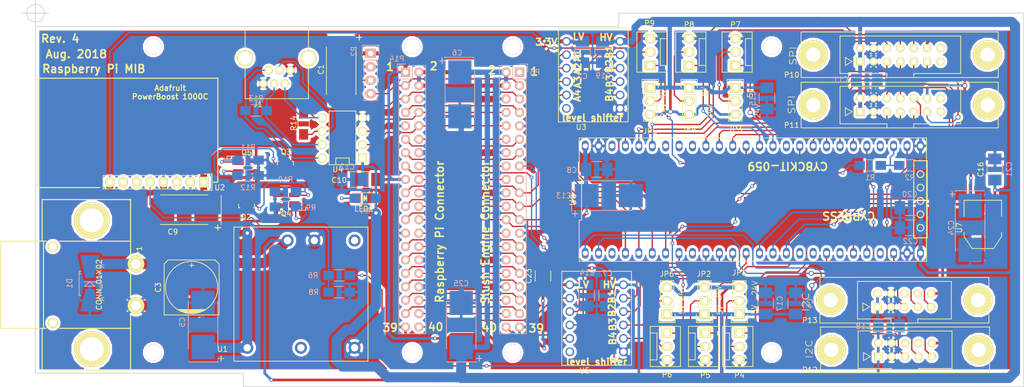
<source format=kicad_pcb>
(kicad_pcb (version 4) (host pcbnew 4.0.5)
  (layers (0 F.Cu signal) (31 B.Cu signal) (34 B.Paste user hide) (35 F.Paste user hide) (36 B.SilkS user hide) (37 F.SilkS user) (38 B.Mask user hide) (39 F.Mask user hide) (44 Edge.Cuts user))
  (net 0 "")
  (net 1 GND)
  (net 2 +3V3)
  (net 3 /v24in)
  (net 4 /IDEAL_DIODE_1/ANODE)
  (net 5 +5V)
  (net 6 /IDEAL_DIODE_2/ANODE)
  (net 7 "Net-(P2-Pad7)")
  (net 8 "Net-(P2-Pad8)")
  (net 9 "Net-(P2-Pad10)")
  (net 10 "Net-(P2-Pad11)")
  (net 11 "Net-(P2-Pad12)")
  (net 12 "Net-(P2-Pad13)")
  (net 13 "Net-(P2-Pad15)")
  (net 14 "Net-(P2-Pad16)")
  (net 15 "Net-(P2-Pad18)")
  (net 16 "Net-(P2-Pad19)")
  (net 17 "Net-(P2-Pad21)")
  (net 18 "Net-(P2-Pad22)")
  (net 19 "Net-(P2-Pad23)")
  (net 20 "Net-(P2-Pad24)")
  (net 21 "Net-(P2-Pad26)")
  (net 22 "Net-(P2-Pad27)")
  (net 23 "Net-(P2-Pad28)")
  (net 24 "Net-(P2-Pad29)")
  (net 25 "Net-(P2-Pad31)")
  (net 26 "Net-(P2-Pad32)")
  (net 27 "Net-(P2-Pad33)")
  (net 28 "Net-(P2-Pad35)")
  (net 29 "Net-(P2-Pad36)")
  (net 30 "Net-(P2-Pad37)")
  (net 31 "Net-(P2-Pad38)")
  (net 32 "Net-(P2-Pad40)")
  (net 33 "Net-(P3-Pad15)")
  (net 34 "Net-(P3-Pad40)")
  (net 35 /pwm_a)
  (net 36 /pwm_b)
  (net 37 /sar_in1)
  (net 38 /sar_in2)
  (net 39 /sar_in3)
  (net 40 /sar_in4)
  (net 41 /miso)
  (net 42 /mosi)
  (net 43 /sclk)
  (net 44 /cs_a)
  (net 45 /cs_b)
  (net 46 /cs_c)
  (net 47 /MISO_1)
  (net 48 /MOSI_1)
  (net 49 /SCLK_1)
  (net 50 /cs_1a)
  (net 51 /cs_1b)
  (net 52 /cs_1c)
  (net 53 /SDA_1)
  (net 54 /SCL_1)
  (net 55 /SDA_2)
  (net 56 /SCL_2)
  (net 57 "Net-(Q2-Pad1)")
  (net 58 "Net-(Q3-Pad1)")
  (net 59 /Supply_monitor)
  (net 60 "Net-(R6-Pad1)")
  (net 61 /enable_battery)
  (net 62 /Rpi_ss)
  (net 63 /Rpi_sclk)
  (net 64 /Rpi_miso)
  (net 65 /Rpi_mosi)
  (net 66 /rpi_intb)
  (net 67 /rpi_inta)
  (net 68 /slush_intb)
  (net 69 /slush_inta)
  (net 70 "Net-(J1-Pad4)")
  (net 71 "Net-(J1-Pad2)")
  (net 72 "Net-(J1-Pad3)")
  (net 73 "Net-(J1-Pad5)")
  (net 74 +5VD)
  (net 75 /RESET)
  (net 76 /INT_1)
  (net 77 /INT_2)
  (net 78 "Net-(Q4-Pad1)")
  (net 79 "Net-(Q5-Pad1)")
  (net 80 +3.3VA)
  (net 81 "Net-(JP1-Pad2)")
  (net 82 "Net-(JP2-Pad2)")
  (net 83 "Net-(JP3-Pad2)")
  (net 84 "Net-(JP4-Pad2)")
  (net 85 "Net-(JP5-Pad2)")
  (net 86 "Net-(JP6-Pad2)")
  (net 87 "Net-(P14-Pad4)")
  (net 88 "Net-(P14-Pad3)")
  (net 89 "Net-(LED1-Pad2)")
  (module PiMib:DIP-52_1_ELL (layer F.Cu) (at 172.72 81.026)
    (fp_text reference U6 (at -34.093 0 90) (layer F.SilkS) (effects (font (size 1.2 1.2))))
    (fp_text value PSOC_5LP)
    (pad 52 thru_hole oval (at -31.75 -10.16) (size 1.27 2.032) (drill 0.9398) (layers *.Cu *.Mask) (net 5 +5V))
    (pad 1 thru_hole oval (at -31.75 10.16) (size 1.27 2.032) (drill 0.9398) (layers *.Cu *.Mask) (net 53 /SDA_1))
    (pad 51 thru_hole oval (at -29.21 -10.16) (size 1.27 2.032) (drill 0.9398) (layers *.Cu *.Mask) (net 1 GND))
    (pad 2 thru_hole oval (at -29.21 10.16) (size 1.27 2.032) (drill 0.9398) (layers *.Cu *.Mask) (net 54 /SCL_1))
    (pad 50 thru_hole oval (at -26.67 -10.16) (size 1.27 2.032) (drill 0.9398) (layers *.Cu *.Mask))
    (pad 3 thru_hole oval (at -26.67 10.16) (size 1.27 2.032) (drill 0.9398) (layers *.Cu *.Mask))
    (pad 49 thru_hole oval (at -24.13 -10.16) (size 1.27 2.032) (drill 0.9398) (layers *.Cu *.Mask) (net 44 /cs_a))
    (pad 4 thru_hole oval (at -24.13 10.16) (size 1.27 2.032) (drill 0.9398) (layers *.Cu *.Mask) (net 65 /Rpi_mosi))
    (pad 48 thru_hole oval (at -21.59 -10.16) (size 1.27 2.032) (drill 0.9398) (layers *.Cu *.Mask) (net 45 /cs_b))
    (pad 5 thru_hole oval (at -21.59 10.16) (size 1.27 2.032) (drill 0.9398) (layers *.Cu *.Mask) (net 64 /Rpi_miso))
    (pad 47 thru_hole oval (at -19.05 -10.16) (size 1.27 2.032) (drill 0.9398) (layers *.Cu *.Mask) (net 46 /cs_c))
    (pad 6 thru_hole oval (at -19.05 10.16) (size 1.27 2.032) (drill 0.9398) (layers *.Cu *.Mask) (net 63 /Rpi_sclk))
    (pad 46 thru_hole oval (at -16.51 -10.16) (size 1.27 2.032) (drill 0.9398) (layers *.Cu *.Mask))
    (pad 7 thru_hole oval (at -16.51 10.16) (size 1.27 2.032) (drill 0.9398) (layers *.Cu *.Mask) (net 62 /Rpi_ss))
    (pad 45 thru_hole oval (at -13.97 -10.16) (size 1.27 2.032) (drill 0.9398) (layers *.Cu *.Mask))
    (pad 8 thru_hole oval (at -13.97 10.16) (size 1.27 2.032) (drill 0.9398) (layers *.Cu *.Mask) (net 61 /enable_battery))
    (pad 44 thru_hole oval (at -11.43 -10.16) (size 1.27 2.032) (drill 0.9398) (layers *.Cu *.Mask))
    (pad 9 thru_hole oval (at -11.43 10.16) (size 1.27 2.032) (drill 0.9398) (layers *.Cu *.Mask))
    (pad 43 thru_hole oval (at -8.89 -10.16) (size 1.27 2.032) (drill 0.9398) (layers *.Cu *.Mask) (net 41 /miso))
    (pad 10 thru_hole oval (at -8.89 10.16) (size 1.27 2.032) (drill 0.9398) (layers *.Cu *.Mask) (net 69 /slush_inta))
    (pad 42 thru_hole oval (at -6.35 -10.16) (size 1.27 2.032) (drill 0.9398) (layers *.Cu *.Mask) (net 42 /mosi))
    (pad 11 thru_hole oval (at -6.35 10.16) (size 1.27 2.032) (drill 0.9398) (layers *.Cu *.Mask) (net 68 /slush_intb))
    (pad 41 thru_hole oval (at -3.81 -10.16) (size 1.27 2.032) (drill 0.9398) (layers *.Cu *.Mask) (net 43 /sclk))
    (pad 12 thru_hole oval (at -3.81 10.16) (size 1.27 2.032) (drill 0.9398) (layers *.Cu *.Mask) (net 67 /rpi_inta))
    (pad 40 thru_hole oval (at -1.27 -10.16) (size 1.27 2.032) (drill 0.9398) (layers *.Cu *.Mask) (net 40 /sar_in4))
    (pad 13 thru_hole oval (at -1.27 10.16) (size 1.27 2.032) (drill 0.9398) (layers *.Cu *.Mask) (net 66 /rpi_intb))
    (pad 39 thru_hole oval (at 1.27 -10.16) (size 1.27 2.032) (drill 0.9398) (layers *.Cu *.Mask) (net 39 /sar_in3))
    (pad 14 thru_hole oval (at 1.27 10.16) (size 1.27 2.032) (drill 0.9398) (layers *.Cu *.Mask) (net 50 /cs_1a))
    (pad 38 thru_hole oval (at 3.81 -10.16) (size 1.27 2.032) (drill 0.9398) (layers *.Cu *.Mask) (net 38 /sar_in2))
    (pad 15 thru_hole oval (at 3.81 10.16) (size 1.27 2.032) (drill 0.9398) (layers *.Cu *.Mask) (net 51 /cs_1b))
    (pad 37 thru_hole oval (at 6.35 -10.16) (size 1.27 2.032) (drill 0.9398) (layers *.Cu *.Mask))
    (pad 16 thru_hole oval (at 6.35 10.16) (size 1.27 2.032) (drill 0.9398) (layers *.Cu *.Mask) (net 52 /cs_1c))
    (pad 36 thru_hole oval (at 8.89 -10.16) (size 1.27 2.032) (drill 0.9398) (layers *.Cu *.Mask) (net 37 /sar_in1))
    (pad 17 thru_hole oval (at 8.89 10.16) (size 1.27 2.032) (drill 0.9398) (layers *.Cu *.Mask))
    (pad 35 thru_hole oval (at 11.43 -10.16) (size 1.27 2.032) (drill 0.9398) (layers *.Cu *.Mask) (net 75 /RESET))
    (pad 18 thru_hole oval (at 11.43 10.16) (size 1.27 2.032) (drill 0.9398) (layers *.Cu *.Mask))
    (pad 34 thru_hole oval (at 13.97 -10.16) (size 1.27 2.032) (drill 0.9398) (layers *.Cu *.Mask) (net 47 /MISO_1))
    (pad 19 thru_hole oval (at 13.97 10.16) (size 1.27 2.032) (drill 0.9398) (layers *.Cu *.Mask) (net 76 /INT_1))
    (pad 33 thru_hole oval (at 16.51 -10.16) (size 1.27 2.032) (drill 0.9398) (layers *.Cu *.Mask) (net 48 /MOSI_1))
    (pad 20 thru_hole oval (at 16.51 10.16) (size 1.27 2.032) (drill 0.9398) (layers *.Cu *.Mask))
    (pad 32 thru_hole oval (at 19.05 -10.16) (size 1.27 2.032) (drill 0.9398) (layers *.Cu *.Mask) (net 49 /SCLK_1))
    (pad 21 thru_hole oval (at 19.05 10.16) (size 1.27 2.032) (drill 0.9398) (layers *.Cu *.Mask) (net 35 /pwm_a))
    (pad 31 thru_hole oval (at 21.59 -10.16) (size 1.27 2.032) (drill 0.9398) (layers *.Cu *.Mask) (net 55 /SDA_2))
    (pad 22 thru_hole oval (at 21.59 10.16) (size 1.27 2.032) (drill 0.9398) (layers *.Cu *.Mask) (net 36 /pwm_b))
    (pad 30 thru_hole oval (at 24.13 -10.16) (size 1.27 2.032) (drill 0.9398) (layers *.Cu *.Mask))
    (pad 23 thru_hole oval (at 24.13 10.16) (size 1.27 2.032) (drill 0.9398) (layers *.Cu *.Mask))
    (pad 29 thru_hole oval (at 26.67 -10.16) (size 1.27 2.032) (drill 0.9398) (layers *.Cu *.Mask) (net 59 /Supply_monitor))
    (pad 24 thru_hole oval (at 26.67 10.16) (size 1.27 2.032) (drill 0.9398) (layers *.Cu *.Mask) (net 77 /INT_2))
    (pad 28 thru_hole oval (at 29.21 -10.16) (size 1.27 2.032) (drill 0.9398) (layers *.Cu *.Mask) (net 56 /SCL_2))
    (pad 25 thru_hole oval (at 29.21 10.16) (size 1.27 2.032) (drill 0.9398) (layers *.Cu *.Mask) (net 1 GND))
    (pad 27 thru_hole oval (at 31.75 -10.16) (size 1.27 2.032) (drill 0.9398) (layers *.Cu *.Mask) (net 1 GND))
    (pad 26 thru_hole oval (at 31.75 10.16) (size 1.27 2.032) (drill 0.9398) (layers *.Cu *.Mask) (net 5 +5V))
  )
  (module PiMib:ADAFRUIT_TXB0104 (layer F.Cu) (at 143.129 103.505)
    (fp_text reference U5 (at -2.286 9.906) (layer F.SilkS))
    (fp_text value ADAFRUIT_TXB0104)
    (pad 1 thru_hole circle (at -5.08 -6.35) (size 1.651 1.651) (drill 1.143) (layers *.Cu *.Mask) (net 2 +3V3))
    (pad 2 thru_hole circle (at -5.08 -3.81) (size 1.651 1.651) (drill 1.143) (layers *.Cu *.Mask) (net 32 "Net-(P2-Pad40)"))
    (pad 3 thru_hole circle (at -5.08 -1.27) (size 1.651 1.651) (drill 1.143) (layers *.Cu *.Mask) (net 13 "Net-(P2-Pad15)"))
    (pad 4 thru_hole circle (at -5.08 1.27) (size 1.651 1.651) (drill 1.143) (layers *.Cu *.Mask) (net 33 "Net-(P3-Pad15)"))
    (pad 5 thru_hole circle (at -5.08 3.81) (size 1.651 1.651) (drill 1.143) (layers *.Cu *.Mask) (net 34 "Net-(P3-Pad40)"))
    (pad 6 thru_hole circle (at -5.08 6.35) (size 1.651 1.651) (drill 1.143) (layers *.Cu *.Mask))
    (pad 7 thru_hole circle (at 5.08 6.35) (size 1.651 1.651) (drill 1.143) (layers *.Cu *.Mask) (net 1 GND))
    (pad 8 thru_hole circle (at 5.08 3.81) (size 1.651 1.651) (drill 1.143) (layers *.Cu *.Mask) (net 66 /rpi_intb))
    (pad 9 thru_hole circle (at 5.08 1.27) (size 1.651 1.651) (drill 1.143) (layers *.Cu *.Mask) (net 67 /rpi_inta))
    (pad 10 thru_hole circle (at 5.08 -1.27) (size 1.651 1.651) (drill 1.143) (layers *.Cu *.Mask) (net 68 /slush_intb))
    (pad 11 thru_hole circle (at 5.08 -3.81) (size 1.651 1.651) (drill 1.143) (layers *.Cu *.Mask) (net 69 /slush_inta))
    (pad 12 thru_hole circle (at 5.08 -6.35) (size 1.651 1.651) (drill 1.143) (layers *.Cu *.Mask) (net 5 +5V))
  )
  (module PiMib:ADAFRUIT_TXB0104 (layer F.Cu) (at 142.494 57.404)
    (fp_text reference U3 (at -2.286 9.906) (layer F.SilkS))
    (fp_text value ADAFRUIT_TXB0104)
    (pad 1 thru_hole circle (at -5.08 -6.35) (size 1.651 1.651) (drill 1.143) (layers *.Cu *.Mask) (net 2 +3V3))
    (pad 2 thru_hole circle (at -5.08 -3.81) (size 1.651 1.651) (drill 1.143) (layers *.Cu *.Mask) (net 16 "Net-(P2-Pad19)"))
    (pad 3 thru_hole circle (at -5.08 -1.27) (size 1.651 1.651) (drill 1.143) (layers *.Cu *.Mask) (net 17 "Net-(P2-Pad21)"))
    (pad 4 thru_hole circle (at -5.08 1.27) (size 1.651 1.651) (drill 1.143) (layers *.Cu *.Mask) (net 19 "Net-(P2-Pad23)"))
    (pad 5 thru_hole circle (at -5.08 3.81) (size 1.651 1.651) (drill 1.143) (layers *.Cu *.Mask) (net 20 "Net-(P2-Pad24)"))
    (pad 6 thru_hole circle (at -5.08 6.35) (size 1.651 1.651) (drill 1.143) (layers *.Cu *.Mask))
    (pad 7 thru_hole circle (at 5.08 6.35) (size 1.651 1.651) (drill 1.143) (layers *.Cu *.Mask) (net 1 GND))
    (pad 8 thru_hole circle (at 5.08 3.81) (size 1.651 1.651) (drill 1.143) (layers *.Cu *.Mask) (net 62 /Rpi_ss))
    (pad 9 thru_hole circle (at 5.08 1.27) (size 1.651 1.651) (drill 1.143) (layers *.Cu *.Mask) (net 63 /Rpi_sclk))
    (pad 10 thru_hole circle (at 5.08 -1.27) (size 1.651 1.651) (drill 1.143) (layers *.Cu *.Mask) (net 64 /Rpi_miso))
    (pad 11 thru_hole circle (at 5.08 -3.81) (size 1.651 1.651) (drill 1.143) (layers *.Cu *.Mask) (net 65 /Rpi_mosi))
    (pad 12 thru_hole circle (at 5.08 -6.35) (size 1.651 1.651) (drill 1.143) (layers *.Cu *.Mask) (net 5 +5V))
  )
  (module Sockets_DIP:DIP-8__300 (layer F.Cu) (at 94.996 69.342 90)
    (fp_text reference U4 (at -5.969 -0.889 180) (layer F.SilkS))
    (fp_text value MAX488)
    (pad 1 thru_hole rect (at -3.81 3.81 90) (size 1.651 1.651) (drill 1.143) (layers *.Cu *.Mask F.SilkS) (net 5 +5V))
    (pad 2 thru_hole circle (at -1.27 3.81 90) (size 1.651 1.651) (drill 1.143) (layers *.Cu *.Mask F.SilkS) (net 9 "Net-(P2-Pad10)"))
    (pad 3 thru_hole circle (at 1.27 3.81 90) (size 1.651 1.651) (drill 1.143) (layers *.Cu *.Mask F.SilkS) (net 8 "Net-(P2-Pad8)"))
    (pad 4 thru_hole circle (at 3.81 3.81 90) (size 1.651 1.651) (drill 1.143) (layers *.Cu *.Mask F.SilkS) (net 1 GND))
    (pad 5 thru_hole circle (at 3.81 -3.81 90) (size 1.651 1.651) (drill 1.143) (layers *.Cu *.Mask F.SilkS) (net 73 "Net-(J1-Pad5)"))
    (pad 6 thru_hole circle (at 1.27 -3.81 90) (size 1.651 1.651) (drill 1.143) (layers *.Cu *.Mask F.SilkS) (net 70 "Net-(J1-Pad4)"))
    (pad 7 thru_hole circle (at -1.27 -3.81 90) (size 1.651 1.651) (drill 1.143) (layers *.Cu *.Mask F.SilkS) (net 72 "Net-(J1-Pad3)"))
    (pad 8 thru_hole circle (at -3.81 -3.81 90) (size 1.651 1.651) (drill 1.143) (layers *.Cu *.Mask F.SilkS) (net 71 "Net-(J1-Pad2)"))
  )
  (module Pin_Headers:Pin_Header_Straight_1x03 (layer F.Cu) (at 170.18 102.743 180)
    (fp_text reference JP1 (at 0 7.874 180) (layer F.SilkS))
    (fp_text value Jumper_NC_Dual)
    (pad 1 thru_hole rect (at 0 0 180) (size 2.032 1.7272) (drill 1.143) (layers *.Cu *.Mask F.SilkS) (net 5 +5V))
    (pad 2 thru_hole oval (at 0 2.54 180) (size 2.032 1.7272) (drill 1.143) (layers *.Cu *.Mask F.SilkS) (net 81 "Net-(JP1-Pad2)"))
    (pad 3 thru_hole oval (at 0 5.08 180) (size 2.032 1.7272) (drill 1.143) (layers *.Cu *.Mask F.SilkS) (net 3 /v24in))
  )
  (module Pin_Headers:Pin_Header_Straight_1x03 (layer F.Cu) (at 163.576 102.743 180)
    (fp_text reference JP2 (at 0.127 7.62 180) (layer F.SilkS))
    (fp_text value Jumper_NC_Dual)
    (pad 1 thru_hole rect (at 0 0 180) (size 2.032 1.7272) (drill 1.143) (layers *.Cu *.Mask F.SilkS) (net 5 +5V))
    (pad 2 thru_hole oval (at 0 2.54 180) (size 2.032 1.7272) (drill 1.143) (layers *.Cu *.Mask F.SilkS) (net 82 "Net-(JP2-Pad2)"))
    (pad 3 thru_hole oval (at 0 5.08 180) (size 2.032 1.7272) (drill 1.143) (layers *.Cu *.Mask F.SilkS) (net 3 /v24in))
  )
  (module Pin_Headers:Pin_Header_Straight_1x03 (layer F.Cu) (at 156.464 102.743 180)
    (fp_text reference JP6 (at 0 7.62 180) (layer F.SilkS))
    (fp_text value Jumper_NC_Dual)
    (pad 1 thru_hole rect (at 0 0 180) (size 2.032 1.7272) (drill 1.143) (layers *.Cu *.Mask F.SilkS) (net 5 +5V))
    (pad 2 thru_hole oval (at 0 2.54 180) (size 2.032 1.7272) (drill 1.143) (layers *.Cu *.Mask F.SilkS) (net 86 "Net-(JP6-Pad2)"))
    (pad 3 thru_hole oval (at 0 5.08 180) (size 2.032 1.7272) (drill 1.143) (layers *.Cu *.Mask F.SilkS) (net 3 /v24in))
  )
  (module Pin_Headers:Pin_Header_Straight_1x03 (layer F.Cu) (at 169.418 59.817)
    (fp_text reference JP3 (at 0 7.874) (layer F.SilkS))
    (fp_text value Jumper_NC_Dual)
    (pad 1 thru_hole rect (at 0 0) (size 2.032 1.7272) (drill 1.143) (layers *.Cu *.Mask F.SilkS) (net 5 +5V))
    (pad 2 thru_hole oval (at 0 2.54) (size 2.032 1.7272) (drill 1.143) (layers *.Cu *.Mask F.SilkS) (net 83 "Net-(JP3-Pad2)"))
    (pad 3 thru_hole oval (at 0 5.08) (size 2.032 1.7272) (drill 1.143) (layers *.Cu *.Mask F.SilkS) (net 3 /v24in))
  )
  (module Pin_Headers:Pin_Header_Straight_1x03 (layer F.Cu) (at 153.289 59.817)
    (fp_text reference JP5 (at 0 8.255) (layer F.SilkS))
    (fp_text value Jumper_NC_Dual)
    (pad 1 thru_hole rect (at 0 0) (size 2.032 1.7272) (drill 1.143) (layers *.Cu *.Mask F.SilkS) (net 5 +5V))
    (pad 2 thru_hole oval (at 0 2.54) (size 2.032 1.7272) (drill 1.143) (layers *.Cu *.Mask F.SilkS) (net 85 "Net-(JP5-Pad2)"))
    (pad 3 thru_hole oval (at 0 5.08) (size 2.032 1.7272) (drill 1.143) (layers *.Cu *.Mask F.SilkS) (net 3 /v24in))
  )
  (module Pin_Headers:Pin_Header_Straight_1x03 (layer F.Cu) (at 160.655 59.817)
    (fp_text reference JP4 (at 0 7.874) (layer F.SilkS))
    (fp_text value Jumper_NC_Dual)
    (pad 1 thru_hole rect (at 0 0) (size 2.032 1.7272) (drill 1.143) (layers *.Cu *.Mask F.SilkS) (net 5 +5V))
    (pad 2 thru_hole oval (at 0 2.54) (size 2.032 1.7272) (drill 1.143) (layers *.Cu *.Mask F.SilkS) (net 84 "Net-(JP4-Pad2)"))
    (pad 3 thru_hole oval (at 0 5.08) (size 2.032 1.7272) (drill 1.143) (layers *.Cu *.Mask F.SilkS) (net 3 /v24in))
  )
  (module LEDs:LED-1206 (layer F.Cu) (at 99.06 80.772 180)
    (fp_text reference LED1 (at 0 -2 180) (layer F.SilkS))
    (fp_text value LED)
    (pad 2 smd rect (at 1.41986 0) (size 1.59766 1.80086) (layers F.Cu F.Paste F.Mask) (net 89 "Net-(LED1-Pad2)"))
    (pad 1 smd rect (at -1.41986 0) (size 1.59766 1.80086) (layers F.Cu F.Paste F.Mask) (net 1 GND))
  )
  (module PCBFootprints:SOT-223 (layer F.Cu) (at 216.281 85.725 180)
    (fp_text reference U7 (at 4.445 -0.635 270) (layer F.SilkS))
    (fp_text value LT1129CST-3.3)
    (pad 4 smd rect (at 0 -4.572 180) (size 3.6576 4.064) (layers F.Cu F.Paste F.Mask) (net 1 GND))
    (pad 2 smd rect (at 0 3.81 180) (size 1.016 3.048) (layers F.Cu F.Paste F.Mask) (net 1 GND))
    (pad 3 smd rect (at 2.286 3.81 180) (size 1.016 3.048) (layers F.Cu F.Paste F.Mask) (net 80 +3.3VA))
    (pad 1 smd rect (at -2.286 3.81 180) (size 1.016 3.048) (layers F.Cu F.Paste F.Mask) (net 5 +5V))
  )
  (module PCBFootprints:SOT-23 (layer F.Cu) (at 84.201 74.422)
    (fp_text reference Q3 (at 0.127 -2.413 180) (layer F.SilkS))
    (fp_text value DMG2305UX)
    (pad 1 smd rect (at -1.4732 1.524) (size 1.8288 1.8288) (layers F.Cu F.Paste F.Mask) (net 58 "Net-(Q3-Pad1)"))
    (pad 2 smd rect (at 1.4732 1.524) (size 1.8288 1.8288) (layers F.Cu F.Paste F.Mask) (net 5 +5V))
    (pad 3 smd rect (at 0 -1.651) (size 1.143 2.032) (layers F.Cu F.Paste F.Mask) (net 6 /IDEAL_DIODE_2/ANODE))
  )
  (module PCBFootprints:SOT-23 (layer F.Cu) (at 76.835 81.915 180)
    (fp_text reference Q2 (at 0.127 -2.413 360) (layer F.SilkS))
    (fp_text value DMG2305UX)
    (pad 1 smd rect (at -1.4732 1.524 180) (size 1.8288 1.8288) (layers F.Cu F.Paste F.Mask) (net 57 "Net-(Q2-Pad1)"))
    (pad 2 smd rect (at 1.4732 1.524 180) (size 1.8288 1.8288) (layers F.Cu F.Paste F.Mask) (net 5 +5V))
    (pad 3 smd rect (at 0 -1.651 180) (size 1.143 2.032) (layers F.Cu F.Paste F.Mask) (net 4 /IDEAL_DIODE_1/ANODE))
  )
  (module PCBFootprints:SOT-143_Handsoldering (layer F.Cu) (at 76.835 74.676 270)
    (fp_text reference Q5 (at -2.54 0 360) (layer F.SilkS))
    (fp_text value BCV62)
    (pad 1 smd rect (at -0.8 1.55 270) (size 1.2 2) (layers F.Cu F.Paste F.Mask) (net 79 "Net-(Q5-Pad1)"))
    (pad 2 smd rect (at 1 1.55 270) (size 0.8 2) (layers F.Cu F.Paste F.Mask) (net 58 "Net-(Q3-Pad1)"))
    (pad 3 smd rect (at 1 -1.55 270) (size 0.8 2) (layers F.Cu F.Paste F.Mask) (net 5 +5V))
    (pad 4 smd trapezoid (at -1 -1.55 270) (size 0.8 2) (layers F.Cu F.Paste F.Mask) (net 6 /IDEAL_DIODE_2/ANODE))
  )
  (module Pin_Headers:Pin_Header_Straight_1x04 (layer B.Cu) (at 100.33 53.34 180)
    (fp_text reference P14 (at -4.953 -1.016 180) (layer B.SilkS) (effects (justify mirror)))
    (fp_text value CONN_01X04)
    (pad 1 thru_hole rect (at 0 0 180) (size 2.032 1.7272) (drill 1.016) (layers *.Cu *.Mask B.SilkS) (net 2 +3V3))
    (pad 2 thru_hole oval (at 0 -2.54 180) (size 2.032 1.7272) (drill 1.016) (layers *.Cu *.Mask B.SilkS) (net 1 GND))
    (pad 3 thru_hole oval (at 0 -5.08 180) (size 2.032 1.7272) (drill 1.016) (layers *.Cu *.Mask B.SilkS) (net 88 "Net-(P14-Pad3)"))
    (pad 4 thru_hole oval (at 0 -7.62 180) (size 2.032 1.7272) (drill 1.016) (layers *.Cu *.Mask B.SilkS) (net 87 "Net-(P14-Pad4)"))
  )
  (module Connectors_Molex:Pin_Header_Keyed_1x03 (layer F.Cu) (at 153.289 55.626 180)
    (fp_text reference P9 (at 0.127 8.001 180) (layer F.SilkS))
    (fp_text value CONN_01X03)
    (pad 1 thru_hole rect (at 0 0 180) (size 2.032 1.7272) (drill 1.143) (layers *.Cu *.Mask F.SilkS) (net 40 /sar_in4))
    (pad 2 thru_hole oval (at 0 2.54 180) (size 2.032 1.7272) (drill 1.143) (layers *.Cu *.Mask F.SilkS) (net 85 "Net-(JP5-Pad2)"))
    (pad 3 thru_hole oval (at 0 5.08 180) (size 2.032 1.7272) (drill 1.143) (layers *.Cu *.Mask F.SilkS) (net 1 GND))
  )
  (module Connectors_Molex:Pin_Header_Keyed_1x03 (layer F.Cu) (at 160.655 55.626 180)
    (fp_text reference P8 (at 0 7.747 180) (layer F.SilkS))
    (fp_text value CONN_01X03)
    (pad 1 thru_hole rect (at 0 0 180) (size 2.032 1.7272) (drill 1.143) (layers *.Cu *.Mask F.SilkS) (net 39 /sar_in3))
    (pad 2 thru_hole oval (at 0 2.54 180) (size 2.032 1.7272) (drill 1.143) (layers *.Cu *.Mask F.SilkS) (net 84 "Net-(JP4-Pad2)"))
    (pad 3 thru_hole oval (at 0 5.08 180) (size 2.032 1.7272) (drill 1.143) (layers *.Cu *.Mask F.SilkS) (net 1 GND))
  )
  (module Connectors_Molex:Pin_Header_Keyed_1x03 (layer F.Cu) (at 169.418 55.626 180)
    (fp_text reference P7 (at 0 7.747 180) (layer F.SilkS))
    (fp_text value CONN_01X03)
    (pad 1 thru_hole rect (at 0 0 180) (size 2.032 1.7272) (drill 1.143) (layers *.Cu *.Mask F.SilkS) (net 38 /sar_in2))
    (pad 2 thru_hole oval (at 0 2.54 180) (size 2.032 1.7272) (drill 1.143) (layers *.Cu *.Mask F.SilkS) (net 83 "Net-(JP3-Pad2)"))
    (pad 3 thru_hole oval (at 0 5.08 180) (size 2.032 1.7272) (drill 1.143) (layers *.Cu *.Mask F.SilkS) (net 1 GND))
  )
  (module Connectors_Molex:Pin_Header_Keyed_1x03 (layer F.Cu) (at 156.464 106.299)
    (fp_text reference P6 (at 0 7.874) (layer F.SilkS))
    (fp_text value CONN_01X03)
    (pad 1 thru_hole rect (at 0 0) (size 2.032 1.7272) (drill 1.143) (layers *.Cu *.Mask F.SilkS) (net 37 /sar_in1))
    (pad 2 thru_hole oval (at 0 2.54) (size 2.032 1.7272) (drill 1.143) (layers *.Cu *.Mask F.SilkS) (net 86 "Net-(JP6-Pad2)"))
    (pad 3 thru_hole oval (at 0 5.08) (size 2.032 1.7272) (drill 1.143) (layers *.Cu *.Mask F.SilkS) (net 1 GND))
  )
  (module Connectors_Molex:Pin_Header_Keyed_1x03 (layer F.Cu) (at 163.703 106.299)
    (fp_text reference P5 (at 0 8.001) (layer F.SilkS))
    (fp_text value CONN_01X03)
    (pad 1 thru_hole rect (at 0 0) (size 2.032 1.7272) (drill 1.143) (layers *.Cu *.Mask F.SilkS) (net 36 /pwm_b))
    (pad 2 thru_hole oval (at 0 2.54) (size 2.032 1.7272) (drill 1.143) (layers *.Cu *.Mask F.SilkS) (net 82 "Net-(JP2-Pad2)"))
    (pad 3 thru_hole oval (at 0 5.08) (size 2.032 1.7272) (drill 1.143) (layers *.Cu *.Mask F.SilkS) (net 1 GND))
  )
  (module Connectors_Molex:Pin_Header_Keyed_1x03 (layer F.Cu) (at 170.18 106.299)
    (fp_text reference P4 (at 0 8.001) (layer F.SilkS))
    (fp_text value CONN_01X03)
    (pad 1 thru_hole rect (at 0 0) (size 2.032 1.7272) (drill 1.143) (layers *.Cu *.Mask F.SilkS) (net 35 /pwm_a))
    (pad 2 thru_hole oval (at 0 2.54) (size 2.032 1.7272) (drill 1.143) (layers *.Cu *.Mask F.SilkS) (net 81 "Net-(JP1-Pad2)"))
    (pad 3 thru_hole oval (at 0 5.08) (size 2.032 1.7272) (drill 1.143) (layers *.Cu *.Mask F.SilkS) (net 1 GND))
  )
  (module Connect:he10-10d (layer F.Cu) (at 201.422 100.076)
    (fp_text reference P13 (at -17.907 3.81) (layer F.SilkS))
    (fp_text value CONN_02X05)
    (pad "" thru_hole circle (at -13.97 0) (size 5.461 5.461) (drill 2.6924) (layers *.Cu *.Mask F.SilkS))
    (pad "" thru_hole circle (at 13.97 0) (size 5.461 5.461) (drill 2.6924) (layers *.Cu *.Mask F.SilkS))
    (pad 1 thru_hole rect (at -5.08 1.27) (size 1.524 1.524) (drill 0.9144) (layers *.Cu *.Mask F.SilkS) (net 5 +5V))
    (pad 2 thru_hole circle (at -5.08 -1.27) (size 1.524 1.524) (drill 0.9144) (layers *.Cu *.Mask F.SilkS) (net 5 +5V))
    (pad 3 thru_hole circle (at -2.54 1.27) (size 1.524 1.524) (drill 0.9144) (layers *.Cu *.Mask F.SilkS) (net 1 GND))
    (pad 4 thru_hole circle (at -2.54 -1.27) (size 1.524 1.524) (drill 0.9144) (layers *.Cu *.Mask F.SilkS) (net 1 GND))
    (pad 5 thru_hole circle (at 0 1.27) (size 1.524 1.524) (drill 0.9144) (layers *.Cu *.Mask F.SilkS) (net 55 /SDA_2))
    (pad 6 thru_hole circle (at 0 -1.27) (size 1.524 1.524) (drill 0.9144) (layers *.Cu *.Mask F.SilkS))
    (pad 7 thru_hole circle (at 2.54 1.27) (size 1.524 1.524) (drill 0.9144) (layers *.Cu *.Mask F.SilkS) (net 56 /SCL_2))
    (pad 8 thru_hole circle (at 2.54 -1.27) (size 1.524 1.524) (drill 0.9144) (layers *.Cu *.Mask F.SilkS))
    (pad 9 thru_hole circle (at 5.08 1.27) (size 1.524 1.524) (drill 0.9144) (layers *.Cu *.Mask F.SilkS) (net 77 /INT_2))
    (pad 10 thru_hole circle (at 5.08 -1.27) (size 1.524 1.524) (drill 0.9144) (layers *.Cu *.Mask F.SilkS) (net 80 +3.3VA))
  )
  (module Connect:he10-10d (layer F.Cu) (at 201.549 109.474)
    (fp_text reference P12 (at -18.034 3.81) (layer F.SilkS))
    (fp_text value CONN_02X05)
    (pad "" thru_hole circle (at -13.97 0) (size 5.461 5.461) (drill 2.6924) (layers *.Cu *.Mask F.SilkS))
    (pad "" thru_hole circle (at 13.97 0) (size 5.461 5.461) (drill 2.6924) (layers *.Cu *.Mask F.SilkS))
    (pad 1 thru_hole rect (at -5.08 1.27) (size 1.524 1.524) (drill 0.9144) (layers *.Cu *.Mask F.SilkS) (net 5 +5V))
    (pad 2 thru_hole circle (at -5.08 -1.27) (size 1.524 1.524) (drill 0.9144) (layers *.Cu *.Mask F.SilkS) (net 5 +5V))
    (pad 3 thru_hole circle (at -2.54 1.27) (size 1.524 1.524) (drill 0.9144) (layers *.Cu *.Mask F.SilkS) (net 1 GND))
    (pad 4 thru_hole circle (at -2.54 -1.27) (size 1.524 1.524) (drill 0.9144) (layers *.Cu *.Mask F.SilkS) (net 1 GND))
    (pad 5 thru_hole circle (at 0 1.27) (size 1.524 1.524) (drill 0.9144) (layers *.Cu *.Mask F.SilkS) (net 53 /SDA_1))
    (pad 6 thru_hole circle (at 0 -1.27) (size 1.524 1.524) (drill 0.9144) (layers *.Cu *.Mask F.SilkS))
    (pad 7 thru_hole circle (at 2.54 1.27) (size 1.524 1.524) (drill 0.9144) (layers *.Cu *.Mask F.SilkS) (net 54 /SCL_1))
    (pad 8 thru_hole circle (at 2.54 -1.27) (size 1.524 1.524) (drill 0.9144) (layers *.Cu *.Mask F.SilkS))
    (pad 9 thru_hole circle (at 5.08 1.27) (size 1.524 1.524) (drill 0.9144) (layers *.Cu *.Mask F.SilkS) (net 76 /INT_1))
    (pad 10 thru_hole circle (at 5.08 -1.27) (size 1.524 1.524) (drill 0.9144) (layers *.Cu *.Mask F.SilkS) (net 80 +3.3VA))
  )
  (module Connect:he10-14d (layer F.Cu) (at 200.66 63.119)
    (fp_text reference P11 (at -20.574 3.81) (layer F.SilkS))
    (fp_text value CONN_02X07)
    (pad 0 thru_hole circle (at -16.51 0) (size 5.461 5.461) (drill 2.6924) (layers *.Cu *.Mask F.SilkS))
    (pad 0 thru_hole circle (at 16.51 0) (size 5.461 5.461) (drill 2.6924) (layers *.Cu *.Mask F.SilkS))
    (pad 1 thru_hole rect (at -7.62 1.27) (size 1.524 1.524) (drill 0.9144) (layers *.Cu *.Mask F.SilkS) (net 5 +5V))
    (pad 2 thru_hole circle (at -7.62 -1.27) (size 1.524 1.524) (drill 0.9144) (layers *.Cu *.Mask F.SilkS) (net 5 +5V))
    (pad 3 thru_hole circle (at -5.08 1.27) (size 1.524 1.524) (drill 0.9144) (layers *.Cu *.Mask F.SilkS) (net 1 GND))
    (pad 4 thru_hole circle (at -5.08 -1.27) (size 1.524 1.524) (drill 0.9144) (layers *.Cu *.Mask F.SilkS) (net 1 GND))
    (pad 5 thru_hole circle (at -2.54 1.27) (size 1.524 1.524) (drill 0.9144) (layers *.Cu *.Mask F.SilkS) (net 47 /MISO_1))
    (pad 6 thru_hole circle (at -2.54 -1.27) (size 1.524 1.524) (drill 0.9144) (layers *.Cu *.Mask F.SilkS) (net 50 /cs_1a))
    (pad 7 thru_hole circle (at 0 1.27) (size 1.524 1.524) (drill 0.9144) (layers *.Cu *.Mask F.SilkS) (net 48 /MOSI_1))
    (pad 8 thru_hole circle (at 0 -1.27) (size 1.524 1.524) (drill 0.9144) (layers *.Cu *.Mask F.SilkS) (net 51 /cs_1b))
    (pad 9 thru_hole circle (at 2.54 1.27) (size 1.524 1.524) (drill 0.9144) (layers *.Cu *.Mask F.SilkS) (net 49 /SCLK_1))
    (pad 10 thru_hole circle (at 2.54 -1.27) (size 1.524 1.524) (drill 0.9144) (layers *.Cu *.Mask F.SilkS) (net 52 /cs_1c))
    (pad 11 thru_hole circle (at 5.08 1.27) (size 1.524 1.524) (drill 0.9144) (layers *.Cu *.Mask F.SilkS) (net 75 /RESET))
    (pad 12 thru_hole circle (at 5.08 -1.27) (size 1.524 1.524) (drill 0.9144) (layers *.Cu *.Mask F.SilkS) (net 80 +3.3VA))
    (pad 13 thru_hole circle (at 7.62 1.27) (size 1.524 1.524) (drill 0.9144) (layers *.Cu *.Mask F.SilkS))
    (pad 14 thru_hole circle (at 7.62 -1.27) (size 1.524 1.524) (drill 0.9144) (layers *.Cu *.Mask F.SilkS))
  )
  (module Connect:he10-14d (layer F.Cu) (at 200.66 53.594)
    (fp_text reference P10 (at -20.574 3.81) (layer F.SilkS))
    (fp_text value CONN_02X07)
    (pad 0 thru_hole circle (at -16.51 0) (size 5.461 5.461) (drill 2.6924) (layers *.Cu *.Mask F.SilkS))
    (pad 0 thru_hole circle (at 16.51 0) (size 5.461 5.461) (drill 2.6924) (layers *.Cu *.Mask F.SilkS))
    (pad 1 thru_hole rect (at -7.62 1.27) (size 1.524 1.524) (drill 0.9144) (layers *.Cu *.Mask F.SilkS) (net 5 +5V))
    (pad 2 thru_hole circle (at -7.62 -1.27) (size 1.524 1.524) (drill 0.9144) (layers *.Cu *.Mask F.SilkS) (net 5 +5V))
    (pad 3 thru_hole circle (at -5.08 1.27) (size 1.524 1.524) (drill 0.9144) (layers *.Cu *.Mask F.SilkS) (net 1 GND))
    (pad 4 thru_hole circle (at -5.08 -1.27) (size 1.524 1.524) (drill 0.9144) (layers *.Cu *.Mask F.SilkS) (net 1 GND))
    (pad 5 thru_hole circle (at -2.54 1.27) (size 1.524 1.524) (drill 0.9144) (layers *.Cu *.Mask F.SilkS) (net 41 /miso))
    (pad 6 thru_hole circle (at -2.54 -1.27) (size 1.524 1.524) (drill 0.9144) (layers *.Cu *.Mask F.SilkS) (net 44 /cs_a))
    (pad 7 thru_hole circle (at 0 1.27) (size 1.524 1.524) (drill 0.9144) (layers *.Cu *.Mask F.SilkS) (net 42 /mosi))
    (pad 8 thru_hole circle (at 0 -1.27) (size 1.524 1.524) (drill 0.9144) (layers *.Cu *.Mask F.SilkS) (net 45 /cs_b))
    (pad 9 thru_hole circle (at 2.54 1.27) (size 1.524 1.524) (drill 0.9144) (layers *.Cu *.Mask F.SilkS) (net 43 /sclk))
    (pad 10 thru_hole circle (at 2.54 -1.27) (size 1.524 1.524) (drill 0.9144) (layers *.Cu *.Mask F.SilkS) (net 46 /cs_c))
    (pad 11 thru_hole circle (at 5.08 1.27) (size 1.524 1.524) (drill 0.9144) (layers *.Cu *.Mask F.SilkS) (net 75 /RESET))
    (pad 12 thru_hole circle (at 5.08 -1.27) (size 1.524 1.524) (drill 0.9144) (layers *.Cu *.Mask F.SilkS) (net 80 +3.3VA))
    (pad 13 thru_hole circle (at 7.62 1.27) (size 1.524 1.524) (drill 0.9144) (layers *.Cu *.Mask F.SilkS))
    (pad 14 thru_hole circle (at 7.62 -1.27) (size 1.524 1.524) (drill 0.9144) (layers *.Cu *.Mask F.SilkS))
  )
  (module Capacitors_Tantalum_SMD:TantalC_SizeE_EIA-7360_HandSoldering (layer B.Cu) (at 213.868 86.36 270)
    (fp_text reference C24 (at 0 3.556 270) (layer B.SilkS) (effects (justify mirror)))
    (fp_text value 10uF)
    (fp_text user + (at -6.35 3.39852 270) (layer B.SilkS) (effects (justify mirror)))
    (pad 2 smd rect (at 4.17576 0 270) (size 4.54914 4.39928) (layers B.Cu B.Paste B.Mask) (net 1 GND))
    (pad 1 smd rect (at -4.17576 0 270) (size 4.54914 4.39928) (layers B.Cu B.Paste B.Mask) (net 80 +3.3VA))
  )
  (module Mounting_Holes:MountingHole_3mm (layer F.Cu) (at 59.182 109.982)
    (fp_text reference REF** hide)
    (fp_text value MountingHole_3mm)
    (pad 1 thru_hole circle (at 0 0) (size 3 3) (drill 3) (layers))
  )
  (module Mounting_Holes:MountingHole_3mm (layer F.Cu) (at 59.182 52.07)
    (fp_text reference REF** hide)
    (fp_text value MountingHole_3mm)
    (pad 1 thru_hole circle (at 0 0) (size 3 3) (drill 3) (layers))
  )
  (module Mounting_Holes:MountingHole_3mm (layer F.Cu) (at 176.276 52.07)
    (fp_text reference REF** hide)
    (fp_text value MountingHole_3mm)
    (pad 1 thru_hole circle (at 0 0) (size 3 3) (drill 3) (layers))
  )
  (module Mounting_Holes:MountingHole_3mm (layer F.Cu) (at 176.276 109.982)
    (fp_text reference REF** hide)
    (fp_text value MountingHole_3mm)
    (pad 1 thru_hole circle (at 0 0) (size 3 3) (drill 3) (layers))
  )
  (module Mounting_Holes:MountingHole_3mm (layer F.Cu) (at 127.254 109.982)
    (fp_text reference REF** hide)
    (fp_text value MountingHole_3mm)
    (pad 1 thru_hole circle (at 0 0) (size 3 3) (drill 3) (layers))
  )
  (module Mounting_Holes:MountingHole_3mm (layer F.Cu) (at 108.204 109.982)
    (fp_text reference REF** hide)
    (fp_text value MountingHole_3mm)
    (pad 1 thru_hole circle (at 0 0) (size 3 3) (drill 3) (layers))
  )
  (module Mounting_Holes:MountingHole_3mm (layer F.Cu) (at 127.254 52.07)
    (fp_text reference REF** hide)
    (fp_text value MountingHole_3mm)
    (pad 1 thru_hole circle (at 0 0) (size 3 3) (drill 3) (layers))
  )
  (module Mounting_Holes:MountingHole_3mm (layer F.Cu) (at 108.204 52.07)
    (fp_text reference REF** hide)
    (fp_text value MountingHole_3mm)
    (pad 1 thru_hole circle (at 0 0) (size 3 3) (drill 3) (layers))
  )
  (module Socket_Strips:Socket_Strip_Straight_2x20 (layer B.Cu) (at 106.934 56.896 270)
    (fp_text reference P2 (at -3.937 9.779 270) (layer B.SilkS) (effects (justify mirror)))
    (fp_text value Raspberry_Pi_+_Conn)
    (pad 1 thru_hole rect (at 0 0 270) (size 1.7272 1.7272) (drill 1.016) (layers *.Cu *.Mask B.SilkS) (net 2 +3V3))
    (pad 2 thru_hole oval (at 0 -2.54 270) (size 1.7272 1.7272) (drill 1.016) (layers *.Cu *.Mask B.SilkS) (net 5 +5V))
    (pad 3 thru_hole oval (at 2.54 0 270) (size 1.7272 1.7272) (drill 1.016) (layers *.Cu *.Mask B.SilkS) (net 87 "Net-(P14-Pad4)"))
    (pad 4 thru_hole oval (at 2.54 -2.54 270) (size 1.7272 1.7272) (drill 1.016) (layers *.Cu *.Mask B.SilkS) (net 5 +5V))
    (pad 5 thru_hole oval (at 5.08 0 270) (size 1.7272 1.7272) (drill 1.016) (layers *.Cu *.Mask B.SilkS) (net 88 "Net-(P14-Pad3)"))
    (pad 6 thru_hole oval (at 5.08 -2.54 270) (size 1.7272 1.7272) (drill 1.016) (layers *.Cu *.Mask B.SilkS) (net 1 GND))
    (pad 7 thru_hole oval (at 7.62 0 270) (size 1.7272 1.7272) (drill 1.016) (layers *.Cu *.Mask B.SilkS) (net 7 "Net-(P2-Pad7)"))
    (pad 8 thru_hole oval (at 7.62 -2.54 270) (size 1.7272 1.7272) (drill 1.016) (layers *.Cu *.Mask B.SilkS) (net 8 "Net-(P2-Pad8)"))
    (pad 9 thru_hole oval (at 10.16 0 270) (size 1.7272 1.7272) (drill 1.016) (layers *.Cu *.Mask B.SilkS) (net 1 GND))
    (pad 10 thru_hole oval (at 10.16 -2.54 270) (size 1.7272 1.7272) (drill 1.016) (layers *.Cu *.Mask B.SilkS) (net 9 "Net-(P2-Pad10)"))
    (pad 11 thru_hole oval (at 12.7 0 270) (size 1.7272 1.7272) (drill 1.016) (layers *.Cu *.Mask B.SilkS) (net 10 "Net-(P2-Pad11)"))
    (pad 12 thru_hole oval (at 12.7 -2.54 270) (size 1.7272 1.7272) (drill 1.016) (layers *.Cu *.Mask B.SilkS) (net 11 "Net-(P2-Pad12)"))
    (pad 13 thru_hole oval (at 15.24 0 270) (size 1.7272 1.7272) (drill 1.016) (layers *.Cu *.Mask B.SilkS) (net 12 "Net-(P2-Pad13)"))
    (pad 14 thru_hole oval (at 15.24 -2.54 270) (size 1.7272 1.7272) (drill 1.016) (layers *.Cu *.Mask B.SilkS) (net 1 GND))
    (pad 15 thru_hole oval (at 17.78 0 270) (size 1.7272 1.7272) (drill 1.016) (layers *.Cu *.Mask B.SilkS) (net 13 "Net-(P2-Pad15)"))
    (pad 16 thru_hole oval (at 17.78 -2.54 270) (size 1.7272 1.7272) (drill 1.016) (layers *.Cu *.Mask B.SilkS) (net 14 "Net-(P2-Pad16)"))
    (pad 17 thru_hole oval (at 20.32 0 270) (size 1.7272 1.7272) (drill 1.016) (layers *.Cu *.Mask B.SilkS) (net 2 +3V3))
    (pad 18 thru_hole oval (at 20.32 -2.54 270) (size 1.7272 1.7272) (drill 1.016) (layers *.Cu *.Mask B.SilkS) (net 15 "Net-(P2-Pad18)"))
    (pad 19 thru_hole oval (at 22.86 0 270) (size 1.7272 1.7272) (drill 1.016) (layers *.Cu *.Mask B.SilkS) (net 16 "Net-(P2-Pad19)"))
    (pad 20 thru_hole oval (at 22.86 -2.54 270) (size 1.7272 1.7272) (drill 1.016) (layers *.Cu *.Mask B.SilkS) (net 1 GND))
    (pad 21 thru_hole oval (at 25.4 0 270) (size 1.7272 1.7272) (drill 1.016) (layers *.Cu *.Mask B.SilkS) (net 17 "Net-(P2-Pad21)"))
    (pad 22 thru_hole oval (at 25.4 -2.54 270) (size 1.7272 1.7272) (drill 1.016) (layers *.Cu *.Mask B.SilkS) (net 18 "Net-(P2-Pad22)"))
    (pad 23 thru_hole oval (at 27.94 0 270) (size 1.7272 1.7272) (drill 1.016) (layers *.Cu *.Mask B.SilkS) (net 19 "Net-(P2-Pad23)"))
    (pad 24 thru_hole oval (at 27.94 -2.54 270) (size 1.7272 1.7272) (drill 1.016) (layers *.Cu *.Mask B.SilkS) (net 20 "Net-(P2-Pad24)"))
    (pad 25 thru_hole oval (at 30.48 0 270) (size 1.7272 1.7272) (drill 1.016) (layers *.Cu *.Mask B.SilkS) (net 1 GND))
    (pad 26 thru_hole oval (at 30.48 -2.54 270) (size 1.7272 1.7272) (drill 1.016) (layers *.Cu *.Mask B.SilkS) (net 21 "Net-(P2-Pad26)"))
    (pad 27 thru_hole oval (at 33.02 0 270) (size 1.7272 1.7272) (drill 1.016) (layers *.Cu *.Mask B.SilkS) (net 22 "Net-(P2-Pad27)"))
    (pad 28 thru_hole oval (at 33.02 -2.54 270) (size 1.7272 1.7272) (drill 1.016) (layers *.Cu *.Mask B.SilkS) (net 23 "Net-(P2-Pad28)"))
    (pad 29 thru_hole oval (at 35.56 0 270) (size 1.7272 1.7272) (drill 1.016) (layers *.Cu *.Mask B.SilkS) (net 24 "Net-(P2-Pad29)"))
    (pad 30 thru_hole oval (at 35.56 -2.54 270) (size 1.7272 1.7272) (drill 1.016) (layers *.Cu *.Mask B.SilkS) (net 1 GND))
    (pad 31 thru_hole oval (at 38.1 0 270) (size 1.7272 1.7272) (drill 1.016) (layers *.Cu *.Mask B.SilkS) (net 25 "Net-(P2-Pad31)"))
    (pad 32 thru_hole oval (at 38.1 -2.54 270) (size 1.7272 1.7272) (drill 1.016) (layers *.Cu *.Mask B.SilkS) (net 26 "Net-(P2-Pad32)"))
    (pad 33 thru_hole oval (at 40.64 0 270) (size 1.7272 1.7272) (drill 1.016) (layers *.Cu *.Mask B.SilkS) (net 27 "Net-(P2-Pad33)"))
    (pad 34 thru_hole oval (at 40.64 -2.54 270) (size 1.7272 1.7272) (drill 1.016) (layers *.Cu *.Mask B.SilkS) (net 1 GND))
    (pad 35 thru_hole oval (at 43.18 0 270) (size 1.7272 1.7272) (drill 1.016) (layers *.Cu *.Mask B.SilkS) (net 28 "Net-(P2-Pad35)"))
    (pad 36 thru_hole oval (at 43.18 -2.54 270) (size 1.7272 1.7272) (drill 1.016) (layers *.Cu *.Mask B.SilkS) (net 29 "Net-(P2-Pad36)"))
    (pad 37 thru_hole oval (at 45.72 0 270) (size 1.7272 1.7272) (drill 1.016) (layers *.Cu *.Mask B.SilkS) (net 30 "Net-(P2-Pad37)"))
    (pad 38 thru_hole oval (at 45.72 -2.54 270) (size 1.7272 1.7272) (drill 1.016) (layers *.Cu *.Mask B.SilkS) (net 31 "Net-(P2-Pad38)"))
    (pad 39 thru_hole oval (at 48.26 0 270) (size 1.7272 1.7272) (drill 1.016) (layers *.Cu *.Mask B.SilkS) (net 1 GND))
    (pad 40 thru_hole oval (at 48.26 -2.54 270) (size 1.7272 1.7272) (drill 1.016) (layers *.Cu *.Mask B.SilkS) (net 32 "Net-(P2-Pad40)"))
  )
  (module Capacitors_Tantalum_SMD:TantalC_SizeE_EIA-7360_HandSoldering (layer B.Cu) (at 117.475 104.775 90)
    (fp_text reference C25 (at 7.874 0 180) (layer B.SilkS) (effects (justify mirror)))
    (fp_text value 10uF)
    (fp_text user + (at -6.35 3.39852 90) (layer B.SilkS) (effects (justify mirror)))
    (pad 2 smd rect (at 4.17576 0 90) (size 4.54914 4.39928) (layers B.Cu B.Paste B.Mask) (net 1 GND))
    (pad 1 smd rect (at -4.17576 0 90) (size 4.54914 4.39928) (layers B.Cu B.Paste B.Mask) (net 5 +5V))
  )
  (module Resistors_SMD:R_1206_HandSoldering (layer F.Cu) (at 87.63 66.675 270)
    (fp_text reference R14 (at -0.127 1.905 270) (layer F.SilkS))
    (fp_text value 51)
    (pad 1 smd rect (at -2 0 270) (size 2 1.7) (layers F.Cu F.Paste F.Mask) (net 73 "Net-(J1-Pad5)"))
    (pad 2 smd rect (at 2 0 270) (size 2 1.7) (layers F.Cu F.Paste F.Mask) (net 70 "Net-(J1-Pad4)"))
  )
  (module Resistors_SMD:R_1206_HandSoldering (layer B.Cu) (at 78.613 64.135 180)
    (fp_text reference R13 (at 0 2.3 180) (layer B.SilkS) (effects (justify mirror)))
    (fp_text value 51)
    (pad 1 smd rect (at -2 0 180) (size 2 1.7) (layers B.Cu B.Paste B.Mask) (net 72 "Net-(J1-Pad3)"))
    (pad 2 smd rect (at 2 0 180) (size 2 1.7) (layers B.Cu B.Paste B.Mask) (net 71 "Net-(J1-Pad2)"))
  )
  (module Capacitors_SMD:C_1210_HandSoldering (layer F.Cu) (at 132.969 95.504 90)
    (fp_text reference C23 (at 0 -2.7 90) (layer F.SilkS))
    (fp_text value 0.1uF)
    (pad 1 smd rect (at -2 0 90) (size 2 2.5) (layers F.Cu F.Paste F.Mask) (net 2 +3V3))
    (pad 2 smd rect (at 2 0 90) (size 2 2.5) (layers F.Cu F.Paste F.Mask) (net 1 GND))
  )
  (module Capacitors_SMD:C_1210_HandSoldering (layer B.Cu) (at 194.31 58.42)
    (fp_text reference C11 (at -4.953 -0.127) (layer B.SilkS) (effects (justify mirror)))
    (fp_text value 0.1uF)
    (pad 1 smd rect (at -2 0) (size 2 2.5) (layers B.Cu B.Paste B.Mask) (net 5 +5V))
    (pad 2 smd rect (at 2 0) (size 2 2.5) (layers B.Cu B.Paste B.Mask) (net 1 GND))
  )
  (module Capacitors_SMD:C_1210_HandSoldering (layer B.Cu) (at 180.848 100.711 90)
    (fp_text reference C4 (at 0 2.7 90) (layer B.SilkS) (effects (justify mirror)))
    (fp_text value 0.1uF)
    (pad 1 smd rect (at -2 0 90) (size 2 2.5) (layers B.Cu B.Paste B.Mask) (net 5 +5V))
    (pad 2 smd rect (at 2 0 90) (size 2 2.5) (layers B.Cu B.Paste B.Mask) (net 1 GND))
  )
  (module Socket_Strips:Socket_Strip_Straight_1x08 (layer F.Cu) (at 68.707 77.724 180)
    (fp_text reference U2 (at -3.048 -1.016 180) (layer F.SilkS))
    (fp_text value "PowerBoost 1000")
    (pad 1 thru_hole rect (at 0 0 180) (size 1.7272 2.032) (drill 1.016) (layers *.Cu *.Mask F.SilkS) (net 6 /IDEAL_DIODE_2/ANODE))
    (pad 2 thru_hole oval (at 2.54 0 180) (size 1.7272 2.032) (drill 1.016) (layers *.Cu *.Mask F.SilkS) (net 1 GND))
    (pad 3 thru_hole oval (at 5.08 0 180) (size 1.7272 2.032) (drill 1.016) (layers *.Cu *.Mask F.SilkS))
    (pad 4 thru_hole oval (at 7.62 0 180) (size 1.7272 2.032) (drill 1.016) (layers *.Cu *.Mask F.SilkS) (net 1 GND))
    (pad 5 thru_hole oval (at 10.16 0 180) (size 1.7272 2.032) (drill 1.016) (layers *.Cu *.Mask F.SilkS) (net 60 "Net-(R6-Pad1)"))
    (pad 6 thru_hole oval (at 12.7 0 180) (size 1.7272 2.032) (drill 1.016) (layers *.Cu *.Mask F.SilkS))
    (pad 7 thru_hole oval (at 15.24 0 180) (size 1.7272 2.032) (drill 1.016) (layers *.Cu *.Mask F.SilkS))
    (pad 8 thru_hole oval (at 17.78 0 180) (size 1.7272 2.032) (drill 1.016) (layers *.Cu *.Mask F.SilkS) (net 4 /IDEAL_DIODE_1/ANODE))
  )
  (module PiMib:pdq30 (layer F.Cu) (at 87.122 98.933)
    (fp_text reference U1 (at -14.859 10.414) (layer F.SilkS))
    (fp_text value PDQ30-Q24-S5-D)
    (pad 1 thru_hole circle (at -2.54 -10.16) (size 2.286 2.286) (drill 1.397) (layers *.Cu *.Mask) (net 3 /v24in))
    (pad 2 thru_hole circle (at 2.54 -10.16) (size 2.286 2.286) (drill 1.397) (layers *.Cu *.Mask) (net 1 GND))
    (pad 3 thru_hole circle (at -10.16 10.16) (size 2.286 2.286) (drill 1.397) (layers *.Cu *.Mask) (net 4 /IDEAL_DIODE_1/ANODE))
    (pad 4 thru_hole circle (at 0 10.16) (size 2.286 2.286) (drill 1.397) (layers *.Cu *.Mask))
    (pad 5 thru_hole circle (at 10.16 10.16) (size 2.286 2.286) (drill 1.397) (layers *.Cu *.Mask) (net 1 GND))
    (pad 6 thru_hole circle (at 10.16 -10.16) (size 2.286 2.286) (drill 1.397) (layers *.Cu *.Mask))
  )
  (module Resistors_SMD:R_1206_HandSoldering (layer B.Cu) (at 77.089 76.454)
    (fp_text reference R12 (at 0 2.3) (layer B.SilkS) (effects (justify mirror)))
    (fp_text value 47K)
    (pad 1 smd rect (at -2 0) (size 2 1.7) (layers B.Cu B.Paste B.Mask) (net 58 "Net-(Q3-Pad1)"))
    (pad 2 smd rect (at 2 0) (size 2 1.7) (layers B.Cu B.Paste B.Mask) (net 1 GND))
  )
  (module Resistors_SMD:R_1206_HandSoldering (layer B.Cu) (at 77.089 73.533)
    (fp_text reference R11 (at 0 -2.413) (layer B.SilkS) (effects (justify mirror)))
    (fp_text value 10K)
    (pad 1 smd rect (at -2 0) (size 2 1.7) (layers B.Cu B.Paste B.Mask) (net 79 "Net-(Q5-Pad1)"))
    (pad 2 smd rect (at 2 0) (size 2 1.7) (layers B.Cu B.Paste B.Mask) (net 1 GND))
  )
  (module Resistors_SMD:R_1206_HandSoldering (layer B.Cu) (at 84.201 79.502 180)
    (fp_text reference R10 (at 0 2.3 180) (layer B.SilkS) (effects (justify mirror)))
    (fp_text value 47K)
    (pad 1 smd rect (at -2 0 180) (size 2 1.7) (layers B.Cu B.Paste B.Mask) (net 57 "Net-(Q2-Pad1)"))
    (pad 2 smd rect (at 2 0 180) (size 2 1.7) (layers B.Cu B.Paste B.Mask) (net 1 GND))
  )
  (module Resistors_SMD:R_1206_HandSoldering (layer B.Cu) (at 84.201 82.423 180)
    (fp_text reference R9 (at -4.826 -0.127 180) (layer B.SilkS) (effects (justify mirror)))
    (fp_text value 10K)
    (pad 1 smd rect (at -2 0 180) (size 2 1.7) (layers B.Cu B.Paste B.Mask) (net 78 "Net-(Q4-Pad1)"))
    (pad 2 smd rect (at 2 0 180) (size 2 1.7) (layers B.Cu B.Paste B.Mask) (net 1 GND))
  )
  (module Resistors_SMD:R_1206_HandSoldering (layer B.Cu) (at 94.361 98.552 180)
    (fp_text reference R8 (at 4.826 0 180) (layer B.SilkS) (effects (justify mirror)))
    (fp_text value 10K)
    (pad 1 smd rect (at -2 0 180) (size 2 1.7) (layers B.Cu B.Paste B.Mask) (net 1 GND))
    (pad 2 smd rect (at 2 0 180) (size 2 1.7) (layers B.Cu B.Paste B.Mask) (net 60 "Net-(R6-Pad1)"))
  )
  (module Resistors_SMD:R_1206_HandSoldering (layer B.Cu) (at 94.361 95.377)
    (fp_text reference R6 (at -4.953 0) (layer B.SilkS) (effects (justify mirror)))
    (fp_text value 1.0K)
    (pad 1 smd rect (at -2 0) (size 2 1.7) (layers B.Cu B.Paste B.Mask) (net 60 "Net-(R6-Pad1)"))
    (pad 2 smd rect (at 2 0) (size 2 1.7) (layers B.Cu B.Paste B.Mask) (net 61 /enable_battery))
  )
  (module Resistors_SMD:R_1206_HandSoldering (layer B.Cu) (at 99.314 80.772 180)
    (fp_text reference R4 (at 0 -2.413 180) (layer B.SilkS) (effects (justify mirror)))
    (fp_text value 510)
    (pad 1 smd rect (at -2 0 180) (size 2 1.7) (layers B.Cu B.Paste B.Mask) (net 5 +5V))
    (pad 2 smd rect (at 2 0 180) (size 2 1.7) (layers B.Cu B.Paste B.Mask) (net 89 "Net-(LED1-Pad2)"))
  )
  (module Resistors_SMD:R_1206_HandSoldering (layer B.Cu) (at 202.438 74.549)
    (fp_text reference R2 (at 0 2.3) (layer B.SilkS) (effects (justify mirror)))
    (fp_text value 1.0K)
    (pad 1 smd rect (at -2 0) (size 2 1.7) (layers B.Cu B.Paste B.Mask) (net 59 /Supply_monitor))
    (pad 2 smd rect (at 2 0) (size 2 1.7) (layers B.Cu B.Paste B.Mask) (net 1 GND))
  )
  (module Resistors_SMD:R_1206_HandSoldering (layer B.Cu) (at 194.945 74.549)
    (fp_text reference R1 (at 0 2.3) (layer B.SilkS) (effects (justify mirror)))
    (fp_text value 30K)
    (pad 1 smd rect (at -2 0) (size 2 1.7) (layers B.Cu B.Paste B.Mask) (net 4 /IDEAL_DIODE_1/ANODE))
    (pad 2 smd rect (at 2 0) (size 2 1.7) (layers B.Cu B.Paste B.Mask) (net 59 /Supply_monitor))
  )
  (module Pin_Headers:Pin_Header_Straight_2x20 (layer B.Cu) (at 128.524 56.896 180)
    (fp_text reference P3 (at -2.921 0 180) (layer B.SilkS) (effects (justify mirror)))
    (fp_text value Raspberry_Pi_+_Conn)
    (pad 1 thru_hole rect (at 0 0 180) (size 1.7272 1.7272) (drill 1.016) (layers *.Cu *.Mask B.SilkS))
    (pad 2 thru_hole oval (at 2.54 0 180) (size 1.7272 1.7272) (drill 1.016) (layers *.Cu *.Mask B.SilkS) (net 5 +5V))
    (pad 3 thru_hole oval (at 0 -2.54 180) (size 1.7272 1.7272) (drill 1.016) (layers *.Cu *.Mask B.SilkS) (net 87 "Net-(P14-Pad4)"))
    (pad 4 thru_hole oval (at 2.54 -2.54 180) (size 1.7272 1.7272) (drill 1.016) (layers *.Cu *.Mask B.SilkS) (net 5 +5V))
    (pad 5 thru_hole oval (at 0 -5.08 180) (size 1.7272 1.7272) (drill 1.016) (layers *.Cu *.Mask B.SilkS) (net 88 "Net-(P14-Pad3)"))
    (pad 6 thru_hole oval (at 2.54 -5.08 180) (size 1.7272 1.7272) (drill 1.016) (layers *.Cu *.Mask B.SilkS) (net 1 GND))
    (pad 7 thru_hole oval (at 0 -7.62 180) (size 1.7272 1.7272) (drill 1.016) (layers *.Cu *.Mask B.SilkS) (net 7 "Net-(P2-Pad7)"))
    (pad 8 thru_hole oval (at 2.54 -7.62 180) (size 1.7272 1.7272) (drill 1.016) (layers *.Cu *.Mask B.SilkS) (net 8 "Net-(P2-Pad8)"))
    (pad 9 thru_hole oval (at 0 -10.16 180) (size 1.7272 1.7272) (drill 1.016) (layers *.Cu *.Mask B.SilkS) (net 1 GND))
    (pad 10 thru_hole oval (at 2.54 -10.16 180) (size 1.7272 1.7272) (drill 1.016) (layers *.Cu *.Mask B.SilkS) (net 9 "Net-(P2-Pad10)"))
    (pad 11 thru_hole oval (at 0 -12.7 180) (size 1.7272 1.7272) (drill 1.016) (layers *.Cu *.Mask B.SilkS) (net 10 "Net-(P2-Pad11)"))
    (pad 12 thru_hole oval (at 2.54 -12.7 180) (size 1.7272 1.7272) (drill 1.016) (layers *.Cu *.Mask B.SilkS) (net 11 "Net-(P2-Pad12)"))
    (pad 13 thru_hole oval (at 0 -15.24 180) (size 1.7272 1.7272) (drill 1.016) (layers *.Cu *.Mask B.SilkS) (net 12 "Net-(P2-Pad13)"))
    (pad 14 thru_hole oval (at 2.54 -15.24 180) (size 1.7272 1.7272) (drill 1.016) (layers *.Cu *.Mask B.SilkS) (net 1 GND))
    (pad 15 thru_hole oval (at 0 -17.78 180) (size 1.7272 1.7272) (drill 1.016) (layers *.Cu *.Mask B.SilkS) (net 33 "Net-(P3-Pad15)"))
    (pad 16 thru_hole oval (at 2.54 -17.78 180) (size 1.7272 1.7272) (drill 1.016) (layers *.Cu *.Mask B.SilkS) (net 14 "Net-(P2-Pad16)"))
    (pad 17 thru_hole oval (at 0 -20.32 180) (size 1.7272 1.7272) (drill 1.016) (layers *.Cu *.Mask B.SilkS))
    (pad 18 thru_hole oval (at 2.54 -20.32 180) (size 1.7272 1.7272) (drill 1.016) (layers *.Cu *.Mask B.SilkS) (net 15 "Net-(P2-Pad18)"))
    (pad 19 thru_hole oval (at 0 -22.86 180) (size 1.7272 1.7272) (drill 1.016) (layers *.Cu *.Mask B.SilkS) (net 16 "Net-(P2-Pad19)"))
    (pad 20 thru_hole oval (at 2.54 -22.86 180) (size 1.7272 1.7272) (drill 1.016) (layers *.Cu *.Mask B.SilkS) (net 1 GND))
    (pad 21 thru_hole oval (at 0 -25.4 180) (size 1.7272 1.7272) (drill 1.016) (layers *.Cu *.Mask B.SilkS) (net 17 "Net-(P2-Pad21)"))
    (pad 22 thru_hole oval (at 2.54 -25.4 180) (size 1.7272 1.7272) (drill 1.016) (layers *.Cu *.Mask B.SilkS) (net 18 "Net-(P2-Pad22)"))
    (pad 23 thru_hole oval (at 0 -27.94 180) (size 1.7272 1.7272) (drill 1.016) (layers *.Cu *.Mask B.SilkS) (net 19 "Net-(P2-Pad23)"))
    (pad 24 thru_hole oval (at 2.54 -27.94 180) (size 1.7272 1.7272) (drill 1.016) (layers *.Cu *.Mask B.SilkS) (net 20 "Net-(P2-Pad24)"))
    (pad 25 thru_hole oval (at 0 -30.48 180) (size 1.7272 1.7272) (drill 1.016) (layers *.Cu *.Mask B.SilkS) (net 1 GND))
    (pad 26 thru_hole oval (at 2.54 -30.48 180) (size 1.7272 1.7272) (drill 1.016) (layers *.Cu *.Mask B.SilkS) (net 21 "Net-(P2-Pad26)"))
    (pad 27 thru_hole oval (at 0 -33.02 180) (size 1.7272 1.7272) (drill 1.016) (layers *.Cu *.Mask B.SilkS) (net 22 "Net-(P2-Pad27)"))
    (pad 28 thru_hole oval (at 2.54 -33.02 180) (size 1.7272 1.7272) (drill 1.016) (layers *.Cu *.Mask B.SilkS) (net 23 "Net-(P2-Pad28)"))
    (pad 29 thru_hole oval (at 0 -35.56 180) (size 1.7272 1.7272) (drill 1.016) (layers *.Cu *.Mask B.SilkS) (net 24 "Net-(P2-Pad29)"))
    (pad 30 thru_hole oval (at 2.54 -35.56 180) (size 1.7272 1.7272) (drill 1.016) (layers *.Cu *.Mask B.SilkS) (net 1 GND))
    (pad 31 thru_hole oval (at 0 -38.1 180) (size 1.7272 1.7272) (drill 1.016) (layers *.Cu *.Mask B.SilkS) (net 25 "Net-(P2-Pad31)"))
    (pad 32 thru_hole oval (at 2.54 -38.1 180) (size 1.7272 1.7272) (drill 1.016) (layers *.Cu *.Mask B.SilkS) (net 26 "Net-(P2-Pad32)"))
    (pad 33 thru_hole oval (at 0 -40.64 180) (size 1.7272 1.7272) (drill 1.016) (layers *.Cu *.Mask B.SilkS) (net 27 "Net-(P2-Pad33)"))
    (pad 34 thru_hole oval (at 2.54 -40.64 180) (size 1.7272 1.7272) (drill 1.016) (layers *.Cu *.Mask B.SilkS) (net 1 GND))
    (pad 35 thru_hole oval (at 0 -43.18 180) (size 1.7272 1.7272) (drill 1.016) (layers *.Cu *.Mask B.SilkS) (net 28 "Net-(P2-Pad35)"))
    (pad 36 thru_hole oval (at 2.54 -43.18 180) (size 1.7272 1.7272) (drill 1.016) (layers *.Cu *.Mask B.SilkS) (net 29 "Net-(P2-Pad36)"))
    (pad 37 thru_hole oval (at 0 -45.72 180) (size 1.7272 1.7272) (drill 1.016) (layers *.Cu *.Mask B.SilkS) (net 30 "Net-(P2-Pad37)"))
    (pad 38 thru_hole oval (at 2.54 -45.72 180) (size 1.7272 1.7272) (drill 1.016) (layers *.Cu *.Mask B.SilkS) (net 31 "Net-(P2-Pad38)"))
    (pad 39 thru_hole oval (at 0 -48.26 180) (size 1.7272 1.7272) (drill 1.016) (layers *.Cu *.Mask B.SilkS) (net 1 GND))
    (pad 40 thru_hole oval (at 2.54 -48.26 180) (size 1.7272 1.7272) (drill 1.016) (layers *.Cu *.Mask B.SilkS) (net 34 "Net-(P3-Pad40)"))
  )
  (module Diodes_SMD:SMB-SMC_Universal_Handsoldering (layer B.Cu) (at 47.117 96.901 270)
    (fp_text reference D1 (at 0 3.81 270) (layer B.SilkS) (effects (justify mirror)))
    (fp_text value D)
    (fp_text user K (at -3.2 -2.25 270) (layer B.SilkS) (effects (justify mirror)))
    (fp_text user A (at 2.95 -2.25 270) (layer B.SilkS) (effects (justify mirror)))
    (pad 1 smd trapezoid (at -3.2004 0 270) (size 4.30022 2.60096) (rect_delta 1.00076 0) (layers B.Cu B.Paste B.Mask) (net 3 /v24in))
    (pad 2 smd trapezoid (at 3.2004 0 90) (size 4.30022 2.60096) (rect_delta 1.00076 0) (layers B.Cu B.Paste B.Mask) (net 1 GND))
  )
  (module Capacitors_SMD:C_1210_HandSoldering (layer B.Cu) (at 202.565 86.36 180)
    (fp_text reference C22 (at 0 -2.54 180) (layer B.SilkS) (effects (justify mirror)))
    (fp_text value 0.1uF)
    (pad 1 smd rect (at -2 0 180) (size 2 2.5) (layers B.Cu B.Paste B.Mask) (net 5 +5V))
    (pad 2 smd rect (at 2 0 180) (size 2 2.5) (layers B.Cu B.Paste B.Mask) (net 1 GND))
  )
  (module Capacitors_SMD:C_1210_HandSoldering (layer B.Cu) (at 218.567 75.311 90)
    (fp_text reference C21 (at 0 2.7 90) (layer B.SilkS) (effects (justify mirror)))
    (fp_text value 0.1uF)
    (pad 1 smd rect (at -2 0 90) (size 2 2.5) (layers B.Cu B.Paste B.Mask) (net 5 +5V))
    (pad 2 smd rect (at 2 0 90) (size 2 2.5) (layers B.Cu B.Paste B.Mask) (net 1 GND))
  )
  (module Capacitors_SMD:C_1210_HandSoldering (layer B.Cu) (at 202.565 82.55 180)
    (fp_text reference C20 (at 0.127 2.54 180) (layer B.SilkS) (effects (justify mirror)))
    (fp_text value 0.1uF)
    (pad 1 smd rect (at -2 0 180) (size 2 2.5) (layers B.Cu B.Paste B.Mask) (net 5 +5V))
    (pad 2 smd rect (at 2 0 180) (size 2 2.5) (layers B.Cu B.Paste B.Mask) (net 1 GND))
  )
  (module Capacitors_SMD:C_1210_HandSoldering (layer B.Cu) (at 144.272 53.086 270)
    (fp_text reference C19 (at 4.445 -0.127 360) (layer B.SilkS) (effects (justify mirror)))
    (fp_text value 0.1uF)
    (pad 1 smd rect (at -2 0 270) (size 2 2.5) (layers B.Cu B.Paste B.Mask) (net 5 +5V))
    (pad 2 smd rect (at 2 0 270) (size 2 2.5) (layers B.Cu B.Paste B.Mask) (net 1 GND))
  )
  (module Capacitors_SMD:C_1210_HandSoldering (layer B.Cu) (at 198.501 104.902)
    (fp_text reference C18 (at -4.826 0.127) (layer B.SilkS) (effects (justify mirror)))
    (fp_text value 0.1uF)
    (pad 1 smd rect (at -2 0) (size 2 2.5) (layers B.Cu B.Paste B.Mask) (net 5 +5V))
    (pad 2 smd rect (at 2 0) (size 2 2.5) (layers B.Cu B.Paste B.Mask) (net 1 GND))
  )
  (module Capacitors_SMD:C_1210_HandSoldering (layer B.Cu) (at 175.133 100.711 90)
    (fp_text reference C17 (at 0 2.7 90) (layer B.SilkS) (effects (justify mirror)))
    (fp_text value 0.1uF)
    (pad 1 smd rect (at -2 0 90) (size 2 2.5) (layers B.Cu B.Paste B.Mask) (net 5 +5V))
    (pad 2 smd rect (at 2 0 90) (size 2 2.5) (layers B.Cu B.Paste B.Mask) (net 1 GND))
  )
  (module Capacitors_SMD:C_1210_HandSoldering (layer F.Cu) (at 218.567 75.311 90)
    (fp_text reference C16 (at 0 -2.7 90) (layer F.SilkS))
    (fp_text value 0.1uF)
    (pad 1 smd rect (at -2 0 90) (size 2 2.5) (layers F.Cu F.Paste F.Mask) (net 5 +5V))
    (pad 2 smd rect (at 2 0 90) (size 2 2.5) (layers F.Cu F.Paste F.Mask) (net 1 GND))
  )
  (module Capacitors_SMD:C_1210_HandSoldering (layer B.Cu) (at 175.387 61.849 270)
    (fp_text reference C15 (at 0 2.7 270) (layer B.SilkS) (effects (justify mirror)))
    (fp_text value 0.1uF)
    (pad 1 smd rect (at -2 0 270) (size 2 2.5) (layers B.Cu B.Paste B.Mask) (net 5 +5V))
    (pad 2 smd rect (at 2 0 270) (size 2 2.5) (layers B.Cu B.Paste B.Mask) (net 1 GND))
  )
  (module Capacitors_SMD:C_1210_HandSoldering (layer B.Cu) (at 141.224 99.187 270)
    (fp_text reference C14 (at -4.318 -0.127 360) (layer B.SilkS) (effects (justify mirror)))
    (fp_text value 0.1uF)
    (pad 1 smd rect (at -2 0 270) (size 2 2.5) (layers B.Cu B.Paste B.Mask) (net 2 +3V3))
    (pad 2 smd rect (at 2 0 270) (size 2 2.5) (layers B.Cu B.Paste B.Mask) (net 1 GND))
  )
  (module Capacitors_Tantalum_SMD:TantalC_SizeE_EIA-7360_HandSoldering (layer B.Cu) (at 145.415 80.264)
    (fp_text reference C13 (at -8.509 0) (layer B.SilkS) (effects (justify mirror)))
    (fp_text value 10uF)
    (fp_text user + (at -6.35 3.39852) (layer B.SilkS) (effects (justify mirror)))
    (pad 2 smd rect (at 4.17576 0) (size 4.54914 4.39928) (layers B.Cu B.Paste B.Mask) (net 1 GND))
    (pad 1 smd rect (at -4.17576 0) (size 4.54914 4.39928) (layers B.Cu B.Paste B.Mask) (net 5 +5V))
  )
  (module Capacitors_SMD:C_1210_HandSoldering (layer B.Cu) (at 96.901 77.216 180)
    (fp_text reference C12 (at 1.016 2.413 180) (layer B.SilkS) (effects (justify mirror)))
    (fp_text value 0.1uF)
    (pad 1 smd rect (at -2 0 180) (size 2 2.5) (layers B.Cu B.Paste B.Mask) (net 5 +5V))
    (pad 2 smd rect (at 2 0 180) (size 2 2.5) (layers B.Cu B.Paste B.Mask) (net 1 GND))
  )
  (module Capacitors_SMD:C_1210_HandSoldering (layer F.Cu) (at 99.441 77.216 180)
    (fp_text reference C10 (at 5.08 -0.127 180) (layer F.SilkS))
    (fp_text value 0.1uF)
    (pad 1 smd rect (at -2 0 180) (size 2 2.5) (layers F.Cu F.Paste F.Mask) (net 2 +3V3))
    (pad 2 smd rect (at 2 0 180) (size 2 2.5) (layers F.Cu F.Paste F.Mask) (net 1 GND))
  )
  (module Capacitors_Tantalum_SMD:TantalC_SizeE_EIA-7360_HandSoldering (layer F.Cu) (at 65.024 82.931 180)
    (fp_text reference C9 (at 2.159 -4.191 180) (layer F.SilkS))
    (fp_text value 10uF)
    (fp_text user + (at -6.35 -3.39852 180) (layer F.SilkS))
    (pad 2 smd rect (at 4.17576 0 180) (size 4.54914 4.39928) (layers F.Cu F.Paste F.Mask) (net 1 GND))
    (pad 1 smd rect (at -4.17576 0 180) (size 4.54914 4.39928) (layers F.Cu F.Paste F.Mask) (net 6 /IDEAL_DIODE_2/ANODE))
  )
  (module Capacitors_SMD:C_1210_HandSoldering (layer B.Cu) (at 143.129 75.311)
    (fp_text reference C8 (at -4.699 0.127) (layer B.SilkS) (effects (justify mirror)))
    (fp_text value 0.1uF)
    (pad 1 smd rect (at -2 0) (size 2 2.5) (layers B.Cu B.Paste B.Mask) (net 5 +5V))
    (pad 2 smd rect (at 2 0) (size 2 2.5) (layers B.Cu B.Paste B.Mask) (net 1 GND))
  )
  (module Capacitors_SMD:C_1210_HandSoldering (layer B.Cu) (at 145.034 99.187 270)
    (fp_text reference C7 (at -4.191 -0.127 360) (layer B.SilkS) (effects (justify mirror)))
    (fp_text value 0.1uF)
    (pad 1 smd rect (at -2 0 270) (size 2 2.5) (layers B.Cu B.Paste B.Mask) (net 5 +5V))
    (pad 2 smd rect (at 2 0 270) (size 2 2.5) (layers B.Cu B.Paste B.Mask) (net 1 GND))
  )
  (module Capacitors_Tantalum_SMD:TantalC_SizeE_EIA-7360_HandSoldering (layer B.Cu) (at 117.221 61.087 270)
    (fp_text reference C6 (at -7.874 0.508 360) (layer B.SilkS) (effects (justify mirror)))
    (fp_text value 10uF)
    (fp_text user + (at -6.35 3.39852 270) (layer B.SilkS) (effects (justify mirror)))
    (pad 2 smd rect (at 4.17576 0 270) (size 4.54914 4.39928) (layers B.Cu B.Paste B.Mask) (net 1 GND))
    (pad 1 smd rect (at -4.17576 0 270) (size 4.54914 4.39928) (layers B.Cu B.Paste B.Mask) (net 5 +5V))
  )
  (module Capacitors_Tantalum_SMD:TantalC_SizeE_EIA-7360_HandSoldering (layer B.Cu) (at 68.58 104.775 90)
    (fp_text reference C5 (at 0.508 -3.937 270) (layer B.SilkS) (effects (justify mirror)))
    (fp_text value 10uF)
    (fp_text user + (at -6.35 3.39852 90) (layer B.SilkS) (effects (justify mirror)))
    (pad 2 smd rect (at 4.17576 0 90) (size 4.54914 4.39928) (layers B.Cu B.Paste B.Mask) (net 1 GND))
    (pad 1 smd rect (at -4.17576 0 90) (size 4.54914 4.39928) (layers B.Cu B.Paste B.Mask) (net 4 /IDEAL_DIODE_1/ANODE))
  )
  (module Capacitors_SMD:C_1210_HandSoldering (layer B.Cu) (at 140.462 53.086 270)
    (fp_text reference C2 (at 4.572 0 360) (layer B.SilkS) (effects (justify mirror)))
    (fp_text value 0.1uF)
    (pad 1 smd rect (at -2 0 270) (size 2 2.5) (layers B.Cu B.Paste B.Mask) (net 2 +3V3))
    (pad 2 smd rect (at 2 0 270) (size 2 2.5) (layers B.Cu B.Paste B.Mask) (net 1 GND))
  )
  (module Capacitors_Tantalum_SMD:TantalC_SizeE_EIA-7360_HandSoldering (layer F.Cu) (at 94.742 56.642 270)
    (fp_text reference C1 (at -0.254 3.81 270) (layer F.SilkS))
    (fp_text value 10uF)
    (fp_text user + (at -6.35 -3.39852 270) (layer F.SilkS))
    (pad 2 smd rect (at 4.17576 0 270) (size 4.54914 4.39928) (layers F.Cu F.Paste F.Mask) (net 1 GND))
    (pad 1 smd rect (at -4.17576 0 270) (size 4.54914 4.39928) (layers F.Cu F.Paste F.Mask) (net 2 +3V3))
  )
  (module Connect:ANDERSON_POWERPOLE_1X2_RA_WINGS (layer F.Cu) (at 58.42 97.155 90)
    (fp_text reference P1 (at 6.35 -1.905 90) (layer F.SilkS))
    (fp_text value CONN_01X02 (at 0 -9.525 90) (layer F.SilkS))
    (pad 2 thru_hole circle (at -3.937 -2.54 90) (size 3.175 3.175) (drill 1.778) (layers *.Cu *.Mask F.SilkS) (net 1 GND))
    (pad 1 thru_hole circle (at 3.937 -2.54 90) (size 3.175 3.175) (drill 1.778) (layers *.Cu *.Mask F.SilkS) (net 3 /v24in))
    (pad M1 thru_hole circle (at -7.239 -18.288 90) (size 1.905 1.905) (drill 1.27) (layers *.Cu *.Mask F.SilkS))
    (pad M2 thru_hole circle (at 7.239 -18.288 90) (size 1.905 1.905) (drill 1.27) (layers *.Cu *.Mask F.SilkS))
    (pad 100 thru_hole circle (at -12.192 -10.922 90) (size 6.7564 6.7564) (drill 4.4958) (layers *.Cu *.Mask F.SilkS))
    (pad 101 thru_hole circle (at 12.192 -10.922 90) (size 6.7564 6.7564) (drill 4.4958) (layers *.Cu *.Mask F.SilkS))
  )
  (module Capacitors_SMD:c_elec_10x10 (layer F.Cu) (at 66.421 97.663 90)
    (fp_text reference C3 (at 0 -6.35 90) (layer F.SilkS))
    (fp_text value 220uF)
    (pad 1 smd rect (at 4.0005 0 90) (size 4.0005 2.4003) (layers F.Cu F.Paste F.Mask) (net 3 /v24in))
    (pad 2 smd rect (at -4.0005 0 90) (size 4.0005 2.4003) (layers F.Cu F.Paste F.Mask) (net 1 GND))
  )
  (module PCBFootprints:SOT-143_Handsoldering (layer F.Cu) (at 84.328 81.153 90)
    (fp_text reference Q4 (at -2.54 0 180) (layer F.SilkS))
    (fp_text value BCV62)
    (pad 1 smd rect (at -0.8 1.55 90) (size 1.2 2) (layers F.Cu F.Paste F.Mask) (net 78 "Net-(Q4-Pad1)"))
    (pad 2 smd rect (at 1 1.55 90) (size 0.8 2) (layers F.Cu F.Paste F.Mask) (net 57 "Net-(Q2-Pad1)"))
    (pad 3 smd rect (at 1 -1.55 90) (size 0.8 2) (layers F.Cu F.Paste F.Mask) (net 5 +5V))
    (pad 4 smd trapezoid (at -1 -1.55 90) (size 0.8 2) (layers F.Cu F.Paste F.Mask) (net 4 /IDEAL_DIODE_1/ANODE))
  )
  (module PCBFootprints:RJ12_E (layer F.Cu) (at 82.55 49.911 180)
    (fp_text reference J1 (at 3.556 -13.081 180) (layer F.SilkS))
    (fp_text value RJ12)
    (pad 3 thru_hole circle (at 0.51 -9.158 180) (size 1.524 1.524) (drill 0.9) (layers *.Cu *.Mask F.SilkS) (net 72 "Net-(J1-Pad3)"))
    (pad 5 thru_hole circle (at -1.53 -9.158 180) (size 1.524 1.524) (drill 0.9) (layers *.Cu *.Mask F.SilkS) (net 73 "Net-(J1-Pad5)"))
    (pad 1 thru_hole circle (at 2.55 -9.158 180) (size 1.524 1.524) (drill 0.9) (layers *.Cu *.Mask F.SilkS) (net 1 GND))
    (pad 6 thru_hole circle (at -2.55 -6.618 180) (size 1.524 1.524) (drill 0.9) (layers *.Cu *.Mask F.SilkS) (net 1 GND))
    (pad 4 thru_hole circle (at -0.51 -6.618 180) (size 1.524 1.524) (drill 0.9) (layers *.Cu *.Mask F.SilkS) (net 70 "Net-(J1-Pad4)"))
    (pad 2 thru_hole circle (at 1.53 -6.618 180) (size 1.524 1.524) (drill 0.9) (layers *.Cu *.Mask F.SilkS) (net 71 "Net-(J1-Pad2)"))
    (pad 8 thru_hole circle (at 6 -4.318 180) (size 2.99974 2.99974) (drill 2.4) (layers *.Cu *.Mask F.SilkS))
    (pad 7 thru_hole circle (at -6 -4.318 180) (size 2.99974 2.99974) (drill 2.4) (layers *.Cu *.Mask F.SilkS))
  )
  (gr_text "Adafruit\nPowerBoost 1000C" (at 62.357 60.706) (layer F.SilkS) (effects (font (size 1.016 1.016) (thickness 0.2032))))
  (gr_line (start 71.374 77.724) (end 70.485 77.724) (angle 90) (layer F.SilkS) (width 0.2))
  (gr_line (start 37.338 78.74) (end 49.022 78.74) (angle 90) (layer F.SilkS) (width 0.2))
  (gr_line (start 37.338 58.039) (end 37.338 78.74) (angle 90) (layer F.SilkS) (width 0.2))
  (gr_line (start 71.374 58.039) (end 37.338 58.039) (angle 90) (layer F.SilkS) (width 0.2))
  (gr_line (start 71.374 77.724) (end 71.374 58.039) (angle 90) (layer F.SilkS) (width 0.2))
  (gr_text 5V (at 155.829 61.087 90) (layer F.SilkS) (effects (font (size 1.016 1.016) (thickness 0.127))))
  (gr_text 5V (at 163.449 60.579 90) (layer F.SilkS) (effects (font (size 1.016 1.016) (thickness 0.127))))
  (gr_text 5V (at 172.212 60.833 90) (layer F.SilkS) (effects (font (size 1.016 1.016) (thickness 0.127))))
  (gr_text 24V (at 155.829 64.135 90) (layer F.SilkS) (effects (font (size 1.016 1.016) (thickness 0.127))))
  (gr_text 24V (at 164.592 64.389 90) (layer F.SilkS) (effects (font (size 1.016 1.016) (thickness 0.127))))
  (gr_text 24V (at 173.609 64.262 90) (layer F.SilkS) (effects (font (size 1.016 1.016) (thickness 0.127))))
  (gr_text 24V (at 159.131 98.806 90) (layer F.SilkS) (effects (font (size 1.016 1.016) (thickness 0.127))))
  (gr_text 24V (at 166.243 98.679 90) (layer F.SilkS) (effects (font (size 1.016 1.016) (thickness 0.127))))
  (gr_text 5V (at 159.258 101.854 90) (layer F.SilkS) (effects (font (size 1.016 1.016) (thickness 0.127))))
  (gr_text 5V (at 166.497 101.981 90) (layer F.SilkS) (effects (font (size 1.016 1.016) (thickness 0.127))))
  (gr_text 5V (at 172.974 101.854 90) (layer F.SilkS) (effects (font (size 1.016 1.016) (thickness 0.127))))
  (gr_text 24V (at 173.101 97.79 90) (layer F.SilkS) (effects (font (size 1.016 1.016) (thickness 0.127))))
  (gr_text I2C (at 183.388 109.347 90) (layer F.SilkS) (effects (font (size 1.27 1.5) (thickness 0.127))))
  (gr_text "SPI " (at 180.34 53.213 90) (layer F.SilkS) (effects (font (size 1.27 1.5) (thickness 0.127))))
  (gr_circle (center 204.47 86.36) (end 205.105 86.36) (layer F.SilkS) (width 0.2))
  (gr_circle (center 204.47 83.82) (end 205.105 83.82) (layer F.SilkS) (width 0.2))
  (gr_circle (center 204.47 76.2) (end 205.105 76.2) (layer F.SilkS) (width 0.2))
  (gr_circle (center 204.47 78.74) (end 205.105 78.74) (layer F.SilkS) (width 0.2))
  (gr_circle (center 204.47 81.28) (end 205.105 81.28) (layer F.SilkS) (width 0.2))
  (gr_line (start 203.2 88.265) (end 203.2 73.66) (angle 90) (layer F.SilkS) (width 0.2))
  (gr_line (start 205.74 88.265) (end 203.2 88.265) (angle 90) (layer F.SilkS) (width 0.2))
  (gr_line (start 205.74 73.66) (end 205.74 88.265) (angle 90) (layer F.SilkS) (width 0.2))
  (gr_line (start 203.2 73.66) (end 205.74 73.66) (angle 90) (layer F.SilkS) (width 0.2))
  (target plus (at 36.83 45.72) (size 5) (width 0.15) (layer Edge.Cuts))
  (gr_line (start 147.32 48.26) (end 147.32 45.72) (angle 90) (layer Edge.Cuts) (width 0.15))
  (gr_line (start 36.83 48.26) (end 147.32 48.26) (angle 90) (layer Edge.Cuts) (width 0.15))
  (gr_text 39 (at 104.013 105.283) (layer F.SilkS) (effects (font (size 1.5 1.5) (thickness 0.3))))
  (gr_text 40 (at 112.649 105.156) (layer F.SilkS) (effects (font (size 1.5 1.5) (thickness 0.3))))
  (gr_text 40 (at 122.809 105.283) (layer F.SilkS) (effects (font (size 1.5 1.5) (thickness 0.3))))
  (gr_text 39 (at 131.699 105.41) (layer F.SilkS) (effects (font (size 1.5 1.5) (thickness 0.3))))
  (gr_text 2 (at 123.317 56.515) (layer F.SilkS) (effects (font (size 1.5 1.5) (thickness 0.3))))
  (gr_text 1 (at 131.318 56.769) (layer F.SilkS) (effects (font (size 1.5 1.5) (thickness 0.3))))
  (gr_text 2 (at 112.268 55.753) (layer F.SilkS) (effects (font (size 1.5 1.5) (thickness 0.3))))
  (gr_text 1 (at 104.013 55.88) (layer F.SilkS) (effects (font (size 1.5 1.5) (thickness 0.3))))
  (gr_line (start 76.2 113.919) (end 76.2 116.459) (angle 90) (layer Edge.Cuts) (width 0.15))
  (gr_line (start 36.83 113.919) (end 76.2 113.919) (angle 90) (layer Edge.Cuts) (width 0.15))
  (gr_text CYPRESS (at 190.881 84.074 180) (layer F.SilkS) (effects (font (size 1.5 1.5) (thickness 0.3))))
  (gr_text CY8CKIT-059 (at 179.324 74.676 180) (layer F.SilkS) (effects (font (size 1.5 1.5) (thickness 0.3))))
  (gr_text B4 (at 146.177 107.315 90) (layer F.SilkS) (effects (font (size 1.27 1.27) (thickness 0.3))))
  (gr_text B3 (at 146.177 104.648 90) (layer F.SilkS) (effects (font (size 1.27 1.27) (thickness 0.3))))
  (gr_text B2 (at 146.05 101.981 90) (layer F.SilkS) (effects (font (size 1.27 1.27) (thickness 0.3))))
  (gr_text B1 (at 146.05 99.441 90) (layer F.SilkS) (effects (font (size 1.27 1.27) (thickness 0.3))))
  (gr_text HV (at 145.542 97.155) (layer F.SilkS) (effects (font (size 1.27 1.27) (thickness 0.3))))
  (gr_text LV (at 140.589 97.155) (layer F.SilkS) (effects (font (size 1.27 1.27) (thickness 0.3))))
  (gr_text "level shifter" (at 143.129 111.76) (layer F.SilkS) (effects (font (size 1.27 1.27) (thickness 0.3))))
  (gr_text "Rev. 4" (at 41.529 50.546) (layer F.SilkS) (effects (font (size 1.5 1.5) (thickness 0.3))))
  (gr_text "Aug. 2018" (at 44.577 53.467) (layer F.SilkS) (effects (font (size 1.5 1.5) (thickness 0.3))))
  (gr_text "Raspberry Pi MIB" (at 47.879 56.261) (layer F.SilkS) (effects (font (size 1.5 1.5) (thickness 0.3))))
  (gr_text B1 (at 145.542 53.086 90) (layer F.SilkS) (effects (font (size 1.27 1.27) (thickness 0.3))))
  (gr_text B2 (at 145.542 55.753 90) (layer F.SilkS) (effects (font (size 1.27 1.27) (thickness 0.3))))
  (gr_text B3 (at 145.669 58.547 90) (layer F.SilkS) (effects (font (size 1.27 1.27) (thickness 0.3))))
  (gr_text B4 (at 145.542 61.214 90) (layer F.SilkS) (effects (font (size 1.27 1.27) (thickness 0.3))))
  (gr_text A4 (at 139.446 61.341 90) (layer F.SilkS) (effects (font (size 1.27 1.27) (thickness 0.3))))
  (gr_text A3 (at 139.573 58.801 90) (layer F.SilkS) (effects (font (size 1.27 1.27) (thickness 0.3))))
  (gr_text A2 (at 139.573 56.261 90) (layer F.SilkS) (effects (font (size 1.27 1.27) (thickness 0.3))))
  (gr_text A1 (at 139.446 53.721 90) (layer F.SilkS) (effects (font (size 1.27 1.27) (thickness 0.3))))
  (gr_text "level shifter" (at 142.367 65.532) (layer F.SilkS) (effects (font (size 1.27 1.27) (thickness 0.3))))
  (gr_text HV (at 144.907 50.292) (layer F.SilkS) (effects (font (size 1.27 1.27) (thickness 0.3))))
  (gr_text LV (at 139.7 50.165) (layer F.SilkS) (effects (font (size 1.27 1.27) (thickness 0.3))))
  (gr_text 3.3V (at 133.604 51.181) (layer F.SilkS) (effects (font (size 1.27 1.27) (thickness 0.3))))
  (gr_text "SPI " (at 180.086 62.484 90) (layer F.SilkS) (effects (font (size 1.27 1.5) (thickness 0.127))))
  (gr_text I2C (at 182.753 100.457 90) (layer F.SilkS) (effects (font (size 1.27 1.5) (thickness 0.127))))
  (gr_line (start 36.83 113.919) (end 36.83 48.26) (angle 90) (layer Edge.Cuts) (width 0.15))
  (gr_line (start 224.028 116.459) (end 76.2 116.459) (angle 90) (layer Edge.Cuts) (width 0.15))
  (gr_line (start 224.028 45.72) (end 224.028 116.459) (angle 90) (layer Edge.Cuts) (width 0.15))
  (gr_line (start 147.32 45.72) (end 224.028 45.72) (angle 90) (layer Edge.Cuts) (width 0.15))
  (gr_text "Slush Engine Connector" (at 122.047 87.249 90) (layer F.SilkS) (effects (font (size 1.5 1.5) (thickness 0.3))))
  (gr_text "Raspberry Pi Connector" (at 113.411 87.122 90) (layer F.SilkS) (effects (font (size 1.5 1.5) (thickness 0.3))))
  (segment (start 89.662 88.773) (end 89.662 92.583) (width 1.905) (layer F.Cu) (net 1))
  (segment (start 79.9465 102.2985) (end 66.421 102.2985) (width 1.905) (layer F.Cu) (net 1))
  (segment (start 89.662 92.583) (end 79.9465 102.2985) (width 1.905) (layer F.Cu) (net 1))
  (segment (start 55.88 101.092) (end 65.2145 101.092) (width 1.905) (layer F.Cu) (net 1))
  (segment (start 65.2145 101.092) (end 66.421 102.2985) (width 1.905) (layer F.Cu) (net 1))
  (segment (start 61.087 77.724) (end 61.087 82.69224) (width 1.27) (layer F.Cu) (net 1))
  (segment (start 61.087 82.69224) (end 60.84824 82.931) (width 1.27) (layer F.Cu) (net 1))
  (segment (start 55.88 101.092) (end 48.1076 101.092) (width 1.905) (layer B.Cu) (net 1))
  (segment (start 48.1076 101.092) (end 47.117 100.1014) (width 1.905) (layer B.Cu) (net 1))
  (segment (start 109.474 97.536) (end 113.792 97.536) (width 1.016) (layer B.Cu) (net 1))
  (segment (start 114.681 96.647) (end 117.475 96.647) (width 1.016) (layer B.Cu) (net 1))
  (segment (start 113.792 97.536) (end 114.681 96.647) (width 1.016) (layer B.Cu) (net 1))
  (segment (start 117.475 96.647) (end 117.602 96.647) (width 1.016) (layer B.Cu) (net 1))
  (segment (start 117.602 96.647) (end 117.475 96.647) (width 1.016) (layer B.Cu) (net 1))
  (segment (start 109.474 92.456) (end 117.475 92.456) (width 1.016) (layer B.Cu) (net 1))
  (segment (start 117.602 92.583) (end 117.475 92.583) (width 1.016) (layer B.Cu) (net 1))
  (segment (start 117.475 92.456) (end 117.602 92.583) (width 1.016) (layer B.Cu) (net 1))
  (segment (start 109.474 79.756) (end 117.475 79.756) (width 1.016) (layer B.Cu) (net 1))
  (segment (start 117.475 79.756) (end 117.221 79.756) (width 1.016) (layer B.Cu) (net 1))
  (segment (start 117.221 79.756) (end 117.475 79.756) (width 1.016) (layer B.Cu) (net 1))
  (segment (start 109.474 72.136) (end 117.475 72.136) (width 1.016) (layer B.Cu) (net 1))
  (segment (start 117.094 72.009) (end 117.475 72.009) (width 1.016) (layer B.Cu) (net 1))
  (segment (start 117.348 72.009) (end 117.094 72.009) (width 1.016) (layer B.Cu) (net 1))
  (segment (start 117.475 72.136) (end 117.348 72.009) (width 1.016) (layer B.Cu) (net 1))
  (segment (start 117.475 100.59924) (end 117.475 96.647) (width 1.016) (layer B.Cu) (net 1))
  (segment (start 117.475 96.647) (end 117.475 92.583) (width 1.016) (layer B.Cu) (net 1))
  (segment (start 117.475 92.583) (end 117.475 79.756) (width 1.016) (layer B.Cu) (net 1))
  (segment (start 117.475 79.756) (end 117.475 72.009) (width 1.016) (layer B.Cu) (net 1))
  (segment (start 117.475 72.009) (end 117.475 65.51676) (width 1.016) (layer B.Cu) (net 1))
  (segment (start 117.475 65.51676) (end 117.221 65.26276) (width 1.016) (layer B.Cu) (net 1))
  (segment (start 109.474 92.456) (end 125.984 92.456) (width 0.508) (layer F.Cu) (net 1))
  (segment (start 109.474 97.536) (end 125.984 97.536) (width 0.508) (layer F.Cu) (net 1))
  (segment (start 109.474 79.756) (end 125.984 79.756) (width 0.508) (layer F.Cu) (net 1))
  (segment (start 109.474 72.136) (end 125.984 72.136) (width 0.508) (layer F.Cu) (net 1))
  (segment (start 109.474 61.976) (end 125.984 61.976) (width 0.508) (layer F.Cu) (net 1))
  (segment (start 200.501 104.902) (end 199.009 104.902) (width 0.508) (layer B.Cu) (net 1))
  (segment (start 199.009 104.902) (end 198.882 104.775) (width 0.508) (layer B.Cu) (net 1))
  (segment (start 198.882 101.346) (end 198.882 104.775) (width 0.508) (layer B.Cu) (net 1))
  (segment (start 198.882 104.775) (end 198.882 108.077) (width 0.508) (layer B.Cu) (net 1))
  (segment (start 198.882 108.077) (end 199.009 108.204) (width 0.508) (layer B.Cu) (net 1))
  (segment (start 198.882 98.806) (end 198.882 101.346) (width 0.508) (layer B.Cu) (net 1))
  (segment (start 199.009 108.204) (end 199.009 110.744) (width 0.508) (layer B.Cu) (net 1))
  (segment (start 195.58 61.849) (end 195.58 59.15) (width 0.762) (layer B.Cu) (net 1))
  (segment (start 195.58 59.15) (end 196.31 58.42) (width 0.762) (layer B.Cu) (net 1))
  (segment (start 195.58 54.864) (end 195.58 57.69) (width 0.762) (layer B.Cu) (net 1))
  (segment (start 195.58 57.69) (end 196.31 58.42) (width 0.762) (layer B.Cu) (net 1))
  (segment (start 195.58 52.324) (end 195.58 54.864) (width 0.762) (layer B.Cu) (net 1))
  (segment (start 195.58 64.389) (end 195.58 61.849) (width 0.762) (layer B.Cu) (net 1))
  (segment (start 143.51 70.866) (end 143.51 72.136) (width 0.762) (layer B.Cu) (net 1))
  (segment (start 145.129 73.755) (end 145.129 75.311) (width 0.762) (layer B.Cu) (net 1))
  (segment (start 143.51 72.136) (end 145.129 73.755) (width 0.762) (layer B.Cu) (net 1))
  (segment (start 123.825 107.823) (end 131.826 107.823) (width 0.508) (layer F.Cu) (net 2))
  (segment (start 131.826 107.823) (end 133.223 109.22) (width 0.508) (layer F.Cu) (net 2))
  (segment (start 103.759 75.819) (end 103.759 106.426) (width 0.508) (layer B.Cu) (net 2))
  (segment (start 132.969 100.203) (end 132.969 97.504) (width 0.508) (layer F.Cu) (net 2))
  (via (at 133.223 109.22) (size 0.6858) (drill 0.381) (layers F.Cu B.Cu) (net 2))
  (segment (start 133.223 109.22) (end 133.223 107.823) (width 0.508) (layer B.Cu) (net 2))
  (segment (start 133.223 107.823) (end 132.969 107.569) (width 0.508) (layer B.Cu) (net 2))
  (segment (start 132.969 107.569) (end 132.969 100.203) (width 0.508) (layer B.Cu) (net 2))
  (via (at 132.969 100.203) (size 0.6858) (drill 0.381) (layers F.Cu B.Cu) (net 2))
  (segment (start 121.539 105.537) (end 123.825 107.823) (width 0.508) (layer F.Cu) (net 2))
  (segment (start 115.189 105.537) (end 121.539 105.537) (width 0.508) (layer F.Cu) (net 2))
  (segment (start 113.411 107.315) (end 115.189 105.537) (width 0.508) (layer F.Cu) (net 2))
  (segment (start 112.522 107.315) (end 113.411 107.315) (width 0.508) (layer F.Cu) (net 2))
  (via (at 112.522 107.315) (size 0.6858) (drill 0.381) (layers F.Cu B.Cu) (net 2))
  (segment (start 104.648 107.315) (end 112.522 107.315) (width 0.508) (layer B.Cu) (net 2))
  (segment (start 103.759 106.426) (end 104.648 107.315) (width 0.508) (layer B.Cu) (net 2))
  (segment (start 106.934 56.896) (end 104.394 56.896) (width 0.508) (layer B.Cu) (net 2))
  (segment (start 104.521 77.216) (end 106.934 77.216) (width 0.508) (layer B.Cu) (net 2))
  (segment (start 103.759 76.454) (end 104.521 77.216) (width 0.508) (layer B.Cu) (net 2))
  (segment (start 103.759 57.531) (end 103.759 75.819) (width 0.508) (layer B.Cu) (net 2))
  (segment (start 103.759 75.819) (end 103.759 76.454) (width 0.508) (layer B.Cu) (net 2))
  (segment (start 104.394 56.896) (end 103.759 57.531) (width 0.508) (layer B.Cu) (net 2))
  (segment (start 101.441 77.216) (end 106.934 77.216) (width 0.508) (layer F.Cu) (net 2))
  (segment (start 132.969 97.504) (end 135.096 97.504) (width 0.508) (layer F.Cu) (net 2))
  (segment (start 135.096 97.504) (end 135.445 97.155) (width 0.508) (layer F.Cu) (net 2))
  (segment (start 135.445 97.155) (end 138.049 97.155) (width 0.508) (layer F.Cu) (net 2))
  (segment (start 141.224 97.187) (end 138.081 97.187) (width 0.508) (layer B.Cu) (net 2))
  (segment (start 138.081 97.187) (end 138.049 97.155) (width 0.508) (layer B.Cu) (net 2))
  (segment (start 100.33 53.34) (end 98.806 53.34) (width 0.762) (layer F.Cu) (net 2))
  (segment (start 98.044 52.578) (end 94.85376 52.578) (width 0.762) (layer F.Cu) (net 2))
  (segment (start 98.806 53.34) (end 98.044 52.578) (width 0.762) (layer F.Cu) (net 2))
  (segment (start 94.85376 52.578) (end 94.742 52.46624) (width 0.762) (layer F.Cu) (net 2))
  (segment (start 107.569 55.245) (end 104.267 55.245) (width 0.762) (layer F.Cu) (net 2))
  (segment (start 102.362 53.34) (end 100.33 53.34) (width 0.762) (layer F.Cu) (net 2))
  (segment (start 104.267 55.245) (end 102.362 53.34) (width 0.762) (layer F.Cu) (net 2))
  (segment (start 106.934 56.896) (end 106.934 55.626) (width 0.762) (layer F.Cu) (net 2))
  (segment (start 134.112 51.054) (end 137.414 51.054) (width 0.762) (layer F.Cu) (net 2))
  (segment (start 130.175 54.991) (end 134.112 51.054) (width 0.762) (layer F.Cu) (net 2))
  (segment (start 122.301 54.991) (end 130.175 54.991) (width 0.762) (layer F.Cu) (net 2))
  (segment (start 121.412 54.102) (end 122.301 54.991) (width 0.762) (layer F.Cu) (net 2))
  (segment (start 111.379 54.102) (end 121.412 54.102) (width 0.762) (layer F.Cu) (net 2))
  (segment (start 110.49 54.991) (end 111.379 54.102) (width 0.762) (layer F.Cu) (net 2))
  (segment (start 109.22 54.991) (end 110.49 54.991) (width 0.762) (layer F.Cu) (net 2))
  (segment (start 108.966 55.245) (end 109.22 54.991) (width 0.762) (layer F.Cu) (net 2))
  (segment (start 108.712 55.245) (end 108.966 55.245) (width 0.762) (layer F.Cu) (net 2))
  (segment (start 107.315 55.245) (end 107.569 55.245) (width 0.762) (layer F.Cu) (net 2))
  (segment (start 107.569 55.245) (end 108.712 55.245) (width 0.762) (layer F.Cu) (net 2))
  (segment (start 106.934 55.626) (end 107.315 55.245) (width 0.762) (layer F.Cu) (net 2))
  (segment (start 106.934 56.896) (end 106.934 56.642) (width 0.508) (layer B.Cu) (net 2))
  (segment (start 140.462 51.086) (end 137.446 51.086) (width 0.762) (layer B.Cu) (net 2))
  (segment (start 137.446 51.086) (end 137.414 51.054) (width 0.762) (layer B.Cu) (net 2))
  (segment (start 170.18 97.663) (end 168.148 97.663) (width 0.508) (layer F.Cu) (net 3))
  (segment (start 166.878 98.933) (end 166.878 115.189) (width 0.508) (layer F.Cu) (net 3))
  (segment (start 168.148 97.663) (end 166.878 98.933) (width 0.508) (layer F.Cu) (net 3))
  (segment (start 166.878 115.189) (end 166.878 115.062) (width 0.508) (layer F.Cu) (net 3))
  (segment (start 166.878 115.062) (end 166.878 115.189) (width 0.508) (layer F.Cu) (net 3))
  (segment (start 133.604 115.189) (end 166.878 115.189) (width 0.508) (layer F.Cu) (net 3))
  (segment (start 81.534 88.773) (end 84.582 88.773) (width 0.508) (layer B.Cu) (net 3))
  (segment (start 133.604 115.189) (end 81.534 115.189) (width 0.508) (layer F.Cu) (net 3))
  (via (at 81.534 115.189) (size 0.6858) (drill 0.381) (layers F.Cu B.Cu) (net 3))
  (segment (start 81.534 115.189) (end 80.264 113.919) (width 0.508) (layer B.Cu) (net 3))
  (segment (start 80.264 113.919) (end 80.264 90.043) (width 0.508) (layer B.Cu) (net 3))
  (segment (start 80.264 90.043) (end 81.534 88.773) (width 0.508) (layer B.Cu) (net 3))
  (segment (start 166.878 115.189) (end 221.361 115.189) (width 0.508) (layer F.Cu) (net 3))
  (segment (start 221.361 115.189) (end 222.758 113.792) (width 0.508) (layer F.Cu) (net 3))
  (segment (start 222.758 113.792) (end 222.758 48.006) (width 0.508) (layer F.Cu) (net 3))
  (segment (start 222.758 48.006) (end 221.742 46.99) (width 0.508) (layer F.Cu) (net 3))
  (segment (start 221.742 46.99) (end 157.226 46.99) (width 0.508) (layer F.Cu) (net 3))
  (segment (start 157.226 46.99) (end 157.099 47.117) (width 0.508) (layer F.Cu) (net 3))
  (segment (start 157.099 47.117) (end 157.099 64.389) (width 0.508) (layer F.Cu) (net 3))
  (via (at 157.099 64.389) (size 0.9398) (drill 0.635) (layers F.Cu B.Cu) (net 3))
  (segment (start 157.099 64.389) (end 157.099 64.516) (width 0.508) (layer B.Cu) (net 3))
  (segment (start 157.099 64.516) (end 157.099 64.389) (width 0.508) (layer B.Cu) (net 3))
  (segment (start 161.925 97.663) (end 161.925 97.79) (width 0.762) (layer B.Cu) (net 3))
  (segment (start 159.004 98.933) (end 157.734 97.663) (width 0.762) (layer B.Cu) (net 3))
  (segment (start 160.782 98.933) (end 159.004 98.933) (width 0.762) (layer B.Cu) (net 3))
  (segment (start 161.925 97.79) (end 160.782 98.933) (width 0.762) (layer B.Cu) (net 3))
  (segment (start 66.421 93.0275) (end 80.3275 93.0275) (width 1.905) (layer F.Cu) (net 3))
  (segment (start 80.3275 93.0275) (end 84.582 88.773) (width 1.905) (layer F.Cu) (net 3))
  (segment (start 55.88 93.218) (end 66.2305 93.218) (width 1.905) (layer F.Cu) (net 3))
  (segment (start 66.2305 93.218) (end 66.421 93.0275) (width 1.905) (layer F.Cu) (net 3))
  (segment (start 55.88 93.218) (end 47.5996 93.218) (width 1.905) (layer B.Cu) (net 3))
  (segment (start 47.5996 93.218) (end 47.117 93.7006) (width 1.905) (layer B.Cu) (net 3))
  (segment (start 160.655 64.897) (end 158.75 64.897) (width 0.508) (layer B.Cu) (net 3))
  (segment (start 158.75 64.897) (end 158.242 64.389) (width 0.508) (layer B.Cu) (net 3))
  (segment (start 158.242 64.389) (end 157.099 64.389) (width 0.508) (layer B.Cu) (net 3))
  (segment (start 155.448 64.897) (end 153.289 64.897) (width 0.508) (layer B.Cu) (net 3))
  (segment (start 157.099 64.389) (end 155.956 64.389) (width 0.508) (layer B.Cu) (net 3))
  (segment (start 155.956 64.389) (end 155.448 64.897) (width 0.508) (layer B.Cu) (net 3))
  (segment (start 169.418 64.897) (end 166.497 64.897) (width 0.508) (layer B.Cu) (net 3))
  (segment (start 162.052 64.897) (end 160.655 64.897) (width 0.508) (layer B.Cu) (net 3))
  (segment (start 162.179 64.77) (end 162.052 64.897) (width 0.508) (layer B.Cu) (net 3))
  (segment (start 162.179 63.881) (end 162.179 64.77) (width 0.508) (layer B.Cu) (net 3))
  (segment (start 162.814 63.246) (end 162.179 63.881) (width 0.508) (layer B.Cu) (net 3))
  (segment (start 164.846 63.246) (end 162.814 63.246) (width 0.508) (layer B.Cu) (net 3))
  (segment (start 166.497 64.897) (end 164.846 63.246) (width 0.508) (layer B.Cu) (net 3))
  (segment (start 163.576 97.663) (end 170.18 97.663) (width 0.762) (layer B.Cu) (net 3))
  (segment (start 156.464 97.663) (end 157.734 97.663) (width 0.762) (layer B.Cu) (net 3))
  (segment (start 161.925 97.663) (end 163.576 97.663) (width 0.762) (layer B.Cu) (net 3))
  (segment (start 56.007 93.091) (end 55.88 93.218) (width 1.016) (layer F.Cu) (net 3))
  (segment (start 54.61 49.403) (end 54.483 49.403) (width 0.254) (layer B.Cu) (net 4))
  (segment (start 54.483 49.403) (end 50.927 52.959) (width 0.254) (layer B.Cu) (net 4))
  (segment (start 50.927 52.959) (end 50.927 77.724) (width 0.254) (layer B.Cu) (net 4))
  (segment (start 135.382 52.324) (end 135.128 52.324) (width 0.254) (layer F.Cu) (net 4))
  (segment (start 131.064 49.403) (end 54.61 49.403) (width 0.254) (layer B.Cu) (net 4))
  (segment (start 133.985 52.324) (end 131.064 49.403) (width 0.254) (layer B.Cu) (net 4))
  (segment (start 135.128 52.324) (end 133.985 52.324) (width 0.254) (layer B.Cu) (net 4))
  (via (at 135.128 52.324) (size 0.6858) (drill 0.381) (layers F.Cu B.Cu) (net 4))
  (segment (start 174.9425 78.4225) (end 173.482 79.883) (width 0.254) (layer F.Cu) (net 4))
  (segment (start 134.874 52.324) (end 134.747 52.451) (width 0.254) (layer F.Cu) (net 4))
  (segment (start 148.717 52.324) (end 135.382 52.324) (width 0.254) (layer F.Cu) (net 4))
  (segment (start 135.382 52.324) (end 134.874 52.324) (width 0.254) (layer F.Cu) (net 4))
  (segment (start 149.479 53.086) (end 148.717 52.324) (width 0.254) (layer F.Cu) (net 4))
  (segment (start 149.479 65.278) (end 149.479 53.086) (width 0.254) (layer F.Cu) (net 4))
  (segment (start 147.32 67.437) (end 149.479 65.278) (width 0.254) (layer F.Cu) (net 4))
  (segment (start 147.32 72.009) (end 147.32 67.437) (width 0.254) (layer F.Cu) (net 4))
  (segment (start 148.336 73.025) (end 147.32 72.009) (width 0.254) (layer F.Cu) (net 4))
  (segment (start 152.781 73.025) (end 148.336 73.025) (width 0.254) (layer F.Cu) (net 4))
  (segment (start 154.813 75.057) (end 152.781 73.025) (width 0.254) (layer F.Cu) (net 4))
  (segment (start 165.735 75.057) (end 154.813 75.057) (width 0.254) (layer F.Cu) (net 4))
  (segment (start 170.561 79.883) (end 165.735 75.057) (width 0.254) (layer F.Cu) (net 4))
  (segment (start 173.482 79.883) (end 170.561 79.883) (width 0.254) (layer F.Cu) (net 4))
  (segment (start 176.657 76.708) (end 177.546 76.708) (width 0.254) (layer F.Cu) (net 4))
  (segment (start 174.9425 78.4225) (end 176.657 76.708) (width 0.254) (layer F.Cu) (net 4))
  (segment (start 189.738 75.946) (end 191.135 74.549) (width 0.254) (layer B.Cu) (net 4))
  (segment (start 191.135 74.549) (end 192.945 74.549) (width 0.254) (layer B.Cu) (net 4))
  (segment (start 184.658 76.708) (end 177.546 76.708) (width 0.254) (layer F.Cu) (net 4))
  (segment (start 185.42 75.946) (end 184.658 76.708) (width 0.254) (layer F.Cu) (net 4))
  (segment (start 189.738 75.946) (end 185.42 75.946) (width 0.254) (layer F.Cu) (net 4))
  (via (at 189.738 75.946) (size 0.6858) (drill 0.381) (layers F.Cu B.Cu) (net 4))
  (segment (start 82.52714 83.82) (end 82.52714 85.06714) (width 0.508) (layer F.Cu) (net 4))
  (segment (start 82.50428 85.09) (end 81.74228 85.09) (width 0.508) (layer F.Cu) (net 4))
  (segment (start 82.52714 85.06714) (end 82.50428 85.09) (width 0.508) (layer F.Cu) (net 4))
  (segment (start 75.057 87.376) (end 58.166 87.376) (width 1.27) (layer F.Cu) (net 4))
  (segment (start 55.626 84.836) (end 50.927 80.137) (width 1.27) (layer F.Cu) (net 4))
  (segment (start 50.927 80.137) (end 50.927 77.724) (width 1.27) (layer F.Cu) (net 4))
  (segment (start 76.962 87.376) (end 75.057 87.376) (width 1.27) (layer F.Cu) (net 4))
  (segment (start 58.166 87.376) (end 55.626 84.836) (width 1.27) (layer F.Cu) (net 4))
  (segment (start 82.52714 82.10296) (end 82.52714 83.82) (width 0.508) (layer F.Cu) (net 4))
  (segment (start 81.74228 85.09) (end 76.835 85.09) (width 0.508) (layer F.Cu) (net 4))
  (segment (start 76.835 85.09) (end 77.089 85.09) (width 0.508) (layer F.Cu) (net 4))
  (segment (start 77.089 85.09) (end 76.835 85.09) (width 0.508) (layer F.Cu) (net 4))
  (segment (start 76.962 109.093) (end 76.962 87.376) (width 1.905) (layer B.Cu) (net 4))
  (via (at 76.962 87.376) (size 0.9398) (drill 0.635) (layers F.Cu B.Cu) (net 4))
  (segment (start 76.962 87.376) (end 76.835 87.249) (width 1.905) (layer F.Cu) (net 4))
  (segment (start 76.835 87.249) (end 76.835 85.09) (width 1.27) (layer F.Cu) (net 4))
  (segment (start 76.835 85.09) (end 76.835 83.566) (width 1.27) (layer F.Cu) (net 4))
  (segment (start 76.962 109.093) (end 68.72224 109.093) (width 1.905) (layer B.Cu) (net 4))
  (segment (start 68.72224 109.093) (end 68.58 108.95076) (width 0.762) (layer B.Cu) (net 4))
  (segment (start 101.346 101.092) (end 96.774 105.664) (width 1.905) (layer B.Cu) (net 5))
  (segment (start 94.996 112.649) (end 101.473 112.649) (width 1.905) (layer B.Cu) (net 5))
  (segment (start 93.853 111.506) (end 94.996 112.649) (width 1.905) (layer B.Cu) (net 5))
  (segment (start 93.853 107.569) (end 93.853 111.506) (width 1.905) (layer B.Cu) (net 5))
  (segment (start 95.758 105.664) (end 93.853 107.569) (width 1.905) (layer B.Cu) (net 5))
  (segment (start 96.774 105.664) (end 95.758 105.664) (width 1.905) (layer B.Cu) (net 5))
  (segment (start 141.23924 80.264) (end 141.23924 83.55076) (width 0.508) (layer B.Cu) (net 5))
  (segment (start 144.907 94.869) (end 144.907 97.06) (width 0.508) (layer B.Cu) (net 5))
  (segment (start 144.018 93.98) (end 144.907 94.869) (width 0.508) (layer B.Cu) (net 5))
  (segment (start 142.24 93.98) (end 144.018 93.98) (width 0.508) (layer B.Cu) (net 5))
  (via (at 142.24 93.98) (size 0.6858) (drill 0.381) (layers F.Cu B.Cu) (net 5))
  (segment (start 140.208 93.98) (end 142.24 93.98) (width 0.508) (layer F.Cu) (net 5))
  (segment (start 138.049 91.821) (end 140.208 93.98) (width 0.508) (layer F.Cu) (net 5))
  (segment (start 138.049 86.741) (end 138.049 91.821) (width 0.508) (layer F.Cu) (net 5))
  (segment (start 141.224 83.566) (end 138.049 86.741) (width 0.508) (layer F.Cu) (net 5))
  (via (at 141.224 83.566) (size 0.6858) (drill 0.381) (layers F.Cu B.Cu) (net 5))
  (segment (start 141.23924 83.55076) (end 141.224 83.566) (width 0.508) (layer B.Cu) (net 5))
  (segment (start 144.907 97.06) (end 145.034 97.187) (width 0.508) (layer B.Cu) (net 5))
  (segment (start 204.47 91.186) (end 204.47 93.472) (width 0.508) (layer B.Cu) (net 5))
  (segment (start 205.867 94.869) (end 222.377 94.869) (width 0.508) (layer B.Cu) (net 5))
  (segment (start 204.47 93.472) (end 205.867 94.869) (width 0.508) (layer B.Cu) (net 5))
  (segment (start 122.428 108.966) (end 117.49024 108.966) (width 1.016) (layer B.Cu) (net 5))
  (segment (start 117.49024 108.966) (end 117.475 108.95076) (width 1.016) (layer B.Cu) (net 5))
  (segment (start 101.314 80.772) (end 101.314 75.406) (width 0.508) (layer B.Cu) (net 5))
  (segment (start 100.711 74.803) (end 98.806 74.803) (width 0.508) (layer B.Cu) (net 5))
  (segment (start 101.314 75.406) (end 100.711 74.803) (width 0.508) (layer B.Cu) (net 5))
  (segment (start 98.806 73.152) (end 98.806 74.803) (width 0.508) (layer B.Cu) (net 5))
  (segment (start 98.806 74.803) (end 98.806 77.121) (width 0.508) (layer B.Cu) (net 5))
  (segment (start 98.806 77.121) (end 98.901 77.216) (width 0.508) (layer B.Cu) (net 5))
  (segment (start 101.314 80.772) (end 101.314 83.534) (width 0.508) (layer B.Cu) (net 5))
  (segment (start 101.314 83.534) (end 101.346 83.566) (width 0.508) (layer B.Cu) (net 5))
  (segment (start 156.972 59.817) (end 156.972 47.371) (width 0.762) (layer B.Cu) (net 5))
  (segment (start 156.972 47.371) (end 156.972 47.117) (width 0.762) (layer B.Cu) (net 5))
  (segment (start 156.972 47.117) (end 156.972 47.371) (width 0.762) (layer B.Cu) (net 5))
  (segment (start 218.567 79.248) (end 222.377 79.248) (width 0.508) (layer B.Cu) (net 5))
  (segment (start 222.377 79.248) (end 222.25 79.248) (width 0.508) (layer B.Cu) (net 5))
  (segment (start 222.25 79.248) (end 222.377 79.248) (width 0.508) (layer B.Cu) (net 5))
  (segment (start 218.567 77.311) (end 218.567 79.248) (width 0.508) (layer B.Cu) (net 5))
  (via (at 218.567 79.248) (size 0.6858) (drill 0.381) (layers F.Cu B.Cu) (net 5))
  (segment (start 148.209 97.155) (end 150.368 97.155) (width 0.508) (layer B.Cu) (net 5))
  (segment (start 151.13 97.917) (end 151.13 114.808) (width 0.508) (layer B.Cu) (net 5))
  (segment (start 150.368 97.155) (end 151.13 97.917) (width 0.508) (layer B.Cu) (net 5))
  (segment (start 151.13 114.808) (end 151.13 114.935) (width 0.508) (layer B.Cu) (net 5))
  (segment (start 151.13 114.935) (end 151.13 114.808) (width 0.508) (layer B.Cu) (net 5))
  (segment (start 145.034 97.187) (end 148.177 97.187) (width 0.508) (layer B.Cu) (net 5))
  (segment (start 148.177 97.187) (end 148.209 97.155) (width 0.508) (layer B.Cu) (net 5))
  (segment (start 78.63586 75.62596) (end 78.63586 78.232) (width 0.381) (layer F.Cu) (net 5))
  (segment (start 78.63586 78.232) (end 78.613 78.232) (width 0.381) (layer F.Cu) (net 5))
  (segment (start 82.52714 80.20304) (end 82.52714 78.232) (width 0.381) (layer F.Cu) (net 5))
  (segment (start 82.52714 78.232) (end 82.423 78.232) (width 0.381) (layer F.Cu) (net 5))
  (segment (start 85.6742 75.946) (end 85.6742 78.232) (width 1.27) (layer F.Cu) (net 5))
  (segment (start 85.598 77.597) (end 85.598 78.232) (width 1.27) (layer F.Cu) (net 5))
  (segment (start 85.598 78.1558) (end 85.598 77.597) (width 1.27) (layer F.Cu) (net 5))
  (segment (start 85.6742 78.232) (end 85.598 78.1558) (width 1.27) (layer F.Cu) (net 5))
  (segment (start 75.3618 80.391) (end 75.3618 78.3082) (width 1.27) (layer F.Cu) (net 5))
  (via (at 101.346 83.566) (size 0.9398) (drill 0.635) (layers F.Cu B.Cu) (net 5))
  (segment (start 91.059 83.566) (end 101.346 83.566) (width 1.27) (layer F.Cu) (net 5))
  (segment (start 90.297 82.804) (end 91.059 83.566) (width 1.27) (layer F.Cu) (net 5))
  (segment (start 90.297 79.248) (end 90.297 82.804) (width 1.27) (layer F.Cu) (net 5))
  (segment (start 89.281 78.232) (end 90.297 79.248) (width 1.27) (layer F.Cu) (net 5))
  (segment (start 75.438 78.232) (end 78.613 78.232) (width 1.27) (layer F.Cu) (net 5))
  (segment (start 78.613 78.232) (end 82.423 78.232) (width 1.27) (layer F.Cu) (net 5))
  (segment (start 82.423 78.232) (end 85.598 78.232) (width 1.27) (layer F.Cu) (net 5))
  (segment (start 85.598 78.232) (end 89.281 78.232) (width 1.27) (layer F.Cu) (net 5))
  (segment (start 75.3618 78.3082) (end 75.438 78.232) (width 1.27) (layer F.Cu) (net 5))
  (segment (start 101.346 83.566) (end 101.346 85.344) (width 1.27) (layer B.Cu) (net 5))
  (segment (start 101.346 85.344) (end 101.473 85.344) (width 1.27) (layer B.Cu) (net 5))
  (segment (start 101.473 85.344) (end 101.346 85.344) (width 1.27) (layer B.Cu) (net 5))
  (segment (start 122.428 56.896) (end 122.428 108.966) (width 1.016) (layer B.Cu) (net 5))
  (segment (start 125.984 56.896) (end 122.428 56.896) (width 1.016) (layer B.Cu) (net 5))
  (segment (start 122.428 56.896) (end 117.23624 56.896) (width 1.016) (layer B.Cu) (net 5))
  (segment (start 117.23624 56.896) (end 117.221 56.91124) (width 1.016) (layer B.Cu) (net 5))
  (segment (start 117.475 114.681) (end 112.903 114.681) (width 1.905) (layer B.Cu) (net 5))
  (segment (start 103.505 114.681) (end 101.473 112.649) (width 1.905) (layer B.Cu) (net 5))
  (segment (start 112.903 114.681) (end 103.505 114.681) (width 1.905) (layer B.Cu) (net 5))
  (segment (start 101.346 101.092) (end 101.346 85.344) (width 1.905) (layer B.Cu) (net 5))
  (segment (start 101.346 85.344) (end 101.346 83.566) (width 1.905) (layer B.Cu) (net 5))
  (segment (start 117.475 108.95076) (end 117.475 114.681) (width 1.905) (layer B.Cu) (net 5))
  (segment (start 117.475 114.681) (end 117.475 114.808) (width 1.905) (layer B.Cu) (net 5))
  (segment (start 117.475 114.808) (end 117.475 114.173) (width 1.905) (layer B.Cu) (net 5))
  (segment (start 117.475 114.173) (end 117.475 114.808) (width 1.905) (layer B.Cu) (net 5))
  (segment (start 153.924 114.808) (end 166.751 114.808) (width 1.905) (layer B.Cu) (net 5))
  (segment (start 151.13 114.808) (end 153.924 114.808) (width 1.905) (layer B.Cu) (net 5))
  (segment (start 122.428 114.808) (end 137.16 114.808) (width 1.905) (layer B.Cu) (net 5))
  (segment (start 137.16 114.808) (end 151.13 114.808) (width 1.905) (layer B.Cu) (net 5))
  (segment (start 117.475 114.808) (end 122.428 114.808) (width 1.905) (layer B.Cu) (net 5))
  (segment (start 218.567 81.915) (end 218.567 79.248) (width 0.508) (layer F.Cu) (net 5))
  (segment (start 218.567 79.248) (end 218.567 77.311) (width 0.508) (layer F.Cu) (net 5))
  (segment (start 169.418 59.817) (end 175.355 59.817) (width 0.508) (layer B.Cu) (net 5))
  (segment (start 175.355 59.817) (end 175.387 59.849) (width 0.508) (layer B.Cu) (net 5))
  (segment (start 166.751 102.743) (end 166.751 114.808) (width 0.508) (layer B.Cu) (net 5))
  (segment (start 166.751 114.808) (end 166.751 113.919) (width 0.508) (layer B.Cu) (net 5))
  (segment (start 166.751 113.919) (end 166.751 114.808) (width 0.508) (layer B.Cu) (net 5))
  (segment (start 180.848 102.711) (end 175.133 102.711) (width 0.508) (layer B.Cu) (net 5))
  (segment (start 170.18 102.743) (end 175.101 102.743) (width 0.508) (layer B.Cu) (net 5))
  (segment (start 175.101 102.743) (end 175.133 102.711) (width 0.508) (layer B.Cu) (net 5))
  (segment (start 196.469 110.744) (end 196.469 114.808) (width 0.508) (layer B.Cu) (net 5))
  (segment (start 196.469 114.808) (end 196.469 114.173) (width 0.508) (layer B.Cu) (net 5))
  (segment (start 196.469 114.173) (end 196.469 114.808) (width 0.508) (layer B.Cu) (net 5))
  (segment (start 196.469 110.744) (end 196.469 108.204) (width 0.508) (layer B.Cu) (net 5))
  (segment (start 196.342 101.346) (end 196.342 98.806) (width 0.508) (layer B.Cu) (net 5))
  (segment (start 196.469 108.204) (end 196.469 104.934) (width 0.508) (layer B.Cu) (net 5))
  (segment (start 196.469 104.934) (end 196.501 104.902) (width 0.508) (layer B.Cu) (net 5))
  (segment (start 196.342 101.346) (end 196.342 104.743) (width 0.508) (layer B.Cu) (net 5))
  (segment (start 196.342 104.743) (end 196.501 104.902) (width 0.508) (layer B.Cu) (net 5))
  (segment (start 153.289 59.817) (end 156.972 59.817) (width 0.762) (layer B.Cu) (net 5))
  (segment (start 156.972 59.817) (end 160.655 59.817) (width 0.762) (layer B.Cu) (net 5))
  (segment (start 169.418 59.817) (end 168.148 59.817) (width 0.762) (layer B.Cu) (net 5))
  (segment (start 164.084 59.817) (end 160.655 59.817) (width 0.762) (layer B.Cu) (net 5))
  (segment (start 164.973 60.706) (end 164.084 59.817) (width 0.762) (layer B.Cu) (net 5))
  (segment (start 167.259 60.706) (end 164.973 60.706) (width 0.762) (layer B.Cu) (net 5))
  (segment (start 168.148 59.817) (end 167.259 60.706) (width 0.762) (layer B.Cu) (net 5))
  (segment (start 170.18 102.743) (end 166.751 102.743) (width 0.762) (layer B.Cu) (net 5))
  (segment (start 166.751 102.743) (end 163.576 102.743) (width 0.762) (layer B.Cu) (net 5))
  (segment (start 156.464 102.743) (end 163.576 102.743) (width 0.762) (layer B.Cu) (net 5))
  (segment (start 125.984 59.436) (end 109.474 59.436) (width 0.762) (layer F.Cu) (net 5))
  (segment (start 193.04 61.849) (end 193.04 59.15) (width 0.762) (layer B.Cu) (net 5))
  (segment (start 193.04 59.15) (end 192.31 58.42) (width 0.762) (layer B.Cu) (net 5))
  (segment (start 193.04 54.864) (end 193.04 57.69) (width 0.762) (layer B.Cu) (net 5))
  (segment (start 193.04 57.69) (end 192.31 58.42) (width 0.762) (layer B.Cu) (net 5))
  (segment (start 193.04 64.389) (end 193.04 61.849) (width 0.762) (layer B.Cu) (net 5))
  (segment (start 193.04 52.324) (end 193.04 47.371) (width 0.762) (layer B.Cu) (net 5))
  (segment (start 193.04 47.371) (end 193.04 48.133) (width 0.762) (layer B.Cu) (net 5))
  (segment (start 193.04 48.133) (end 193.04 47.371) (width 0.762) (layer B.Cu) (net 5))
  (segment (start 193.04 54.864) (end 193.04 52.324) (width 0.762) (layer B.Cu) (net 5))
  (segment (start 109.474 56.896) (end 125.984 56.896) (width 0.762) (layer F.Cu) (net 5))
  (segment (start 117.20576 56.896) (end 117.221 56.91124) (width 0.762) (layer B.Cu) (net 5))
  (segment (start 222.377 113.665) (end 222.377 94.869) (width 1.905) (layer B.Cu) (net 5))
  (segment (start 196.469 114.808) (end 204.851 114.808) (width 1.905) (layer B.Cu) (net 5))
  (segment (start 221.234 114.808) (end 222.377 113.665) (width 1.905) (layer B.Cu) (net 5))
  (segment (start 204.851 114.808) (end 221.234 114.808) (width 1.905) (layer B.Cu) (net 5))
  (segment (start 222.377 94.869) (end 222.377 79.248) (width 1.905) (layer B.Cu) (net 5))
  (segment (start 222.377 79.248) (end 222.377 71.247) (width 1.905) (layer B.Cu) (net 5))
  (segment (start 218.567 47.371) (end 193.04 47.371) (width 1.905) (layer B.Cu) (net 5))
  (segment (start 222.377 48.006) (end 221.742 47.371) (width 1.905) (layer B.Cu) (net 5))
  (segment (start 221.742 47.371) (end 218.567 47.371) (width 1.905) (layer B.Cu) (net 5))
  (segment (start 222.377 71.247) (end 222.377 48.006) (width 1.905) (layer B.Cu) (net 5))
  (segment (start 147.574 51.054) (end 149.733 51.054) (width 1.27) (layer B.Cu) (net 5))
  (segment (start 151.384 47.371) (end 153.924 47.371) (width 1.27) (layer B.Cu) (net 5))
  (segment (start 150.368 48.387) (end 151.384 47.371) (width 1.27) (layer B.Cu) (net 5))
  (segment (start 150.368 50.419) (end 150.368 48.387) (width 1.27) (layer B.Cu) (net 5))
  (segment (start 149.733 51.054) (end 150.368 50.419) (width 1.27) (layer B.Cu) (net 5))
  (segment (start 156.972 47.371) (end 153.924 47.371) (width 1.905) (layer B.Cu) (net 5))
  (segment (start 184.912 47.371) (end 156.972 47.371) (width 1.905) (layer B.Cu) (net 5))
  (segment (start 193.04 47.371) (end 184.912 47.371) (width 1.905) (layer B.Cu) (net 5))
  (segment (start 166.751 114.808) (end 196.469 114.808) (width 1.905) (layer B.Cu) (net 5))
  (segment (start 204.47 91.186) (end 204.47 86.455) (width 0.762) (layer B.Cu) (net 5))
  (segment (start 204.47 86.455) (end 204.565 86.36) (width 0.762) (layer B.Cu) (net 5))
  (segment (start 204.565 86.36) (end 204.565 82.55) (width 0.762) (layer B.Cu) (net 5))
  (segment (start 109.474 59.436) (end 109.474 56.896) (width 0.762) (layer B.Cu) (net 5))
  (segment (start 125.984 59.436) (end 125.984 56.896) (width 0.762) (layer B.Cu) (net 5))
  (segment (start 144.272 51.086) (end 147.542 51.086) (width 0.762) (layer B.Cu) (net 5))
  (segment (start 147.542 51.086) (end 147.574 51.054) (width 0.762) (layer B.Cu) (net 5))
  (segment (start 141.129 75.311) (end 141.129 80.15376) (width 0.762) (layer B.Cu) (net 5))
  (segment (start 141.129 80.15376) (end 141.23924 80.264) (width 0.762) (layer B.Cu) (net 5))
  (segment (start 140.97 70.866) (end 140.97 75.152) (width 0.762) (layer B.Cu) (net 5))
  (segment (start 140.97 75.152) (end 141.129 75.311) (width 0.762) (layer B.Cu) (net 5))
  (segment (start 78.63586 73.72604) (end 78.63586 70.485) (width 0.508) (layer F.Cu) (net 6))
  (segment (start 78.613 70.612) (end 78.613 70.485) (width 0.508) (layer F.Cu) (net 6))
  (segment (start 78.613 70.50786) (end 78.613 70.612) (width 0.508) (layer F.Cu) (net 6))
  (segment (start 78.63586 70.485) (end 78.613 70.50786) (width 0.508) (layer F.Cu) (net 6))
  (segment (start 84.201 72.771) (end 84.201 71.12) (width 1.27) (layer F.Cu) (net 6))
  (segment (start 68.707 72.644) (end 68.707 77.724) (width 1.27) (layer F.Cu) (net 6))
  (segment (start 70.866 70.485) (end 68.707 72.644) (width 1.27) (layer F.Cu) (net 6))
  (segment (start 83.566 70.485) (end 78.613 70.485) (width 1.27) (layer F.Cu) (net 6))
  (segment (start 78.613 70.485) (end 70.866 70.485) (width 1.27) (layer F.Cu) (net 6))
  (segment (start 84.201 71.12) (end 83.566 70.485) (width 1.27) (layer F.Cu) (net 6))
  (segment (start 68.707 77.724) (end 68.707 82.43824) (width 1.27) (layer F.Cu) (net 6))
  (segment (start 68.707 82.43824) (end 69.19976 82.931) (width 1.27) (layer F.Cu) (net 6))
  (segment (start 106.934 64.516) (end 108.204 63.246) (width 0.254) (layer F.Cu) (net 7))
  (segment (start 127.254 63.246) (end 128.524 64.516) (width 0.254) (layer F.Cu) (net 7))
  (segment (start 108.204 63.246) (end 127.254 63.246) (width 0.254) (layer F.Cu) (net 7))
  (segment (start 109.474 64.516) (end 108.204 65.786) (width 0.254) (layer F.Cu) (net 8))
  (segment (start 100.838 68.072) (end 98.806 68.072) (width 0.254) (layer F.Cu) (net 8))
  (segment (start 103.124 65.786) (end 100.838 68.072) (width 0.254) (layer F.Cu) (net 8))
  (segment (start 108.204 65.786) (end 103.124 65.786) (width 0.254) (layer F.Cu) (net 8))
  (segment (start 109.474 64.516) (end 125.984 64.516) (width 0.254) (layer F.Cu) (net 8))
  (segment (start 109.474 67.056) (end 108.204 68.326) (width 0.254) (layer F.Cu) (net 9))
  (segment (start 101.092 70.612) (end 98.806 70.612) (width 0.254) (layer F.Cu) (net 9))
  (segment (start 103.378 68.326) (end 101.092 70.612) (width 0.254) (layer F.Cu) (net 9))
  (segment (start 108.204 68.326) (end 103.378 68.326) (width 0.254) (layer F.Cu) (net 9))
  (segment (start 109.474 67.056) (end 125.984 67.056) (width 0.254) (layer F.Cu) (net 9))
  (segment (start 106.934 69.596) (end 108.204 70.866) (width 0.254) (layer F.Cu) (net 10))
  (segment (start 127.254 70.866) (end 128.524 69.596) (width 0.254) (layer F.Cu) (net 10))
  (segment (start 108.204 70.866) (end 127.254 70.866) (width 0.254) (layer F.Cu) (net 10))
  (segment (start 109.474 69.596) (end 125.984 69.596) (width 0.254) (layer F.Cu) (net 11))
  (segment (start 106.934 72.136) (end 108.204 73.406) (width 0.254) (layer F.Cu) (net 12))
  (segment (start 127.254 73.406) (end 128.524 72.136) (width 0.254) (layer F.Cu) (net 12))
  (segment (start 108.204 73.406) (end 127.254 73.406) (width 0.254) (layer F.Cu) (net 12))
  (segment (start 106.934 74.676) (end 107.696 75.438) (width 0.254) (layer F.Cu) (net 13))
  (segment (start 139.446 102.235) (end 138.049 102.235) (width 0.254) (layer F.Cu) (net 13))
  (segment (start 139.827 101.854) (end 139.446 102.235) (width 0.254) (layer F.Cu) (net 13))
  (segment (start 139.827 96.774) (end 139.827 101.854) (width 0.254) (layer F.Cu) (net 13))
  (segment (start 133.096 90.043) (end 139.827 96.774) (width 0.254) (layer F.Cu) (net 13))
  (via (at 133.096 90.043) (size 0.6858) (drill 0.381) (layers F.Cu B.Cu) (net 13))
  (segment (start 130.81 87.757) (end 133.096 90.043) (width 0.254) (layer B.Cu) (net 13))
  (segment (start 130.81 81.28) (end 130.81 87.757) (width 0.254) (layer B.Cu) (net 13))
  (segment (start 130.81 77.597) (end 130.81 81.28) (width 0.254) (layer B.Cu) (net 13))
  (segment (start 130.81 76.835) (end 130.81 77.597) (width 0.254) (layer B.Cu) (net 13))
  (via (at 130.81 76.835) (size 0.6858) (drill 0.381) (layers F.Cu B.Cu) (net 13))
  (segment (start 129.921 75.946) (end 130.81 76.835) (width 0.254) (layer F.Cu) (net 13))
  (segment (start 108.204 75.946) (end 129.921 75.946) (width 0.254) (layer F.Cu) (net 13))
  (segment (start 107.696 75.438) (end 108.204 75.946) (width 0.254) (layer F.Cu) (net 13))
  (segment (start 109.474 74.676) (end 125.984 74.676) (width 0.254) (layer F.Cu) (net 14))
  (segment (start 109.474 77.216) (end 125.984 77.216) (width 0.254) (layer F.Cu) (net 15))
  (segment (start 132.08 59.436) (end 132.08 57.912) (width 0.254) (layer F.Cu) (net 16))
  (segment (start 132.08 57.912) (end 136.398 53.594) (width 0.254) (layer F.Cu) (net 16))
  (segment (start 137.414 53.594) (end 136.398 53.594) (width 0.254) (layer F.Cu) (net 16))
  (segment (start 130.556 79.756) (end 128.524 79.756) (width 0.254) (layer F.Cu) (net 16))
  (segment (start 132.08 78.232) (end 130.556 79.756) (width 0.254) (layer F.Cu) (net 16))
  (segment (start 132.08 57.912) (end 132.08 59.182) (width 0.254) (layer F.Cu) (net 16))
  (segment (start 132.08 59.182) (end 132.08 59.436) (width 0.254) (layer F.Cu) (net 16))
  (segment (start 132.08 59.436) (end 132.08 78.232) (width 0.254) (layer F.Cu) (net 16))
  (segment (start 106.934 79.756) (end 108.204 78.486) (width 0.254) (layer F.Cu) (net 16))
  (segment (start 127.254 78.486) (end 128.524 79.756) (width 0.254) (layer F.Cu) (net 16))
  (segment (start 108.204 78.486) (end 127.254 78.486) (width 0.254) (layer F.Cu) (net 16))
  (segment (start 133.096 59.182) (end 133.096 58.674) (width 0.254) (layer F.Cu) (net 17))
  (segment (start 133.096 58.674) (end 134.239 57.531) (width 0.254) (layer F.Cu) (net 17))
  (segment (start 135.636 56.134) (end 134.239 57.531) (width 0.254) (layer F.Cu) (net 17))
  (segment (start 134.239 57.531) (end 133.096 58.674) (width 0.254) (layer F.Cu) (net 17))
  (segment (start 137.414 56.134) (end 135.636 56.134) (width 0.254) (layer F.Cu) (net 17))
  (segment (start 130.937 82.296) (end 128.524 82.296) (width 0.254) (layer F.Cu) (net 17))
  (segment (start 133.096 80.137) (end 130.937 82.296) (width 0.254) (layer F.Cu) (net 17))
  (segment (start 133.096 59.182) (end 133.096 80.137) (width 0.254) (layer F.Cu) (net 17))
  (segment (start 106.934 82.296) (end 108.204 81.026) (width 0.254) (layer F.Cu) (net 17))
  (segment (start 127.254 81.026) (end 128.524 82.296) (width 0.254) (layer F.Cu) (net 17))
  (segment (start 108.204 81.026) (end 127.254 81.026) (width 0.254) (layer F.Cu) (net 17))
  (segment (start 109.474 82.296) (end 125.984 82.296) (width 0.254) (layer F.Cu) (net 18))
  (segment (start 137.414 58.674) (end 135.001 58.674) (width 0.254) (layer F.Cu) (net 19))
  (segment (start 132.207 84.836) (end 128.524 84.836) (width 0.254) (layer F.Cu) (net 19))
  (segment (start 133.985 83.058) (end 132.207 84.836) (width 0.254) (layer F.Cu) (net 19))
  (segment (start 133.985 59.69) (end 133.985 83.058) (width 0.254) (layer F.Cu) (net 19))
  (segment (start 135.001 58.674) (end 133.985 59.69) (width 0.254) (layer F.Cu) (net 19))
  (segment (start 106.934 84.836) (end 108.204 83.566) (width 0.254) (layer F.Cu) (net 19))
  (segment (start 127.254 83.566) (end 128.524 84.836) (width 0.254) (layer F.Cu) (net 19))
  (segment (start 108.204 83.566) (end 127.254 83.566) (width 0.254) (layer F.Cu) (net 19))
  (segment (start 137.414 61.214) (end 136.271 61.214) (width 0.254) (layer F.Cu) (net 20))
  (segment (start 127.254 86.106) (end 125.984 84.836) (width 0.254) (layer F.Cu) (net 20))
  (segment (start 132.969 86.106) (end 127.254 86.106) (width 0.254) (layer F.Cu) (net 20))
  (segment (start 135.001 84.074) (end 132.969 86.106) (width 0.254) (layer F.Cu) (net 20))
  (segment (start 135.001 62.484) (end 135.001 84.074) (width 0.254) (layer F.Cu) (net 20))
  (segment (start 136.271 61.214) (end 135.001 62.484) (width 0.254) (layer F.Cu) (net 20))
  (segment (start 109.474 84.836) (end 125.984 84.836) (width 0.254) (layer F.Cu) (net 20))
  (segment (start 109.474 87.376) (end 125.984 87.376) (width 0.254) (layer F.Cu) (net 21))
  (segment (start 128.524 89.916) (end 127.254 88.646) (width 0.254) (layer F.Cu) (net 22))
  (segment (start 108.204 88.646) (end 106.934 89.916) (width 0.254) (layer F.Cu) (net 22))
  (segment (start 127.254 88.646) (end 108.204 88.646) (width 0.254) (layer F.Cu) (net 22))
  (segment (start 109.474 89.916) (end 125.984 89.916) (width 0.254) (layer F.Cu) (net 23))
  (segment (start 106.934 92.456) (end 108.204 91.186) (width 0.254) (layer F.Cu) (net 24))
  (segment (start 127.254 91.186) (end 128.524 92.456) (width 0.254) (layer F.Cu) (net 24))
  (segment (start 108.204 91.186) (end 127.254 91.186) (width 0.254) (layer F.Cu) (net 24))
  (segment (start 128.524 94.996) (end 127.254 93.726) (width 0.254) (layer F.Cu) (net 25))
  (segment (start 108.204 93.726) (end 106.934 94.996) (width 0.254) (layer F.Cu) (net 25))
  (segment (start 127.254 93.726) (end 108.204 93.726) (width 0.254) (layer F.Cu) (net 25))
  (segment (start 109.474 94.996) (end 125.984 94.996) (width 0.254) (layer F.Cu) (net 26))
  (segment (start 106.934 97.536) (end 108.204 96.266) (width 0.254) (layer F.Cu) (net 27))
  (segment (start 127.254 96.266) (end 128.524 97.536) (width 0.254) (layer F.Cu) (net 27))
  (segment (start 108.204 96.266) (end 127.254 96.266) (width 0.254) (layer F.Cu) (net 27))
  (segment (start 128.524 100.076) (end 127.254 98.806) (width 0.254) (layer F.Cu) (net 28))
  (segment (start 108.204 98.806) (end 106.934 100.076) (width 0.254) (layer F.Cu) (net 28))
  (segment (start 127.254 98.806) (end 108.204 98.806) (width 0.254) (layer F.Cu) (net 28))
  (segment (start 109.474 100.076) (end 125.984 100.076) (width 0.254) (layer F.Cu) (net 29))
  (segment (start 106.934 102.616) (end 108.204 101.346) (width 0.254) (layer F.Cu) (net 30))
  (segment (start 127.254 101.346) (end 128.524 102.616) (width 0.254) (layer F.Cu) (net 30))
  (segment (start 108.204 101.346) (end 127.254 101.346) (width 0.254) (layer F.Cu) (net 30))
  (segment (start 109.474 102.616) (end 125.984 102.616) (width 0.254) (layer F.Cu) (net 31))
  (segment (start 109.474 105.156) (end 113.03 105.156) (width 0.254) (layer F.Cu) (net 32))
  (segment (start 135.001 99.695) (end 138.049 99.695) (width 0.254) (layer F.Cu) (net 32))
  (segment (start 130.81 103.886) (end 135.001 99.695) (width 0.254) (layer F.Cu) (net 32))
  (segment (start 114.3 103.886) (end 130.81 103.886) (width 0.254) (layer F.Cu) (net 32))
  (segment (start 113.03 105.156) (end 114.3 103.886) (width 0.254) (layer F.Cu) (net 32))
  (segment (start 138.049 104.775) (end 140.081 104.775) (width 0.254) (layer F.Cu) (net 33))
  (segment (start 130.429 74.676) (end 128.524 74.676) (width 0.254) (layer B.Cu) (net 33))
  (segment (start 131.699 75.946) (end 130.429 74.676) (width 0.254) (layer B.Cu) (net 33))
  (segment (start 131.699 86.741) (end 131.699 75.946) (width 0.254) (layer B.Cu) (net 33))
  (segment (start 133.223 88.265) (end 131.699 86.741) (width 0.254) (layer B.Cu) (net 33))
  (via (at 133.223 88.265) (size 0.6858) (drill 0.381) (layers F.Cu B.Cu) (net 33))
  (segment (start 140.589 95.631) (end 133.223 88.265) (width 0.254) (layer F.Cu) (net 33))
  (segment (start 140.589 104.267) (end 140.589 95.631) (width 0.254) (layer F.Cu) (net 33))
  (segment (start 140.081 104.775) (end 140.589 104.267) (width 0.254) (layer F.Cu) (net 33))
  (segment (start 125.984 105.156) (end 127.508 106.68) (width 0.254) (layer F.Cu) (net 34))
  (segment (start 135.382 107.315) (end 138.049 107.315) (width 0.254) (layer F.Cu) (net 34))
  (segment (start 134.747 106.68) (end 135.382 107.315) (width 0.254) (layer F.Cu) (net 34))
  (segment (start 127.508 106.68) (end 134.747 106.68) (width 0.254) (layer F.Cu) (net 34))
  (segment (start 183.642 88.9) (end 191.389 88.9) (width 0.254) (layer F.Cu) (net 35))
  (segment (start 191.77 91.186) (end 191.77 89.281) (width 0.254) (layer F.Cu) (net 35))
  (segment (start 191.77 89.281) (end 191.389 88.9) (width 0.254) (layer F.Cu) (net 35))
  (segment (start 172.339 106.299) (end 170.18 106.299) (width 0.254) (layer F.Cu) (net 35))
  (segment (start 173.228 105.41) (end 172.339 106.299) (width 0.254) (layer F.Cu) (net 35))
  (segment (start 173.228 96.774) (end 173.228 105.41) (width 0.254) (layer F.Cu) (net 35))
  (segment (start 175.26 94.742) (end 173.228 96.774) (width 0.254) (layer F.Cu) (net 35))
  (segment (start 181.229 94.742) (end 175.26 94.742) (width 0.254) (layer F.Cu) (net 35))
  (segment (start 182.88 93.091) (end 181.229 94.742) (width 0.254) (layer F.Cu) (net 35))
  (segment (start 182.88 89.662) (end 182.88 93.091) (width 0.254) (layer F.Cu) (net 35))
  (segment (start 183.642 88.9) (end 182.88 89.662) (width 0.254) (layer F.Cu) (net 35))
  (segment (start 180.34 89.408) (end 181.61 88.138) (width 0.254) (layer F.Cu) (net 36))
  (segment (start 181.61 88.138) (end 193.294 88.138) (width 0.254) (layer F.Cu) (net 36))
  (segment (start 194.31 89.154) (end 193.294 88.138) (width 0.254) (layer F.Cu) (net 36))
  (segment (start 194.31 91.186) (end 194.31 89.154) (width 0.254) (layer F.Cu) (net 36))
  (segment (start 165.481 106.299) (end 163.703 106.299) (width 0.254) (layer F.Cu) (net 36))
  (segment (start 165.989 105.791) (end 165.481 106.299) (width 0.254) (layer F.Cu) (net 36))
  (segment (start 165.989 97.79) (end 165.989 105.791) (width 0.254) (layer F.Cu) (net 36))
  (segment (start 167.005 96.774) (end 165.989 97.79) (width 0.254) (layer F.Cu) (net 36))
  (segment (start 168.656 96.774) (end 167.005 96.774) (width 0.254) (layer F.Cu) (net 36))
  (segment (start 171.704 93.726) (end 168.656 96.774) (width 0.254) (layer F.Cu) (net 36))
  (segment (start 179.324 93.726) (end 171.704 93.726) (width 0.254) (layer F.Cu) (net 36))
  (segment (start 180.34 92.71) (end 179.324 93.726) (width 0.254) (layer F.Cu) (net 36))
  (segment (start 180.34 89.408) (end 180.34 92.71) (width 0.254) (layer F.Cu) (net 36))
  (segment (start 194.31 92.075) (end 194.31 91.186) (width 0.254) (layer F.Cu) (net 36))
  (segment (start 157.48 88.011) (end 159.385 86.106) (width 0.254) (layer F.Cu) (net 37))
  (segment (start 172.593 78.486) (end 175.768 75.311) (width 0.254) (layer F.Cu) (net 37))
  (via (at 172.593 78.486) (size 0.6858) (drill 0.381) (layers F.Cu B.Cu) (net 37))
  (segment (start 170.18 80.899) (end 172.593 78.486) (width 0.254) (layer B.Cu) (net 37))
  (via (at 170.18 80.899) (size 0.6858) (drill 0.381) (layers F.Cu B.Cu) (net 37))
  (segment (start 169.418 81.661) (end 170.18 80.899) (width 0.254) (layer F.Cu) (net 37))
  (segment (start 169.418 81.915) (end 169.418 81.661) (width 0.254) (layer F.Cu) (net 37))
  (segment (start 169.418 85.217) (end 169.418 81.915) (width 0.254) (layer F.Cu) (net 37))
  (via (at 169.418 85.217) (size 0.6858) (drill 0.381) (layers F.Cu B.Cu) (net 37))
  (segment (start 168.529 86.106) (end 169.418 85.217) (width 0.254) (layer B.Cu) (net 37))
  (segment (start 159.385 86.106) (end 168.529 86.106) (width 0.254) (layer B.Cu) (net 37))
  (via (at 159.385 86.106) (size 0.6858) (drill 0.381) (layers F.Cu B.Cu) (net 37))
  (segment (start 159.512 99.06) (end 159.512 97.155) (width 0.254) (layer F.Cu) (net 37))
  (segment (start 158.496 106.299) (end 159.512 105.283) (width 0.254) (layer F.Cu) (net 37))
  (segment (start 159.512 105.283) (end 159.512 99.06) (width 0.254) (layer F.Cu) (net 37))
  (segment (start 156.464 106.299) (end 158.496 106.299) (width 0.254) (layer F.Cu) (net 37))
  (segment (start 159.512 95.758) (end 157.48 93.726) (width 0.254) (layer B.Cu) (net 37))
  (segment (start 159.512 97.155) (end 159.512 95.758) (width 0.254) (layer B.Cu) (net 37))
  (via (at 159.512 97.155) (size 0.6858) (drill 0.381) (layers F.Cu B.Cu) (net 37))
  (segment (start 157.48 93.599) (end 157.48 93.726) (width 0.254) (layer B.Cu) (net 37))
  (segment (start 181.61 70.866) (end 181.61 73.533) (width 0.254) (layer F.Cu) (net 37))
  (segment (start 179.832 75.311) (end 175.768 75.311) (width 0.254) (layer F.Cu) (net 37))
  (segment (start 181.61 73.533) (end 179.832 75.311) (width 0.254) (layer F.Cu) (net 37))
  (segment (start 157.48 90.551) (end 157.48 93.599) (width 0.254) (layer B.Cu) (net 37))
  (segment (start 157.48 89.281) (end 157.48 90.551) (width 0.254) (layer B.Cu) (net 37))
  (via (at 157.48 89.281) (size 0.6858) (drill 0.381) (layers F.Cu B.Cu) (net 37))
  (segment (start 157.48 88.011) (end 157.48 89.281) (width 0.254) (layer F.Cu) (net 37))
  (segment (start 169.418 55.626) (end 171.196 55.626) (width 0.254) (layer F.Cu) (net 38))
  (segment (start 176.403 69.469) (end 176.53 69.469) (width 0.254) (layer B.Cu) (net 38))
  (segment (start 176.53 69.342) (end 176.403 69.469) (width 0.254) (layer B.Cu) (net 38))
  (segment (start 176.53 68.834) (end 176.53 69.342) (width 0.254) (layer B.Cu) (net 38))
  (segment (start 172.212 64.516) (end 176.53 68.834) (width 0.254) (layer B.Cu) (net 38))
  (via (at 172.212 64.516) (size 0.9398) (drill 0.635) (layers F.Cu B.Cu) (net 38))
  (segment (start 172.212 56.642) (end 172.212 64.516) (width 0.254) (layer F.Cu) (net 38))
  (segment (start 171.196 55.626) (end 172.212 56.642) (width 0.254) (layer F.Cu) (net 38))
  (segment (start 176.53 69.469) (end 176.53 70.866) (width 0.254) (layer B.Cu) (net 38))
  (segment (start 160.655 55.626) (end 162.306 55.626) (width 0.254) (layer F.Cu) (net 39))
  (segment (start 173.99 68.961) (end 173.99 70.866) (width 0.254) (layer B.Cu) (net 39))
  (segment (start 172.466 67.437) (end 173.99 68.961) (width 0.254) (layer B.Cu) (net 39))
  (segment (start 166.497 67.437) (end 172.466 67.437) (width 0.254) (layer B.Cu) (net 39))
  (segment (start 163.322 64.262) (end 166.497 67.437) (width 0.254) (layer B.Cu) (net 39))
  (via (at 163.322 64.262) (size 0.6858) (drill 0.381) (layers F.Cu B.Cu) (net 39))
  (segment (start 163.322 56.642) (end 163.322 64.262) (width 0.254) (layer F.Cu) (net 39))
  (segment (start 162.306 55.626) (end 163.322 56.642) (width 0.254) (layer F.Cu) (net 39))
  (segment (start 171.45 70.866) (end 171.45 73.025) (width 0.254) (layer F.Cu) (net 40))
  (segment (start 155.194 55.626) (end 153.289 55.626) (width 0.254) (layer F.Cu) (net 40))
  (segment (start 156.083 56.515) (end 155.194 55.626) (width 0.254) (layer F.Cu) (net 40))
  (segment (start 156.083 64.77) (end 156.083 56.515) (width 0.254) (layer F.Cu) (net 40))
  (segment (start 156.845 65.532) (end 156.083 64.77) (width 0.254) (layer F.Cu) (net 40))
  (via (at 156.845 65.532) (size 0.6858) (drill 0.381) (layers F.Cu B.Cu) (net 40))
  (segment (start 157.48 66.167) (end 156.845 65.532) (width 0.254) (layer B.Cu) (net 40))
  (segment (start 157.48 72.517) (end 157.48 66.167) (width 0.254) (layer B.Cu) (net 40))
  (segment (start 159.004 74.041) (end 157.48 72.517) (width 0.254) (layer B.Cu) (net 40))
  (via (at 159.004 74.041) (size 0.6858) (drill 0.381) (layers F.Cu B.Cu) (net 40))
  (segment (start 159.131 74.168) (end 159.004 74.041) (width 0.254) (layer F.Cu) (net 40))
  (segment (start 170.307 74.168) (end 159.131 74.168) (width 0.254) (layer F.Cu) (net 40))
  (segment (start 171.45 73.025) (end 170.307 74.168) (width 0.254) (layer F.Cu) (net 40))
  (segment (start 181.483 58.801) (end 179.959 60.325) (width 0.254) (layer F.Cu) (net 41))
  (segment (start 178.181 67.31) (end 165.862 67.31) (width 0.254) (layer F.Cu) (net 41))
  (segment (start 179.959 65.532) (end 178.181 67.31) (width 0.254) (layer F.Cu) (net 41))
  (segment (start 179.959 60.325) (end 179.959 65.532) (width 0.254) (layer F.Cu) (net 41))
  (segment (start 165.862 67.31) (end 163.83 69.342) (width 0.254) (layer F.Cu) (net 41))
  (segment (start 191.77 56.769) (end 190.754 56.769) (width 0.254) (layer F.Cu) (net 41))
  (segment (start 190.754 56.769) (end 188.722 58.801) (width 0.254) (layer F.Cu) (net 41))
  (segment (start 197.612 56.769) (end 191.77 56.769) (width 0.254) (layer F.Cu) (net 41))
  (segment (start 198.12 54.864) (end 198.12 56.261) (width 0.254) (layer F.Cu) (net 41))
  (segment (start 163.83 69.342) (end 163.83 70.866) (width 0.254) (layer F.Cu) (net 41))
  (segment (start 188.722 58.801) (end 181.483 58.801) (width 0.254) (layer F.Cu) (net 41))
  (segment (start 198.12 56.261) (end 197.612 56.769) (width 0.254) (layer F.Cu) (net 41))
  (segment (start 182.245 59.436) (end 180.721 60.96) (width 0.254) (layer F.Cu) (net 42))
  (segment (start 178.689 67.945) (end 167.005 67.945) (width 0.254) (layer F.Cu) (net 42))
  (segment (start 180.721 65.913) (end 178.689 67.945) (width 0.254) (layer F.Cu) (net 42))
  (segment (start 180.721 60.96) (end 180.721 65.913) (width 0.254) (layer F.Cu) (net 42))
  (segment (start 167.005 67.945) (end 166.37 68.58) (width 0.254) (layer F.Cu) (net 42))
  (segment (start 192.151 57.658) (end 191.135 57.658) (width 0.254) (layer F.Cu) (net 42))
  (segment (start 191.135 57.658) (end 189.357 59.436) (width 0.254) (layer F.Cu) (net 42))
  (segment (start 199.39 57.658) (end 192.151 57.658) (width 0.254) (layer F.Cu) (net 42))
  (segment (start 200.66 54.864) (end 200.66 56.388) (width 0.254) (layer F.Cu) (net 42))
  (segment (start 166.37 68.58) (end 166.37 70.866) (width 0.254) (layer F.Cu) (net 42))
  (segment (start 189.357 59.436) (end 182.245 59.436) (width 0.254) (layer F.Cu) (net 42))
  (segment (start 200.66 56.388) (end 199.39 57.658) (width 0.254) (layer F.Cu) (net 42))
  (segment (start 186.3725 66.7385) (end 184.404 68.707) (width 0.254) (layer F.Cu) (net 43))
  (segment (start 169.545 68.707) (end 168.91 69.342) (width 0.254) (layer F.Cu) (net 43))
  (segment (start 184.404 68.707) (end 169.545 68.707) (width 0.254) (layer F.Cu) (net 43))
  (segment (start 202.7555 56.5785) (end 201.6125 56.5785) (width 0.254) (layer F.Cu) (net 43))
  (segment (start 201.6125 56.5785) (end 199.771 58.42) (width 0.254) (layer F.Cu) (net 43))
  (segment (start 198.374 58.42) (end 191.516 58.42) (width 0.254) (layer F.Cu) (net 43))
  (segment (start 203.2 56.134) (end 202.7555 56.5785) (width 0.254) (layer F.Cu) (net 43))
  (segment (start 199.771 58.42) (end 198.374 58.42) (width 0.254) (layer F.Cu) (net 43))
  (segment (start 203.2 54.864) (end 203.2 56.134) (width 0.254) (layer F.Cu) (net 43))
  (segment (start 168.91 69.342) (end 168.91 70.866) (width 0.254) (layer F.Cu) (net 43))
  (segment (start 188.341 64.77) (end 186.3725 66.7385) (width 0.254) (layer F.Cu) (net 43))
  (segment (start 188.341 61.595) (end 188.341 64.77) (width 0.254) (layer F.Cu) (net 43))
  (segment (start 191.516 58.42) (end 188.341 61.595) (width 0.254) (layer F.Cu) (net 43))
  (segment (start 180.975 58.166) (end 179.07 60.071) (width 0.254) (layer F.Cu) (net 44))
  (segment (start 149.352 68.453) (end 148.59 69.215) (width 0.254) (layer F.Cu) (net 44))
  (segment (start 163.449 68.453) (end 149.352 68.453) (width 0.254) (layer F.Cu) (net 44))
  (segment (start 165.354 66.548) (end 163.449 68.453) (width 0.254) (layer F.Cu) (net 44))
  (segment (start 177.673 66.548) (end 165.354 66.548) (width 0.254) (layer F.Cu) (net 44))
  (segment (start 179.07 65.151) (end 177.673 66.548) (width 0.254) (layer F.Cu) (net 44))
  (segment (start 179.07 60.071) (end 179.07 65.151) (width 0.254) (layer F.Cu) (net 44))
  (segment (start 148.59 69.215) (end 148.59 70.866) (width 0.254) (layer F.Cu) (net 44))
  (segment (start 186.69 58.166) (end 180.975 58.166) (width 0.254) (layer F.Cu) (net 44))
  (segment (start 198.12 51.435) (end 197.739 51.054) (width 0.254) (layer F.Cu) (net 44))
  (segment (start 197.739 51.054) (end 191.516 51.054) (width 0.254) (layer F.Cu) (net 44))
  (segment (start 191.516 51.054) (end 190.627 51.943) (width 0.254) (layer F.Cu) (net 44))
  (segment (start 190.627 51.943) (end 190.627 54.737) (width 0.254) (layer F.Cu) (net 44))
  (segment (start 190.627 54.737) (end 187.198 58.166) (width 0.254) (layer F.Cu) (net 44))
  (segment (start 187.198 58.166) (end 186.69 58.166) (width 0.254) (layer F.Cu) (net 44))
  (segment (start 198.12 52.324) (end 198.12 51.435) (width 0.254) (layer F.Cu) (net 44))
  (segment (start 165.227 59.055) (end 165.227 50.038) (width 0.254) (layer F.Cu) (net 45))
  (segment (start 189.738 48.895) (end 190.119 49.276) (width 0.254) (layer F.Cu) (net 45))
  (segment (start 166.37 48.895) (end 189.738 48.895) (width 0.254) (layer F.Cu) (net 45))
  (segment (start 165.227 50.038) (end 166.37 48.895) (width 0.254) (layer F.Cu) (net 45))
  (segment (start 191.262 50.419) (end 190.119 49.276) (width 0.254) (layer F.Cu) (net 45))
  (segment (start 200.66 52.324) (end 200.66 51.054) (width 0.254) (layer F.Cu) (net 45))
  (segment (start 200.025 50.419) (end 191.262 50.419) (width 0.254) (layer F.Cu) (net 45))
  (segment (start 200.66 51.054) (end 200.025 50.419) (width 0.254) (layer F.Cu) (net 45))
  (segment (start 165.227 65.405) (end 164.719 65.913) (width 0.254) (layer F.Cu) (net 45))
  (segment (start 162.941 67.691) (end 151.13 67.691) (width 0.254) (layer F.Cu) (net 45))
  (segment (start 164.719 65.913) (end 162.941 67.691) (width 0.254) (layer F.Cu) (net 45))
  (segment (start 151.13 67.691) (end 151.13 70.866) (width 0.254) (layer B.Cu) (net 45))
  (via (at 151.13 67.691) (size 0.6858) (drill 0.381) (layers F.Cu B.Cu) (net 45))
  (segment (start 165.227 59.055) (end 165.227 65.405) (width 0.254) (layer F.Cu) (net 45))
  (segment (start 190.9445 48.8315) (end 190.373 48.26) (width 0.254) (layer F.Cu) (net 46))
  (segment (start 164.465 49.403) (end 164.465 50.546) (width 0.254) (layer F.Cu) (net 46))
  (segment (start 165.608 48.26) (end 164.465 49.403) (width 0.254) (layer F.Cu) (net 46))
  (segment (start 190.373 48.26) (end 165.608 48.26) (width 0.254) (layer F.Cu) (net 46))
  (segment (start 191.897 49.784) (end 190.9445 48.8315) (width 0.254) (layer F.Cu) (net 46))
  (segment (start 164.465 50.546) (end 164.465 58.166) (width 0.254) (layer F.Cu) (net 46))
  (segment (start 164.465 65.024) (end 164.211 65.278) (width 0.254) (layer F.Cu) (net 46))
  (via (at 153.67 66.802) (size 0.6858) (drill 0.381) (layers F.Cu B.Cu) (net 46))
  (segment (start 162.687 66.802) (end 153.67 66.802) (width 0.254) (layer F.Cu) (net 46))
  (segment (start 164.211 65.278) (end 162.687 66.802) (width 0.254) (layer F.Cu) (net 46))
  (segment (start 153.67 67.183) (end 153.67 70.866) (width 0.254) (layer B.Cu) (net 46))
  (segment (start 153.67 66.802) (end 153.67 67.183) (width 0.254) (layer B.Cu) (net 46))
  (segment (start 164.465 58.928) (end 164.465 65.024) (width 0.254) (layer F.Cu) (net 46))
  (segment (start 164.465 58.166) (end 164.465 58.928) (width 0.254) (layer F.Cu) (net 46))
  (segment (start 203.2 52.324) (end 203.2 50.546) (width 0.254) (layer F.Cu) (net 46))
  (segment (start 202.438 49.784) (end 191.897 49.784) (width 0.254) (layer F.Cu) (net 46))
  (segment (start 203.2 50.546) (end 202.438 49.784) (width 0.254) (layer F.Cu) (net 46))
  (segment (start 198.12 64.389) (end 198.12 65.786) (width 0.254) (layer F.Cu) (net 47))
  (segment (start 186.69 68.326) (end 186.69 70.866) (width 0.254) (layer F.Cu) (net 47))
  (segment (start 188.341 66.675) (end 186.69 68.326) (width 0.254) (layer F.Cu) (net 47))
  (segment (start 197.231 66.675) (end 188.341 66.675) (width 0.254) (layer F.Cu) (net 47))
  (segment (start 198.12 65.786) (end 197.231 66.675) (width 0.254) (layer F.Cu) (net 47))
  (segment (start 200.66 64.389) (end 200.66 66.548) (width 0.254) (layer F.Cu) (net 48))
  (segment (start 189.23 68.453) (end 189.23 70.866) (width 0.254) (layer F.Cu) (net 48))
  (segment (start 190.373 67.31) (end 189.23 68.453) (width 0.254) (layer F.Cu) (net 48))
  (segment (start 199.898 67.31) (end 190.373 67.31) (width 0.254) (layer F.Cu) (net 48))
  (segment (start 200.66 66.548) (end 199.898 67.31) (width 0.254) (layer F.Cu) (net 48))
  (segment (start 203.2 64.389) (end 203.2 65.786) (width 0.254) (layer F.Cu) (net 49))
  (segment (start 191.77 68.58) (end 191.77 70.866) (width 0.254) (layer F.Cu) (net 49))
  (segment (start 192.405 67.945) (end 191.77 68.58) (width 0.254) (layer F.Cu) (net 49))
  (segment (start 201.041 67.945) (end 192.405 67.945) (width 0.254) (layer F.Cu) (net 49))
  (segment (start 203.2 65.786) (end 201.041 67.945) (width 0.254) (layer F.Cu) (net 49))
  (segment (start 180.721 83.439) (end 180.213 83.439) (width 0.254) (layer B.Cu) (net 50))
  (segment (start 180.213 83.439) (end 179.705 83.947) (width 0.254) (layer B.Cu) (net 50))
  (segment (start 173.99 89.662) (end 177.673 85.979) (width 0.254) (layer B.Cu) (net 50))
  (segment (start 173.99 89.662) (end 173.99 91.186) (width 0.254) (layer B.Cu) (net 50))
  (segment (start 198.12 61.849) (end 198.12 60.833) (width 0.254) (layer F.Cu) (net 50))
  (segment (start 201.295 59.182) (end 200.152 60.325) (width 0.254) (layer F.Cu) (net 50))
  (segment (start 200.152 60.325) (end 198.628 60.325) (width 0.254) (layer F.Cu) (net 50))
  (segment (start 198.628 60.325) (end 198.12 60.833) (width 0.254) (layer F.Cu) (net 50))
  (segment (start 210.566 68.961) (end 209.169 70.358) (width 0.254) (layer F.Cu) (net 50))
  (segment (start 209.169 70.358) (end 209.169 79.248) (width 0.254) (layer F.Cu) (net 50))
  (segment (start 209.169 79.248) (end 206.629 81.788) (width 0.254) (layer F.Cu) (net 50))
  (segment (start 206.629 81.788) (end 194.945 81.788) (width 0.254) (layer F.Cu) (net 50))
  (segment (start 194.945 81.788) (end 193.294 83.439) (width 0.254) (layer F.Cu) (net 50))
  (via (at 193.294 83.439) (size 0.6858) (drill 0.381) (layers F.Cu B.Cu) (net 50))
  (segment (start 193.294 83.439) (end 182.626 83.439) (width 0.254) (layer B.Cu) (net 50))
  (segment (start 182.626 83.439) (end 180.721 83.439) (width 0.254) (layer B.Cu) (net 50))
  (segment (start 201.295 59.182) (end 209.55 59.182) (width 0.254) (layer F.Cu) (net 50))
  (segment (start 210.566 60.198) (end 210.566 68.961) (width 0.254) (layer F.Cu) (net 50))
  (segment (start 209.55 59.182) (end 210.566 60.198) (width 0.254) (layer F.Cu) (net 50))
  (segment (start 177.673 85.979) (end 179.705 83.947) (width 0.254) (layer B.Cu) (net 50))
  (segment (start 179.705 83.947) (end 180.213 83.439) (width 0.254) (layer B.Cu) (net 50))
  (segment (start 184.15 84.709) (end 181.483 84.709) (width 0.254) (layer B.Cu) (net 51))
  (segment (start 181.483 84.709) (end 180.975 85.217) (width 0.254) (layer B.Cu) (net 51))
  (segment (start 176.53 89.662) (end 180.467 85.725) (width 0.254) (layer B.Cu) (net 51))
  (segment (start 209.931 68.199) (end 208.407 69.723) (width 0.254) (layer F.Cu) (net 51))
  (segment (start 208.407 69.723) (end 208.407 78.486) (width 0.254) (layer F.Cu) (net 51))
  (segment (start 208.407 78.486) (end 205.994 80.899) (width 0.254) (layer F.Cu) (net 51))
  (segment (start 205.994 80.899) (end 194.31 80.899) (width 0.254) (layer F.Cu) (net 51))
  (segment (start 194.31 80.899) (end 190.627 84.582) (width 0.254) (layer F.Cu) (net 51))
  (segment (start 190.627 84.582) (end 190.627 84.709) (width 0.254) (layer F.Cu) (net 51))
  (via (at 190.627 84.709) (size 0.6858) (drill 0.381) (layers F.Cu B.Cu) (net 51))
  (segment (start 190.627 84.709) (end 184.15 84.709) (width 0.254) (layer B.Cu) (net 51))
  (segment (start 176.53 89.662) (end 176.53 91.186) (width 0.254) (layer B.Cu) (net 51))
  (segment (start 180.467 85.725) (end 180.975 85.217) (width 0.254) (layer B.Cu) (net 51))
  (segment (start 180.975 85.217) (end 181.483 84.709) (width 0.254) (layer B.Cu) (net 51))
  (segment (start 209.931 60.579) (end 209.931 68.199) (width 0.254) (layer F.Cu) (net 51))
  (segment (start 209.931 68.199) (end 209.931 68.072) (width 0.254) (layer F.Cu) (net 51))
  (segment (start 209.931 68.072) (end 209.931 68.199) (width 0.254) (layer F.Cu) (net 51))
  (segment (start 202.311 59.817) (end 201.549 59.817) (width 0.254) (layer F.Cu) (net 51))
  (segment (start 201.549 59.817) (end 200.66 60.706) (width 0.254) (layer F.Cu) (net 51))
  (segment (start 209.931 60.579) (end 209.55 60.198) (width 0.254) (layer F.Cu) (net 51))
  (segment (start 209.169 59.817) (end 202.311 59.817) (width 0.254) (layer F.Cu) (net 51))
  (segment (start 209.55 60.198) (end 209.169 59.817) (width 0.254) (layer F.Cu) (net 51))
  (segment (start 200.66 61.849) (end 200.66 60.706) (width 0.254) (layer F.Cu) (net 51))
  (segment (start 182.626 85.725) (end 182.499 85.725) (width 0.254) (layer B.Cu) (net 52))
  (segment (start 182.499 85.725) (end 179.07 89.154) (width 0.254) (layer B.Cu) (net 52))
  (segment (start 188.087 85.725) (end 193.802 80.01) (width 0.254) (layer F.Cu) (net 52))
  (via (at 188.087 85.725) (size 0.6858) (drill 0.381) (layers F.Cu B.Cu) (net 52))
  (segment (start 182.626 85.725) (end 188.087 85.725) (width 0.254) (layer B.Cu) (net 52))
  (segment (start 203.2 61.849) (end 204.47 63.119) (width 0.254) (layer F.Cu) (net 52))
  (segment (start 204.47 66.802) (end 207.391 69.723) (width 0.254) (layer F.Cu) (net 52))
  (segment (start 204.47 63.119) (end 204.47 66.802) (width 0.254) (layer F.Cu) (net 52))
  (segment (start 204.851 80.01) (end 193.802 80.01) (width 0.254) (layer F.Cu) (net 52))
  (segment (start 207.391 77.47) (end 204.851 80.01) (width 0.254) (layer F.Cu) (net 52))
  (segment (start 207.391 69.723) (end 207.391 77.47) (width 0.254) (layer F.Cu) (net 52))
  (segment (start 179.07 89.154) (end 179.07 91.186) (width 0.254) (layer B.Cu) (net 52))
  (segment (start 142.621 87.757) (end 170.942 87.757) (width 0.254) (layer B.Cu) (net 53))
  (segment (start 170.942 87.757) (end 172.72 89.535) (width 0.254) (layer B.Cu) (net 53))
  (segment (start 140.97 91.186) (end 140.97 89.408) (width 0.254) (layer B.Cu) (net 53))
  (segment (start 183.896 104.013) (end 185.547 105.664) (width 0.254) (layer F.Cu) (net 53))
  (segment (start 183.896 98.679) (end 183.896 104.013) (width 0.254) (layer F.Cu) (net 53))
  (segment (start 183.896 97.282) (end 183.896 98.679) (width 0.254) (layer F.Cu) (net 53))
  (via (at 183.896 97.282) (size 0.9398) (drill 0.635) (layers F.Cu B.Cu) (net 53))
  (segment (start 184.404 96.774) (end 183.896 97.282) (width 0.254) (layer B.Cu) (net 53))
  (segment (start 184.531 96.774) (end 184.404 96.774) (width 0.254) (layer B.Cu) (net 53))
  (segment (start 185.674 95.631) (end 184.531 96.774) (width 0.254) (layer B.Cu) (net 53))
  (segment (start 185.674 94.869) (end 185.674 95.631) (width 0.254) (layer B.Cu) (net 53))
  (segment (start 184.785 93.98) (end 185.674 94.869) (width 0.254) (layer B.Cu) (net 53))
  (segment (start 173.355 93.98) (end 184.785 93.98) (width 0.254) (layer B.Cu) (net 53))
  (segment (start 172.72 93.345) (end 173.355 93.98) (width 0.254) (layer B.Cu) (net 53))
  (segment (start 172.72 89.535) (end 172.72 93.345) (width 0.254) (layer B.Cu) (net 53))
  (segment (start 140.97 89.408) (end 142.621 87.757) (width 0.254) (layer B.Cu) (net 53))
  (segment (start 201.549 110.744) (end 200.279 109.474) (width 0.254) (layer F.Cu) (net 53))
  (segment (start 190.119 105.664) (end 185.547 105.664) (width 0.254) (layer F.Cu) (net 53))
  (segment (start 190.881 106.426) (end 190.119 105.664) (width 0.254) (layer F.Cu) (net 53))
  (segment (start 199.771 106.426) (end 190.881 106.426) (width 0.254) (layer F.Cu) (net 53))
  (segment (start 200.279 106.934) (end 199.771 106.426) (width 0.254) (layer F.Cu) (net 53))
  (segment (start 200.279 109.474) (end 200.279 106.934) (width 0.254) (layer F.Cu) (net 53))
  (segment (start 168.656 88.3285) (end 168.7195 88.3285) (width 0.254) (layer B.Cu) (net 54))
  (segment (start 168.7195 88.3285) (end 170.18 89.789) (width 0.254) (layer B.Cu) (net 54))
  (segment (start 144.4625 88.3285) (end 168.656 88.3285) (width 0.254) (layer B.Cu) (net 54))
  (segment (start 143.51 91.186) (end 143.51 89.281) (width 0.254) (layer B.Cu) (net 54))
  (segment (start 191.008 104.775) (end 192.024 105.791) (width 0.254) (layer F.Cu) (net 54))
  (segment (start 191.008 97.409) (end 191.008 104.775) (width 0.254) (layer F.Cu) (net 54))
  (segment (start 189.738 96.139) (end 191.008 97.409) (width 0.254) (layer F.Cu) (net 54))
  (segment (start 188.341 96.139) (end 189.738 96.139) (width 0.254) (layer F.Cu) (net 54))
  (segment (start 187.198 94.996) (end 188.341 96.139) (width 0.254) (layer F.Cu) (net 54))
  (segment (start 186.055 94.996) (end 187.198 94.996) (width 0.254) (layer F.Cu) (net 54))
  (segment (start 183.769 94.996) (end 186.055 94.996) (width 0.254) (layer F.Cu) (net 54))
  (via (at 183.769 94.996) (size 0.9398) (drill 0.635) (layers F.Cu B.Cu) (net 54))
  (segment (start 183.261 94.996) (end 183.769 94.996) (width 0.254) (layer B.Cu) (net 54))
  (segment (start 171.577 94.996) (end 183.261 94.996) (width 0.254) (layer B.Cu) (net 54))
  (segment (start 170.18 93.599) (end 171.577 94.996) (width 0.254) (layer B.Cu) (net 54))
  (segment (start 170.18 89.789) (end 170.18 93.599) (width 0.254) (layer B.Cu) (net 54))
  (segment (start 143.51 89.281) (end 144.4625 88.3285) (width 0.254) (layer B.Cu) (net 54))
  (segment (start 202.819 109.474) (end 202.819 106.299) (width 0.254) (layer F.Cu) (net 54))
  (segment (start 202.819 109.474) (end 204.089 110.744) (width 0.254) (layer F.Cu) (net 54))
  (segment (start 202.311 105.791) (end 192.024 105.791) (width 0.254) (layer F.Cu) (net 54))
  (segment (start 202.819 106.299) (end 202.311 105.791) (width 0.254) (layer F.Cu) (net 54))
  (segment (start 196.85 94.488) (end 199.517 97.155) (width 0.254) (layer F.Cu) (net 55))
  (segment (start 199.898 97.536) (end 200.152 97.79) (width 0.254) (layer F.Cu) (net 55))
  (segment (start 199.517 97.155) (end 199.898 97.536) (width 0.254) (layer F.Cu) (net 55))
  (segment (start 195.58 84.709) (end 195.58 78.613) (width 0.254) (layer B.Cu) (net 55))
  (segment (start 194.31 77.343) (end 194.31 70.866) (width 0.254) (layer F.Cu) (net 55))
  (segment (start 195.58 78.613) (end 194.31 77.343) (width 0.254) (layer F.Cu) (net 55))
  (via (at 195.58 78.613) (size 0.6858) (drill 0.381) (layers F.Cu B.Cu) (net 55))
  (segment (start 201.422 101.346) (end 200.152 100.076) (width 0.254) (layer F.Cu) (net 55))
  (segment (start 200.152 100.076) (end 200.152 97.79) (width 0.254) (layer F.Cu) (net 55))
  (segment (start 195.58 85.344) (end 195.58 84.709) (width 0.254) (layer B.Cu) (net 55))
  (segment (start 195.58 84.709) (end 195.58 84.074) (width 0.254) (layer B.Cu) (net 55))
  (via (at 195.58 85.344) (size 0.6858) (drill 0.381) (layers F.Cu B.Cu) (net 55))
  (segment (start 195.58 93.218) (end 195.58 85.344) (width 0.254) (layer F.Cu) (net 55))
  (segment (start 196.85 94.488) (end 195.58 93.218) (width 0.254) (layer F.Cu) (net 55))
  (segment (start 199.009 93.853) (end 201.93 96.774) (width 0.254) (layer F.Cu) (net 56))
  (segment (start 201.93 96.774) (end 202.692 97.536) (width 0.254) (layer F.Cu) (net 56))
  (segment (start 203.962 101.346) (end 202.692 100.076) (width 0.254) (layer F.Cu) (net 56))
  (segment (start 202.692 100.076) (end 202.692 97.536) (width 0.254) (layer F.Cu) (net 56))
  (segment (start 201.93 74.93) (end 201.93 70.866) (width 0.254) (layer F.Cu) (net 56))
  (segment (start 198.12 78.74) (end 201.93 74.93) (width 0.254) (layer F.Cu) (net 56))
  (via (at 198.12 78.74) (size 0.6858) (drill 0.381) (layers F.Cu B.Cu) (net 56))
  (segment (start 198.12 85.344) (end 198.12 78.74) (width 0.254) (layer B.Cu) (net 56))
  (via (at 198.12 85.344) (size 0.6858) (drill 0.381) (layers F.Cu B.Cu) (net 56))
  (segment (start 198.12 92.964) (end 198.12 85.344) (width 0.254) (layer F.Cu) (net 56))
  (segment (start 199.009 93.853) (end 198.12 92.964) (width 0.254) (layer F.Cu) (net 56))
  (segment (start 88.519 80.137) (end 87.884 79.502) (width 0.254) (layer B.Cu) (net 57))
  (segment (start 87.884 79.502) (end 87.884 78.359) (width 0.254) (layer B.Cu) (net 57))
  (segment (start 78.3082 81.8642) (end 78.3082 80.391) (width 0.254) (layer F.Cu) (net 57))
  (segment (start 79.248 82.804) (end 78.3082 81.8642) (width 0.254) (layer F.Cu) (net 57))
  (via (at 79.248 82.804) (size 0.6858) (drill 0.381) (layers F.Cu B.Cu) (net 57))
  (segment (start 80.137 81.915) (end 79.248 82.804) (width 0.254) (layer B.Cu) (net 57))
  (segment (start 80.137 78.74) (end 80.137 81.915) (width 0.254) (layer B.Cu) (net 57))
  (segment (start 81.026 77.851) (end 80.137 78.74) (width 0.254) (layer B.Cu) (net 57))
  (segment (start 87.376 77.851) (end 81.026 77.851) (width 0.254) (layer B.Cu) (net 57))
  (segment (start 87.884 78.359) (end 87.376 77.851) (width 0.254) (layer B.Cu) (net 57))
  (segment (start 86.201 79.502) (end 87.884 79.502) (width 0.254) (layer B.Cu) (net 57))
  (segment (start 88.45296 80.20304) (end 86.12886 80.20304) (width 0.254) (layer F.Cu) (net 57))
  (segment (start 88.519 80.137) (end 88.45296 80.20304) (width 0.254) (layer F.Cu) (net 57))
  (via (at 88.519 80.137) (size 0.6858) (drill 0.381) (layers F.Cu B.Cu) (net 57))
  (segment (start 72.517 75.692) (end 72.517 76.454) (width 0.254) (layer B.Cu) (net 58))
  (segment (start 72.771 76.454) (end 72.517 76.2) (width 0.254) (layer B.Cu) (net 58))
  (via (at 72.517 75.692) (size 0.6858) (drill 0.381) (layers F.Cu B.Cu) (net 58))
  (segment (start 72.517 75.692) (end 72.58304 75.62596) (width 0.254) (layer F.Cu) (net 58))
  (segment (start 72.58304 75.62596) (end 75.03414 75.62596) (width 0.254) (layer F.Cu) (net 58))
  (segment (start 72.517 76.454) (end 72.517 76.2) (width 0.254) (layer B.Cu) (net 58))
  (segment (start 82.7278 75.946) (end 82.7278 74.7268) (width 0.254) (layer F.Cu) (net 58))
  (segment (start 71.882 76.454) (end 72.771 76.454) (width 0.254) (layer B.Cu) (net 58))
  (segment (start 70.739 75.311) (end 71.882 76.454) (width 0.254) (layer B.Cu) (net 58))
  (segment (start 70.739 73.025) (end 70.739 75.311) (width 0.254) (layer B.Cu) (net 58))
  (segment (start 72.39 71.374) (end 70.739 73.025) (width 0.254) (layer B.Cu) (net 58))
  (segment (start 81.28 71.374) (end 72.39 71.374) (width 0.254) (layer B.Cu) (net 58))
  (segment (start 81.915 72.009) (end 81.28 71.374) (width 0.254) (layer B.Cu) (net 58))
  (segment (start 81.915 73.279) (end 81.915 72.009) (width 0.254) (layer B.Cu) (net 58))
  (via (at 81.915 73.279) (size 0.6858) (drill 0.381) (layers F.Cu B.Cu) (net 58))
  (segment (start 81.915 73.914) (end 81.915 73.279) (width 0.254) (layer F.Cu) (net 58))
  (segment (start 82.7278 74.7268) (end 81.915 73.914) (width 0.254) (layer F.Cu) (net 58))
  (segment (start 75.089 76.454) (end 72.771 76.454) (width 0.254) (layer B.Cu) (net 58))
  (segment (start 199.39 70.866) (end 199.39 72.39) (width 0.254) (layer B.Cu) (net 59))
  (segment (start 198.755 73.025) (end 198.755 74.549) (width 0.254) (layer B.Cu) (net 59))
  (segment (start 199.39 72.39) (end 198.755 73.025) (width 0.254) (layer B.Cu) (net 59))
  (segment (start 198.755 74.549) (end 198.755 74.422) (width 0.254) (layer B.Cu) (net 59))
  (segment (start 198.755 74.422) (end 198.755 74.549) (width 0.254) (layer B.Cu) (net 59))
  (segment (start 200.438 74.549) (end 198.755 74.549) (width 0.254) (layer B.Cu) (net 59))
  (segment (start 198.755 74.549) (end 196.945 74.549) (width 0.254) (layer B.Cu) (net 59))
  (segment (start 92.361 95.377) (end 92.361 86.9) (width 0.254) (layer B.Cu) (net 60))
  (segment (start 58.547 81.915) (end 58.547 77.724) (width 0.254) (layer B.Cu) (net 60))
  (segment (start 61.087 84.455) (end 58.547 81.915) (width 0.254) (layer B.Cu) (net 60))
  (segment (start 77.851 84.455) (end 61.087 84.455) (width 0.254) (layer B.Cu) (net 60))
  (segment (start 79.502 86.106) (end 77.851 84.455) (width 0.254) (layer B.Cu) (net 60))
  (segment (start 91.567 86.106) (end 79.502 86.106) (width 0.254) (layer B.Cu) (net 60))
  (segment (start 92.361 86.9) (end 91.567 86.106) (width 0.254) (layer B.Cu) (net 60))
  (segment (start 92.361 98.552) (end 92.361 95.377) (width 0.254) (layer B.Cu) (net 60))
  (segment (start 104.521 112.522) (end 103.886 112.522) (width 0.254) (layer F.Cu) (net 61))
  (via (at 122.301 112.522) (size 0.6858) (drill 0.381) (layers F.Cu B.Cu) (net 61))
  (segment (start 122.301 112.522) (end 114.427 112.522) (width 0.254) (layer F.Cu) (net 61))
  (segment (start 114.427 112.522) (end 104.521 112.522) (width 0.254) (layer F.Cu) (net 61))
  (segment (start 146.431 93.853) (end 146.431 111.125) (width 0.254) (layer F.Cu) (net 61))
  (segment (start 145.034 112.522) (end 136.525 112.522) (width 0.254) (layer B.Cu) (net 61))
  (segment (start 146.431 111.125) (end 145.034 112.522) (width 0.254) (layer B.Cu) (net 61))
  (via (at 146.431 111.125) (size 0.6858) (drill 0.381) (layers F.Cu B.Cu) (net 61))
  (segment (start 136.525 112.522) (end 122.301 112.522) (width 0.254) (layer B.Cu) (net 61))
  (segment (start 98.679 95.377) (end 96.361 95.377) (width 0.254) (layer B.Cu) (net 61))
  (via (at 98.679 95.377) (size 0.6858) (drill 0.381) (layers F.Cu B.Cu) (net 61))
  (segment (start 99.695 95.377) (end 98.679 95.377) (width 0.254) (layer F.Cu) (net 61))
  (segment (start 102.489 98.171) (end 99.695 95.377) (width 0.254) (layer F.Cu) (net 61))
  (segment (start 102.489 111.125) (end 102.489 98.171) (width 0.254) (layer F.Cu) (net 61))
  (segment (start 103.886 112.522) (end 102.489 111.125) (width 0.254) (layer F.Cu) (net 61))
  (segment (start 158.75 91.186) (end 158.75 92.583) (width 0.254) (layer F.Cu) (net 61))
  (segment (start 147.193 93.091) (end 146.431 93.853) (width 0.254) (layer F.Cu) (net 61))
  (segment (start 158.242 93.091) (end 147.193 93.091) (width 0.254) (layer F.Cu) (net 61))
  (segment (start 158.75 92.583) (end 158.242 93.091) (width 0.254) (layer F.Cu) (net 61))
  (segment (start 156.21 91.186) (end 156.21 84.582) (width 0.254) (layer F.Cu) (net 62))
  (segment (start 145.796 61.214) (end 147.574 61.214) (width 0.254) (layer F.Cu) (net 62))
  (segment (start 144.653 62.357) (end 145.796 61.214) (width 0.254) (layer F.Cu) (net 62))
  (segment (start 144.653 63.373) (end 144.653 62.357) (width 0.254) (layer F.Cu) (net 62))
  (segment (start 139.192 68.834) (end 144.653 63.373) (width 0.254) (layer F.Cu) (net 62))
  (segment (start 139.192 75.819) (end 139.192 68.834) (width 0.254) (layer F.Cu) (net 62))
  (segment (start 141.986 78.613) (end 139.192 75.819) (width 0.254) (layer F.Cu) (net 62))
  (segment (start 150.241 78.613) (end 141.986 78.613) (width 0.254) (layer F.Cu) (net 62))
  (segment (start 156.21 84.582) (end 150.241 78.613) (width 0.254) (layer F.Cu) (net 62))
  (segment (start 153.67 91.186) (end 153.67 84.963) (width 0.254) (layer F.Cu) (net 63))
  (segment (start 145.288 58.674) (end 147.574 58.674) (width 0.254) (layer F.Cu) (net 63))
  (segment (start 143.637 60.325) (end 145.288 58.674) (width 0.254) (layer F.Cu) (net 63))
  (segment (start 143.637 62.865) (end 143.637 60.325) (width 0.254) (layer F.Cu) (net 63))
  (segment (start 138.303 68.199) (end 143.637 62.865) (width 0.254) (layer F.Cu) (net 63))
  (segment (start 138.303 76.708) (end 138.303 68.199) (width 0.254) (layer F.Cu) (net 63))
  (segment (start 141.097 79.502) (end 138.303 76.708) (width 0.254) (layer F.Cu) (net 63))
  (segment (start 148.209 79.502) (end 141.097 79.502) (width 0.254) (layer F.Cu) (net 63))
  (segment (start 153.67 84.963) (end 148.209 79.502) (width 0.254) (layer F.Cu) (net 63))
  (segment (start 151.13 91.186) (end 151.13 85.471) (width 0.254) (layer F.Cu) (net 64))
  (segment (start 144.272 56.134) (end 147.574 56.134) (width 0.254) (layer F.Cu) (net 64))
  (segment (start 142.621 57.785) (end 144.272 56.134) (width 0.254) (layer F.Cu) (net 64))
  (segment (start 142.621 62.611) (end 142.621 57.785) (width 0.254) (layer F.Cu) (net 64))
  (segment (start 137.287 67.945) (end 142.621 62.611) (width 0.254) (layer F.Cu) (net 64))
  (segment (start 137.287 78.105) (end 137.287 67.945) (width 0.254) (layer F.Cu) (net 64))
  (segment (start 139.827 80.645) (end 137.287 78.105) (width 0.254) (layer F.Cu) (net 64))
  (segment (start 146.304 80.645) (end 139.827 80.645) (width 0.254) (layer F.Cu) (net 64))
  (segment (start 151.13 85.471) (end 146.304 80.645) (width 0.254) (layer F.Cu) (net 64))
  (segment (start 148.59 91.186) (end 148.59 84.709) (width 0.254) (layer F.Cu) (net 65))
  (segment (start 143.383 53.594) (end 147.574 53.594) (width 0.254) (layer F.Cu) (net 65))
  (segment (start 141.732 55.245) (end 143.383 53.594) (width 0.254) (layer F.Cu) (net 65))
  (segment (start 141.732 62.23) (end 141.732 55.245) (width 0.254) (layer F.Cu) (net 65))
  (segment (start 136.271 67.691) (end 141.732 62.23) (width 0.254) (layer F.Cu) (net 65))
  (segment (start 136.271 78.359) (end 136.271 67.691) (width 0.254) (layer F.Cu) (net 65))
  (segment (start 139.573 81.661) (end 136.271 78.359) (width 0.254) (layer F.Cu) (net 65))
  (segment (start 145.542 81.661) (end 139.573 81.661) (width 0.254) (layer F.Cu) (net 65))
  (segment (start 148.59 84.709) (end 145.542 81.661) (width 0.254) (layer F.Cu) (net 65))
  (segment (start 169.672 94.869) (end 168.529 96.012) (width 0.254) (layer F.Cu) (net 66))
  (segment (start 171.45 93.091) (end 169.672 94.869) (width 0.254) (layer F.Cu) (net 66))
  (segment (start 150.749 107.315) (end 148.209 107.315) (width 0.254) (layer F.Cu) (net 66))
  (segment (start 171.45 91.186) (end 171.45 93.091) (width 0.254) (layer F.Cu) (net 66))
  (segment (start 168.529 96.012) (end 154.559 96.012) (width 0.254) (layer F.Cu) (net 66))
  (segment (start 154.559 96.012) (end 153.289 97.282) (width 0.254) (layer F.Cu) (net 66))
  (segment (start 153.289 97.282) (end 153.289 105.918) (width 0.254) (layer F.Cu) (net 66))
  (segment (start 153.289 105.918) (end 151.892 107.315) (width 0.254) (layer F.Cu) (net 66))
  (segment (start 151.892 107.315) (end 150.749 107.315) (width 0.254) (layer F.Cu) (net 66))
  (segment (start 171.323 91.313) (end 171.45 91.186) (width 0.254) (layer F.Cu) (net 66))
  (segment (start 168.91 92.456) (end 168.91 94.361) (width 0.254) (layer F.Cu) (net 67))
  (segment (start 151.765 104.775) (end 150.241 104.775) (width 0.254) (layer F.Cu) (net 67))
  (segment (start 152.527 104.013) (end 151.765 104.775) (width 0.254) (layer F.Cu) (net 67))
  (segment (start 152.527 96.901) (end 152.527 104.013) (width 0.254) (layer F.Cu) (net 67))
  (segment (start 154.051 95.377) (end 152.527 96.901) (width 0.254) (layer F.Cu) (net 67))
  (segment (start 167.894 95.377) (end 154.051 95.377) (width 0.254) (layer F.Cu) (net 67))
  (segment (start 168.91 94.361) (end 167.894 95.377) (width 0.254) (layer F.Cu) (net 67))
  (segment (start 148.209 104.775) (end 150.241 104.775) (width 0.254) (layer F.Cu) (net 67))
  (segment (start 168.91 92.456) (end 168.91 91.186) (width 0.254) (layer F.Cu) (net 67))
  (segment (start 166.37 91.186) (end 166.37 93.853) (width 0.254) (layer F.Cu) (net 68))
  (segment (start 150.241 102.235) (end 148.209 102.235) (width 0.254) (layer F.Cu) (net 68))
  (segment (start 151.384 101.092) (end 150.241 102.235) (width 0.254) (layer F.Cu) (net 68))
  (segment (start 151.384 96.52) (end 151.384 101.092) (width 0.254) (layer F.Cu) (net 68))
  (segment (start 153.162 94.742) (end 151.384 96.52) (width 0.254) (layer F.Cu) (net 68))
  (segment (start 165.481 94.742) (end 153.162 94.742) (width 0.254) (layer F.Cu) (net 68))
  (segment (start 166.37 93.853) (end 165.481 94.742) (width 0.254) (layer F.Cu) (net 68))
  (segment (start 150.114 99.695) (end 150.749 99.06) (width 0.254) (layer F.Cu) (net 69))
  (segment (start 163.322 93.853) (end 163.83 93.345) (width 0.254) (layer F.Cu) (net 69))
  (segment (start 152.527 93.853) (end 163.322 93.853) (width 0.254) (layer F.Cu) (net 69))
  (segment (start 150.749 95.631) (end 152.527 93.853) (width 0.254) (layer F.Cu) (net 69))
  (segment (start 150.749 99.06) (end 150.749 95.631) (width 0.254) (layer F.Cu) (net 69))
  (segment (start 148.209 99.695) (end 150.114 99.695) (width 0.254) (layer F.Cu) (net 69))
  (segment (start 163.83 93.345) (end 163.83 91.186) (width 0.254) (layer F.Cu) (net 69))
  (segment (start 91.186 68.072) (end 92.202 68.072) (width 0.254) (layer B.Cu) (net 70))
  (segment (start 92.202 68.072) (end 93.091 67.183) (width 0.254) (layer B.Cu) (net 70))
  (segment (start 87.63 68.675) (end 89.186 68.675) (width 0.254) (layer F.Cu) (net 70))
  (segment (start 89.789 68.072) (end 91.186 68.072) (width 0.254) (layer F.Cu) (net 70))
  (segment (start 89.186 68.675) (end 89.789 68.072) (width 0.254) (layer F.Cu) (net 70))
  (segment (start 83.06 55.624) (end 83.06 56.529) (width 0.254) (layer B.Cu) (net 70))
  (segment (start 83.82 54.864) (end 83.06 55.624) (width 0.254) (layer B.Cu) (net 70))
  (segment (start 85.852 54.864) (end 83.82 54.864) (width 0.254) (layer B.Cu) (net 70))
  (segment (start 87.503 56.515) (end 85.852 54.864) (width 0.254) (layer B.Cu) (net 70))
  (segment (start 87.503 58.928) (end 87.503 56.515) (width 0.254) (layer B.Cu) (net 70))
  (segment (start 93.091 64.516) (end 87.503 58.928) (width 0.254) (layer B.Cu) (net 70))
  (segment (start 93.091 67.183) (end 93.091 64.516) (width 0.254) (layer B.Cu) (net 70))
  (segment (start 76.708 58.547) (end 76.708 64.04) (width 0.254) (layer B.Cu) (net 71))
  (segment (start 76.708 64.04) (end 76.613 64.135) (width 0.254) (layer B.Cu) (net 71))
  (segment (start 91.186 73.152) (end 85.725 73.152) (width 0.254) (layer B.Cu) (net 71))
  (segment (start 76.613 65.437) (end 76.613 64.135) (width 0.254) (layer B.Cu) (net 71))
  (segment (start 78.74 67.564) (end 76.613 65.437) (width 0.254) (layer B.Cu) (net 71))
  (segment (start 80.137 67.564) (end 78.74 67.564) (width 0.254) (layer B.Cu) (net 71))
  (segment (start 85.725 73.152) (end 80.137 67.564) (width 0.254) (layer B.Cu) (net 71))
  (segment (start 81.02 56.529) (end 78.726 56.529) (width 0.254) (layer B.Cu) (net 71))
  (segment (start 78.726 56.529) (end 76.708 58.547) (width 0.254) (layer B.Cu) (net 71))
  (segment (start 82.04 59.069) (end 82.04 60.831) (width 0.254) (layer B.Cu) (net 72))
  (segment (start 82.04 60.831) (end 80.645 62.226) (width 0.254) (layer B.Cu) (net 72))
  (segment (start 80.613 64.135) (end 80.613 65.5) (width 0.254) (layer B.Cu) (net 72))
  (segment (start 85.725 70.612) (end 91.186 70.612) (width 0.254) (layer B.Cu) (net 72))
  (segment (start 80.613 65.5) (end 85.725 70.612) (width 0.254) (layer B.Cu) (net 72))
  (segment (start 80.645 62.226) (end 80.645 64.103) (width 0.254) (layer B.Cu) (net 72))
  (segment (start 80.645 64.103) (end 80.613 64.135) (width 0.254) (layer B.Cu) (net 72))
  (segment (start 84.08 62.236) (end 84.08 59.069) (width 0.254) (layer B.Cu) (net 73))
  (segment (start 91.186 65.532) (end 87.376 65.532) (width 0.254) (layer B.Cu) (net 73))
  (segment (start 87.376 65.532) (end 84.08 62.236) (width 0.254) (layer B.Cu) (net 73))
  (segment (start 91.186 65.532) (end 89.789 65.532) (width 0.254) (layer F.Cu) (net 73))
  (segment (start 88.9 64.643) (end 87.662 64.643) (width 0.254) (layer F.Cu) (net 73))
  (segment (start 89.789 65.532) (end 88.9 64.643) (width 0.254) (layer F.Cu) (net 73))
  (segment (start 87.662 64.643) (end 87.63 64.675) (width 0.254) (layer F.Cu) (net 73))
  (segment (start 211.582 58.928) (end 211.582 65.405) (width 0.254) (layer F.Cu) (net 75))
  (segment (start 205.74 65.659) (end 205.74 64.389) (width 0.254) (layer B.Cu) (net 75))
  (segment (start 206.502 66.421) (end 205.74 65.659) (width 0.254) (layer B.Cu) (net 75))
  (segment (start 210.566 66.421) (end 206.502 66.421) (width 0.254) (layer B.Cu) (net 75))
  (segment (start 211.582 65.405) (end 210.566 66.421) (width 0.254) (layer B.Cu) (net 75))
  (via (at 211.582 65.405) (size 0.9398) (drill 0.635) (layers F.Cu B.Cu) (net 75))
  (segment (start 205.74 57.277) (end 209.931 57.277) (width 0.254) (layer F.Cu) (net 75))
  (segment (start 209.931 57.277) (end 211.582 58.928) (width 0.254) (layer F.Cu) (net 75))
  (segment (start 205.74 54.864) (end 205.74 57.277) (width 0.254) (layer F.Cu) (net 75))
  (segment (start 184.15 69.723) (end 184.15 70.866) (width 0.254) (layer F.Cu) (net 75))
  (segment (start 184.531 69.342) (end 184.15 69.723) (width 0.254) (layer F.Cu) (net 75))
  (segment (start 184.785 69.342) (end 184.531 69.342) (width 0.254) (layer F.Cu) (net 75))
  (segment (start 189.103 65.024) (end 184.785 69.342) (width 0.254) (layer F.Cu) (net 75))
  (segment (start 189.103 62.23) (end 189.103 65.024) (width 0.254) (layer F.Cu) (net 75))
  (segment (start 191.77 59.563) (end 189.103 62.23) (width 0.254) (layer F.Cu) (net 75))
  (segment (start 199.644 59.563) (end 191.77 59.563) (width 0.254) (layer F.Cu) (net 75))
  (segment (start 201.93 57.277) (end 199.644 59.563) (width 0.254) (layer F.Cu) (net 75))
  (segment (start 205.232 57.277) (end 201.93 57.277) (width 0.254) (layer F.Cu) (net 75))
  (segment (start 205.74 57.277) (end 205.232 57.277) (width 0.254) (layer F.Cu) (net 75))
  (segment (start 186.69 91.186) (end 186.69 92.964) (width 0.254) (layer F.Cu) (net 76))
  (segment (start 205.359 109.474) (end 206.629 110.744) (width 0.254) (layer F.Cu) (net 76))
  (segment (start 205.359 106.045) (end 205.359 109.474) (width 0.254) (layer F.Cu) (net 76))
  (segment (start 204.343 105.029) (end 205.359 106.045) (width 0.254) (layer F.Cu) (net 76))
  (segment (start 193.802 105.029) (end 204.343 105.029) (width 0.254) (layer F.Cu) (net 76))
  (segment (start 192.659 103.886) (end 193.802 105.029) (width 0.254) (layer F.Cu) (net 76))
  (segment (start 192.659 95.631) (end 192.659 103.886) (width 0.254) (layer F.Cu) (net 76))
  (segment (start 191.262 94.234) (end 192.659 95.631) (width 0.254) (layer F.Cu) (net 76))
  (segment (start 187.96 94.234) (end 191.262 94.234) (width 0.254) (layer F.Cu) (net 76))
  (segment (start 186.69 92.964) (end 187.96 94.234) (width 0.254) (layer F.Cu) (net 76))
  (segment (start 204.343 97.155) (end 201.676 94.488) (width 0.254) (layer F.Cu) (net 77))
  (segment (start 201.422 94.488) (end 199.771 92.837) (width 0.254) (layer F.Cu) (net 77))
  (segment (start 201.676 94.488) (end 201.422 94.488) (width 0.254) (layer F.Cu) (net 77))
  (segment (start 199.517 92.583) (end 199.771 92.837) (width 0.254) (layer F.Cu) (net 77))
  (segment (start 199.39 92.456) (end 199.517 92.583) (width 0.254) (layer F.Cu) (net 77))
  (segment (start 199.39 91.186) (end 199.39 92.456) (width 0.254) (layer F.Cu) (net 77))
  (segment (start 204.343 97.155) (end 205.232 98.044) (width 0.254) (layer F.Cu) (net 77))
  (segment (start 206.502 101.346) (end 205.232 100.076) (width 0.254) (layer F.Cu) (net 77))
  (segment (start 205.232 100.076) (end 205.232 98.044) (width 0.254) (layer F.Cu) (net 77))
  (segment (start 86.201 82.423) (end 87.757 82.423) (width 0.254) (layer B.Cu) (net 78))
  (segment (start 86.12886 84.47786) (end 86.12886 81.92262) (width 0.254) (layer F.Cu) (net 78))
  (segment (start 86.233 84.582) (end 86.12886 84.47786) (width 0.254) (layer F.Cu) (net 78))
  (via (at 86.233 84.582) (size 0.6858) (drill 0.381) (layers F.Cu B.Cu) (net 78))
  (segment (start 87.376 84.582) (end 86.233 84.582) (width 0.254) (layer B.Cu) (net 78))
  (segment (start 88.138 83.82) (end 87.376 84.582) (width 0.254) (layer B.Cu) (net 78))
  (segment (start 88.138 82.804) (end 88.138 83.82) (width 0.254) (layer B.Cu) (net 78))
  (segment (start 87.757 82.423) (end 88.138 82.804) (width 0.254) (layer B.Cu) (net 78))
  (segment (start 75.03414 73.90638) (end 72.14362 73.90638) (width 0.254) (layer F.Cu) (net 79))
  (segment (start 72.517 73.533) (end 75.089 73.533) (width 0.254) (layer B.Cu) (net 79))
  (segment (start 72.136 73.914) (end 72.517 73.533) (width 0.254) (layer B.Cu) (net 79))
  (via (at 72.136 73.914) (size 0.6858) (drill 0.381) (layers F.Cu B.Cu) (net 79))
  (segment (start 72.14362 73.90638) (end 72.136 73.914) (width 0.254) (layer F.Cu) (net 79))
  (segment (start 213.868 82.18424) (end 213.868 78.232) (width 0.508) (layer B.Cu) (net 80))
  (via (at 213.995 76.962) (size 0.6858) (drill 0.381) (layers F.Cu B.Cu) (net 80))
  (segment (start 213.995 78.105) (end 213.995 76.962) (width 0.508) (layer B.Cu) (net 80))
  (segment (start 213.868 78.232) (end 213.995 78.105) (width 0.508) (layer B.Cu) (net 80))
  (segment (start 205.74 61.849) (end 205.74 59.944) (width 0.508) (layer B.Cu) (net 80))
  (via (at 212.852 59.436) (size 0.9398) (drill 0.635) (layers F.Cu B.Cu) (net 80))
  (segment (start 206.248 59.436) (end 212.852 59.436) (width 0.508) (layer B.Cu) (net 80))
  (segment (start 205.74 59.944) (end 206.248 59.436) (width 0.508) (layer B.Cu) (net 80))
  (segment (start 213.995 81.915) (end 213.995 76.962) (width 0.508) (layer F.Cu) (net 80))
  (segment (start 213.995 76.962) (end 213.995 73.152) (width 0.508) (layer F.Cu) (net 80))
  (segment (start 205.74 51.308) (end 206.629 50.419) (width 0.508) (layer F.Cu) (net 80))
  (segment (start 206.629 50.419) (end 209.423 50.419) (width 0.508) (layer F.Cu) (net 80))
  (segment (start 209.423 50.419) (end 210.312 51.308) (width 0.508) (layer F.Cu) (net 80))
  (segment (start 210.312 51.308) (end 210.312 55.626) (width 0.508) (layer F.Cu) (net 80))
  (segment (start 210.312 55.626) (end 212.852 58.166) (width 0.508) (layer F.Cu) (net 80))
  (segment (start 212.852 58.166) (end 212.852 59.436) (width 0.508) (layer F.Cu) (net 80))
  (segment (start 212.852 59.436) (end 212.852 71.501) (width 0.508) (layer F.Cu) (net 80))
  (segment (start 212.852 71.501) (end 213.995 72.644) (width 0.508) (layer F.Cu) (net 80))
  (segment (start 213.995 72.644) (end 213.995 73.152) (width 0.508) (layer F.Cu) (net 80))
  (segment (start 205.74 51.308) (end 205.74 52.324) (width 0.508) (layer F.Cu) (net 80))
  (segment (start 208.661 98.806) (end 208.661 83.566) (width 0.508) (layer F.Cu) (net 80))
  (segment (start 210.312 81.915) (end 213.995 81.915) (width 0.508) (layer F.Cu) (net 80))
  (segment (start 208.661 83.566) (end 210.312 81.915) (width 0.508) (layer F.Cu) (net 80))
  (segment (start 206.629 108.204) (end 208.28 108.204) (width 0.508) (layer F.Cu) (net 80))
  (segment (start 208.661 98.806) (end 206.502 98.806) (width 0.508) (layer F.Cu) (net 80))
  (segment (start 208.661 107.823) (end 208.661 98.806) (width 0.508) (layer F.Cu) (net 80))
  (segment (start 208.28 108.204) (end 208.661 107.823) (width 0.508) (layer F.Cu) (net 80))
  (segment (start 167.767 100.711) (end 167.767 108.458) (width 0.254) (layer F.Cu) (net 81))
  (segment (start 170.18 108.839) (end 168.148 108.839) (width 0.254) (layer F.Cu) (net 81))
  (segment (start 168.148 108.839) (end 167.767 108.458) (width 0.254) (layer F.Cu) (net 81))
  (segment (start 168.275 100.203) (end 170.18 100.203) (width 0.254) (layer F.Cu) (net 81))
  (segment (start 167.767 100.711) (end 168.275 100.203) (width 0.254) (layer F.Cu) (net 81))
  (segment (start 163.703 108.839) (end 161.671 108.839) (width 0.254) (layer F.Cu) (net 82))
  (segment (start 161.671 100.203) (end 163.576 100.203) (width 0.254) (layer F.Cu) (net 82))
  (segment (start 160.909 100.965) (end 161.671 100.203) (width 0.254) (layer F.Cu) (net 82))
  (segment (start 160.909 108.077) (end 160.909 100.965) (width 0.254) (layer F.Cu) (net 82))
  (segment (start 161.671 108.839) (end 160.909 108.077) (width 0.254) (layer F.Cu) (net 82))
  (segment (start 169.418 62.357) (end 167.005 62.357) (width 0.254) (layer F.Cu) (net 83))
  (segment (start 167.259 53.086) (end 169.418 53.086) (width 0.254) (layer B.Cu) (net 83))
  (segment (start 166.37 53.975) (end 167.259 53.086) (width 0.254) (layer B.Cu) (net 83))
  (segment (start 166.37 54.991) (end 166.37 53.975) (width 0.254) (layer B.Cu) (net 83))
  (segment (start 166.37 59.309) (end 166.37 54.991) (width 0.254) (layer B.Cu) (net 83))
  (via (at 166.37 59.309) (size 0.6858) (drill 0.381) (layers F.Cu B.Cu) (net 83))
  (segment (start 166.37 61.722) (end 166.37 59.309) (width 0.254) (layer F.Cu) (net 83))
  (segment (start 167.005 62.357) (end 166.37 61.722) (width 0.254) (layer F.Cu) (net 83))
  (segment (start 160.655 62.357) (end 159.004 62.357) (width 0.254) (layer F.Cu) (net 84))
  (segment (start 158.623 53.086) (end 160.655 53.086) (width 0.254) (layer F.Cu) (net 84))
  (segment (start 157.861 53.848) (end 158.623 53.086) (width 0.254) (layer F.Cu) (net 84))
  (segment (start 157.861 61.214) (end 157.861 53.848) (width 0.254) (layer F.Cu) (net 84))
  (segment (start 159.004 62.357) (end 157.861 61.214) (width 0.254) (layer F.Cu) (net 84))
  (segment (start 151.765 53.086) (end 151.638 53.086) (width 0.254) (layer F.Cu) (net 85))
  (segment (start 154.813 62.357) (end 153.289 62.357) (width 0.254) (layer F.Cu) (net 85))
  (segment (start 155.321 61.849) (end 154.813 62.357) (width 0.254) (layer F.Cu) (net 85))
  (segment (start 155.321 57.785) (end 155.321 61.849) (width 0.254) (layer F.Cu) (net 85))
  (segment (start 154.94 57.404) (end 155.321 57.785) (width 0.254) (layer F.Cu) (net 85))
  (segment (start 151.638 57.404) (end 154.94 57.404) (width 0.254) (layer F.Cu) (net 85))
  (segment (start 151.13 56.896) (end 151.638 57.404) (width 0.254) (layer F.Cu) (net 85))
  (segment (start 151.13 53.594) (end 151.13 56.896) (width 0.254) (layer F.Cu) (net 85))
  (segment (start 151.638 53.086) (end 151.13 53.594) (width 0.254) (layer F.Cu) (net 85))
  (segment (start 151.765 53.086) (end 153.289 53.086) (width 0.254) (layer F.Cu) (net 85))
  (segment (start 156.464 108.839) (end 155.448 108.839) (width 0.254) (layer F.Cu) (net 86))
  (segment (start 155.448 108.839) (end 154.178 107.569) (width 0.254) (layer F.Cu) (net 86))
  (segment (start 154.178 107.569) (end 154.178 101.092) (width 0.254) (layer F.Cu) (net 86))
  (segment (start 154.178 101.092) (end 155.067 100.203) (width 0.254) (layer F.Cu) (net 86))
  (segment (start 155.067 100.203) (end 156.464 100.203) (width 0.254) (layer F.Cu) (net 86))
  (segment (start 106.934 59.436) (end 104.902 59.436) (width 0.254) (layer F.Cu) (net 87))
  (segment (start 103.378 60.96) (end 100.33 60.96) (width 0.254) (layer F.Cu) (net 87))
  (segment (start 104.902 59.436) (end 103.378 60.96) (width 0.254) (layer F.Cu) (net 87))
  (segment (start 128.524 59.436) (end 127.254 58.166) (width 0.254) (layer F.Cu) (net 87))
  (segment (start 108.204 58.166) (end 106.934 59.436) (width 0.254) (layer F.Cu) (net 87))
  (segment (start 127.254 58.166) (end 108.204 58.166) (width 0.254) (layer F.Cu) (net 87))
  (segment (start 106.934 61.976) (end 105.029 61.976) (width 0.254) (layer F.Cu) (net 88))
  (segment (start 98.552 58.42) (end 100.33 58.42) (width 0.254) (layer F.Cu) (net 88))
  (segment (start 98.044 58.928) (end 98.552 58.42) (width 0.254) (layer F.Cu) (net 88))
  (segment (start 98.044 62.357) (end 98.044 58.928) (width 0.254) (layer F.Cu) (net 88))
  (segment (start 98.933 63.246) (end 98.044 62.357) (width 0.254) (layer F.Cu) (net 88))
  (segment (start 103.759 63.246) (end 98.933 63.246) (width 0.254) (layer F.Cu) (net 88))
  (segment (start 105.029 61.976) (end 103.759 63.246) (width 0.254) (layer F.Cu) (net 88))
  (segment (start 106.934 61.976) (end 108.204 60.706) (width 0.254) (layer F.Cu) (net 88))
  (segment (start 127.254 60.706) (end 128.524 61.976) (width 0.254) (layer F.Cu) (net 88))
  (segment (start 108.204 60.706) (end 127.254 60.706) (width 0.254) (layer F.Cu) (net 88))
  (segment (start 97.64014 80.772) (end 94.869 80.772) (width 0.254) (layer F.Cu) (net 89))
  (segment (start 94.869 80.772) (end 97.314 80.772) (width 0.254) (layer B.Cu) (net 89))
  (via (at 94.869 80.772) (size 0.6858) (drill 0.381) (layers F.Cu B.Cu) (net 89))
  (zone (net 1) (net_name GND) (layer B.Cu) (connect_pads (clearance 0.508)) (min_thickness 0.254) (fill yes (arc_segments 16) (thermal_gap 0.508) (thermal_bridge_width 0.508))
    (polygon (pts (xy 221.488 113.157) (xy 37.592 113.157) (xy 37.592 49.022) (xy 221.488 49.022)))
  )
  (zone (net 1) (net_name GND) (layer F.Cu) (connect_pads (clearance 0.508)) (min_thickness 0.254) (fill yes (arc_segments 16) (thermal_gap 0.508) (thermal_bridge_width 0.508))
    (polygon (pts (xy 221.488 113.157) (xy 37.592 113.157) (xy 37.592 49.022) (xy 221.488 49.022)))
  )
)
</source>
